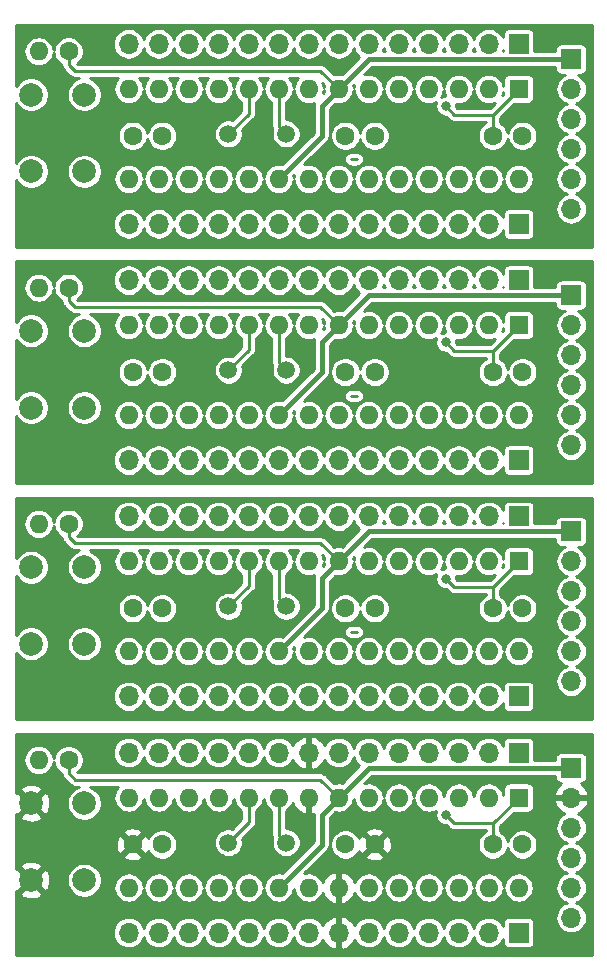
<source format=gbr>
G04 #@! TF.GenerationSoftware,KiCad,Pcbnew,(5.1.2)-1*
G04 #@! TF.CreationDate,2020-10-02T01:28:06+09:00*
G04 #@! TF.ProjectId,minimal-atmega328p,6d696e69-6d61-46c2-9d61-746d65676133,rev?*
G04 #@! TF.SameCoordinates,Original*
G04 #@! TF.FileFunction,Copper,L2,Bot*
G04 #@! TF.FilePolarity,Positive*
%FSLAX46Y46*%
G04 Gerber Fmt 4.6, Leading zero omitted, Abs format (unit mm)*
G04 Created by KiCad (PCBNEW (5.1.2)-1) date 2020-10-02 01:28:06*
%MOMM*%
%LPD*%
G04 APERTURE LIST*
%ADD10R,1.700000X1.700000*%
%ADD11O,1.700000X1.700000*%
%ADD12C,2.000000*%
%ADD13C,1.600000*%
%ADD14O,1.600000X1.600000*%
%ADD15C,1.500000*%
%ADD16R,1.600000X1.600000*%
%ADD17C,0.800000*%
%ADD18C,0.250000*%
%ADD19C,0.400000*%
%ADD20C,0.254000*%
G04 APERTURE END LIST*
D10*
X119494300Y-64548900D03*
D11*
X116954300Y-64548900D03*
X114414300Y-64548900D03*
X111874300Y-64548900D03*
X109334300Y-64548900D03*
X106794300Y-64548900D03*
X104254300Y-64548900D03*
X101714300Y-64548900D03*
X99174300Y-64548900D03*
X96634300Y-64548900D03*
X94094300Y-64548900D03*
X91554300Y-64548900D03*
X89014300Y-64548900D03*
X86474300Y-64548900D03*
D12*
X82719300Y-60103900D03*
X78219300Y-60103900D03*
X82719300Y-53603900D03*
X78219300Y-53603900D03*
D13*
X81394300Y-49943900D03*
D14*
X78854300Y-49943900D03*
D13*
X107314300Y-57088900D03*
X104814300Y-57088900D03*
X89314300Y-57088900D03*
X86814300Y-57088900D03*
X117314300Y-57088900D03*
X119814300Y-57088900D03*
D10*
X123939300Y-50578900D03*
D11*
X123939300Y-53118900D03*
X123939300Y-55658900D03*
X123939300Y-58198900D03*
X123939300Y-60738900D03*
X123939300Y-63278900D03*
D15*
X99809300Y-56928900D03*
X94929300Y-56928900D03*
D10*
X119494300Y-49308900D03*
D11*
X116954300Y-49308900D03*
X114414300Y-49308900D03*
X111874300Y-49308900D03*
X109334300Y-49308900D03*
X106794300Y-49308900D03*
X104254300Y-49308900D03*
X101714300Y-49308900D03*
X99174300Y-49308900D03*
X96634300Y-49308900D03*
X94094300Y-49308900D03*
X91554300Y-49308900D03*
X89014300Y-49308900D03*
X86474300Y-49308900D03*
D16*
X119494300Y-53118900D03*
D14*
X86474300Y-60738900D03*
X116954300Y-53118900D03*
X89014300Y-60738900D03*
X114414300Y-53118900D03*
X91554300Y-60738900D03*
X111874300Y-53118900D03*
X94094300Y-60738900D03*
X109334300Y-53118900D03*
X96634300Y-60738900D03*
X106794300Y-53118900D03*
X99174300Y-60738900D03*
X104254300Y-53118900D03*
X101714300Y-60738900D03*
X101714300Y-53118900D03*
X104254300Y-60738900D03*
X99174300Y-53118900D03*
X106794300Y-60738900D03*
X96634300Y-53118900D03*
X109334300Y-60738900D03*
X94094300Y-53118900D03*
X111874300Y-60738900D03*
X91554300Y-53118900D03*
X114414300Y-60738900D03*
X89014300Y-53118900D03*
X116954300Y-60738900D03*
X86474300Y-53118900D03*
X119494300Y-60738900D03*
D10*
X119494300Y-84548900D03*
D11*
X116954300Y-84548900D03*
X114414300Y-84548900D03*
X111874300Y-84548900D03*
X109334300Y-84548900D03*
X106794300Y-84548900D03*
X104254300Y-84548900D03*
X101714300Y-84548900D03*
X99174300Y-84548900D03*
X96634300Y-84548900D03*
X94094300Y-84548900D03*
X91554300Y-84548900D03*
X89014300Y-84548900D03*
X86474300Y-84548900D03*
D12*
X82719300Y-80103900D03*
X78219300Y-80103900D03*
X82719300Y-73603900D03*
X78219300Y-73603900D03*
D13*
X81394300Y-69943900D03*
D14*
X78854300Y-69943900D03*
D13*
X107314300Y-77088900D03*
X104814300Y-77088900D03*
X89314300Y-77088900D03*
X86814300Y-77088900D03*
X117314300Y-77088900D03*
X119814300Y-77088900D03*
D10*
X123939300Y-70578900D03*
D11*
X123939300Y-73118900D03*
X123939300Y-75658900D03*
X123939300Y-78198900D03*
X123939300Y-80738900D03*
X123939300Y-83278900D03*
D15*
X99809300Y-76928900D03*
X94929300Y-76928900D03*
D10*
X119494300Y-69308900D03*
D11*
X116954300Y-69308900D03*
X114414300Y-69308900D03*
X111874300Y-69308900D03*
X109334300Y-69308900D03*
X106794300Y-69308900D03*
X104254300Y-69308900D03*
X101714300Y-69308900D03*
X99174300Y-69308900D03*
X96634300Y-69308900D03*
X94094300Y-69308900D03*
X91554300Y-69308900D03*
X89014300Y-69308900D03*
X86474300Y-69308900D03*
D16*
X119494300Y-73118900D03*
D14*
X86474300Y-80738900D03*
X116954300Y-73118900D03*
X89014300Y-80738900D03*
X114414300Y-73118900D03*
X91554300Y-80738900D03*
X111874300Y-73118900D03*
X94094300Y-80738900D03*
X109334300Y-73118900D03*
X96634300Y-80738900D03*
X106794300Y-73118900D03*
X99174300Y-80738900D03*
X104254300Y-73118900D03*
X101714300Y-80738900D03*
X101714300Y-73118900D03*
X104254300Y-80738900D03*
X99174300Y-73118900D03*
X106794300Y-80738900D03*
X96634300Y-73118900D03*
X109334300Y-80738900D03*
X94094300Y-73118900D03*
X111874300Y-80738900D03*
X91554300Y-73118900D03*
X114414300Y-80738900D03*
X89014300Y-73118900D03*
X116954300Y-80738900D03*
X86474300Y-73118900D03*
X119494300Y-80738900D03*
D10*
X119494300Y-104548900D03*
D11*
X116954300Y-104548900D03*
X114414300Y-104548900D03*
X111874300Y-104548900D03*
X109334300Y-104548900D03*
X106794300Y-104548900D03*
X104254300Y-104548900D03*
X101714300Y-104548900D03*
X99174300Y-104548900D03*
X96634300Y-104548900D03*
X94094300Y-104548900D03*
X91554300Y-104548900D03*
X89014300Y-104548900D03*
X86474300Y-104548900D03*
D12*
X82719300Y-100103900D03*
X78219300Y-100103900D03*
X82719300Y-93603900D03*
X78219300Y-93603900D03*
D13*
X81394300Y-89943900D03*
D14*
X78854300Y-89943900D03*
D13*
X107314300Y-97088900D03*
X104814300Y-97088900D03*
X89314300Y-97088900D03*
X86814300Y-97088900D03*
X117314300Y-97088900D03*
X119814300Y-97088900D03*
D10*
X123939300Y-90578900D03*
D11*
X123939300Y-93118900D03*
X123939300Y-95658900D03*
X123939300Y-98198900D03*
X123939300Y-100738900D03*
X123939300Y-103278900D03*
D15*
X99809300Y-96928900D03*
X94929300Y-96928900D03*
D10*
X119494300Y-89308900D03*
D11*
X116954300Y-89308900D03*
X114414300Y-89308900D03*
X111874300Y-89308900D03*
X109334300Y-89308900D03*
X106794300Y-89308900D03*
X104254300Y-89308900D03*
X101714300Y-89308900D03*
X99174300Y-89308900D03*
X96634300Y-89308900D03*
X94094300Y-89308900D03*
X91554300Y-89308900D03*
X89014300Y-89308900D03*
X86474300Y-89308900D03*
D16*
X119494300Y-93118900D03*
D14*
X86474300Y-100738900D03*
X116954300Y-93118900D03*
X89014300Y-100738900D03*
X114414300Y-93118900D03*
X91554300Y-100738900D03*
X111874300Y-93118900D03*
X94094300Y-100738900D03*
X109334300Y-93118900D03*
X96634300Y-100738900D03*
X106794300Y-93118900D03*
X99174300Y-100738900D03*
X104254300Y-93118900D03*
X101714300Y-100738900D03*
X101714300Y-93118900D03*
X104254300Y-100738900D03*
X99174300Y-93118900D03*
X106794300Y-100738900D03*
X96634300Y-93118900D03*
X109334300Y-100738900D03*
X94094300Y-93118900D03*
X111874300Y-100738900D03*
X91554300Y-93118900D03*
X114414300Y-100738900D03*
X89014300Y-93118900D03*
X116954300Y-100738900D03*
X86474300Y-93118900D03*
X119494300Y-100738900D03*
D15*
X94929300Y-116928900D03*
X99809300Y-116928900D03*
D14*
X119494300Y-120738900D03*
X86474300Y-113118900D03*
X116954300Y-120738900D03*
X89014300Y-113118900D03*
X114414300Y-120738900D03*
X91554300Y-113118900D03*
X111874300Y-120738900D03*
X94094300Y-113118900D03*
X109334300Y-120738900D03*
X96634300Y-113118900D03*
X106794300Y-120738900D03*
X99174300Y-113118900D03*
X104254300Y-120738900D03*
X101714300Y-113118900D03*
X101714300Y-120738900D03*
X104254300Y-113118900D03*
X99174300Y-120738900D03*
X106794300Y-113118900D03*
X96634300Y-120738900D03*
X109334300Y-113118900D03*
X94094300Y-120738900D03*
X111874300Y-113118900D03*
X91554300Y-120738900D03*
X114414300Y-113118900D03*
X89014300Y-120738900D03*
X116954300Y-113118900D03*
X86474300Y-120738900D03*
D16*
X119494300Y-113118900D03*
D12*
X78219300Y-113603900D03*
X82719300Y-113603900D03*
X78219300Y-120103900D03*
X82719300Y-120103900D03*
D14*
X78854300Y-109943900D03*
D13*
X81394300Y-109943900D03*
D11*
X86474300Y-124548900D03*
X89014300Y-124548900D03*
X91554300Y-124548900D03*
X94094300Y-124548900D03*
X96634300Y-124548900D03*
X99174300Y-124548900D03*
X101714300Y-124548900D03*
X104254300Y-124548900D03*
X106794300Y-124548900D03*
X109334300Y-124548900D03*
X111874300Y-124548900D03*
X114414300Y-124548900D03*
X116954300Y-124548900D03*
D10*
X119494300Y-124548900D03*
D11*
X123939300Y-123278900D03*
X123939300Y-120738900D03*
X123939300Y-118198900D03*
X123939300Y-115658900D03*
X123939300Y-113118900D03*
D10*
X123939300Y-110578900D03*
D11*
X86474300Y-109308900D03*
X89014300Y-109308900D03*
X91554300Y-109308900D03*
X94094300Y-109308900D03*
X96634300Y-109308900D03*
X99174300Y-109308900D03*
X101714300Y-109308900D03*
X104254300Y-109308900D03*
X106794300Y-109308900D03*
X109334300Y-109308900D03*
X111874300Y-109308900D03*
X114414300Y-109308900D03*
X116954300Y-109308900D03*
D10*
X119494300Y-109308900D03*
D13*
X119814300Y-117088900D03*
X117314300Y-117088900D03*
X86814300Y-117088900D03*
X89314300Y-117088900D03*
X104814300Y-117088900D03*
X107314300Y-117088900D03*
D17*
X113314300Y-94588900D03*
X113314300Y-74588900D03*
X113314300Y-54588900D03*
X113314300Y-114588900D03*
D18*
X99174300Y-93118900D02*
X99174300Y-96293900D01*
X99174300Y-96293900D02*
X99809300Y-96928900D01*
X105314300Y-99088900D02*
X105814300Y-99088900D01*
X96634300Y-93118900D02*
X96634300Y-95223900D01*
X96634300Y-95223900D02*
X94929300Y-96928900D01*
X114024300Y-95298900D02*
X113314300Y-94588900D01*
X117314300Y-95298900D02*
X114024300Y-95298900D01*
X117314300Y-97088900D02*
X117314300Y-95298900D01*
X117314300Y-95298900D02*
X119494300Y-93118900D01*
D19*
X99174300Y-100738900D02*
X102814300Y-97098900D01*
D18*
X81394300Y-91075270D02*
X81907930Y-91588900D01*
X81394300Y-89943900D02*
X81394300Y-91075270D01*
X81907930Y-91588900D02*
X102724300Y-91588900D01*
D19*
X123939300Y-90578900D02*
X106794300Y-90578900D01*
D18*
X102724300Y-91588900D02*
X104254300Y-93118900D01*
D19*
X106794300Y-90578900D02*
X104254300Y-93118900D01*
X102814300Y-94558900D02*
X104254300Y-93118900D01*
X102814300Y-97098900D02*
X102814300Y-94558900D01*
D18*
X99174300Y-73118900D02*
X99174300Y-76293900D01*
X99174300Y-76293900D02*
X99809300Y-76928900D01*
X105314300Y-79088900D02*
X105814300Y-79088900D01*
X96634300Y-73118900D02*
X96634300Y-75223900D01*
X96634300Y-75223900D02*
X94929300Y-76928900D01*
X114024300Y-75298900D02*
X113314300Y-74588900D01*
X117314300Y-75298900D02*
X114024300Y-75298900D01*
X117314300Y-77088900D02*
X117314300Y-75298900D01*
X117314300Y-75298900D02*
X119494300Y-73118900D01*
D19*
X99174300Y-80738900D02*
X102814300Y-77098900D01*
D18*
X81394300Y-71075270D02*
X81907930Y-71588900D01*
X81394300Y-69943900D02*
X81394300Y-71075270D01*
X81907930Y-71588900D02*
X102724300Y-71588900D01*
D19*
X123939300Y-70578900D02*
X106794300Y-70578900D01*
D18*
X102724300Y-71588900D02*
X104254300Y-73118900D01*
D19*
X106794300Y-70578900D02*
X104254300Y-73118900D01*
X102814300Y-74558900D02*
X104254300Y-73118900D01*
X102814300Y-77098900D02*
X102814300Y-74558900D01*
D18*
X99174300Y-53118900D02*
X99174300Y-56293900D01*
X99174300Y-56293900D02*
X99809300Y-56928900D01*
X105314300Y-59088900D02*
X105814300Y-59088900D01*
X96634300Y-53118900D02*
X96634300Y-55223900D01*
X96634300Y-55223900D02*
X94929300Y-56928900D01*
X114024300Y-55298900D02*
X113314300Y-54588900D01*
X117314300Y-55298900D02*
X114024300Y-55298900D01*
X117314300Y-57088900D02*
X117314300Y-55298900D01*
X117314300Y-55298900D02*
X119494300Y-53118900D01*
D19*
X99174300Y-60738900D02*
X102814300Y-57098900D01*
D18*
X81394300Y-51075270D02*
X81907930Y-51588900D01*
X81394300Y-49943900D02*
X81394300Y-51075270D01*
X81907930Y-51588900D02*
X102724300Y-51588900D01*
D19*
X123939300Y-50578900D02*
X106794300Y-50578900D01*
D18*
X102724300Y-51588900D02*
X104254300Y-53118900D01*
D19*
X106794300Y-50578900D02*
X104254300Y-53118900D01*
X102814300Y-54558900D02*
X104254300Y-53118900D01*
X102814300Y-57098900D02*
X102814300Y-54558900D01*
D18*
X99174300Y-116293900D02*
X99809300Y-116928900D01*
X99174300Y-113118900D02*
X99174300Y-116293900D01*
X105314300Y-119088900D02*
X105814300Y-119088900D01*
X96634300Y-115223900D02*
X94929300Y-116928900D01*
X96634300Y-113118900D02*
X96634300Y-115223900D01*
X117314300Y-115298900D02*
X119494300Y-113118900D01*
X117314300Y-117088900D02*
X117314300Y-115298900D01*
X117314300Y-115298900D02*
X114024300Y-115298900D01*
X114024300Y-115298900D02*
X113314300Y-114588900D01*
D19*
X106794300Y-110578900D02*
X104254300Y-113118900D01*
X123939300Y-110578900D02*
X106794300Y-110578900D01*
X99174300Y-120738900D02*
X102814300Y-117098900D01*
X102814300Y-114558900D02*
X104254300Y-113118900D01*
X102814300Y-117098900D02*
X102814300Y-114558900D01*
D18*
X81394300Y-111075270D02*
X81907930Y-111588900D01*
X81394300Y-109943900D02*
X81394300Y-111075270D01*
X102724300Y-111588900D02*
X104254300Y-113118900D01*
X81907930Y-111588900D02*
X102724300Y-111588900D01*
D20*
G36*
X125687300Y-126461900D02*
G01*
X76941300Y-126461900D01*
X76941300Y-124548900D01*
X85140880Y-124548900D01*
X85166501Y-124809037D01*
X85242381Y-125059178D01*
X85365602Y-125289708D01*
X85531430Y-125491770D01*
X85733492Y-125657598D01*
X85964022Y-125780819D01*
X86214163Y-125856699D01*
X86409116Y-125875900D01*
X86539484Y-125875900D01*
X86734437Y-125856699D01*
X86984578Y-125780819D01*
X87215108Y-125657598D01*
X87417170Y-125491770D01*
X87582998Y-125289708D01*
X87706219Y-125059178D01*
X87744300Y-124933643D01*
X87782381Y-125059178D01*
X87905602Y-125289708D01*
X88071430Y-125491770D01*
X88273492Y-125657598D01*
X88504022Y-125780819D01*
X88754163Y-125856699D01*
X88949116Y-125875900D01*
X89079484Y-125875900D01*
X89274437Y-125856699D01*
X89524578Y-125780819D01*
X89755108Y-125657598D01*
X89957170Y-125491770D01*
X90122998Y-125289708D01*
X90246219Y-125059178D01*
X90284300Y-124933643D01*
X90322381Y-125059178D01*
X90445602Y-125289708D01*
X90611430Y-125491770D01*
X90813492Y-125657598D01*
X91044022Y-125780819D01*
X91294163Y-125856699D01*
X91489116Y-125875900D01*
X91619484Y-125875900D01*
X91814437Y-125856699D01*
X92064578Y-125780819D01*
X92295108Y-125657598D01*
X92497170Y-125491770D01*
X92662998Y-125289708D01*
X92786219Y-125059178D01*
X92824300Y-124933643D01*
X92862381Y-125059178D01*
X92985602Y-125289708D01*
X93151430Y-125491770D01*
X93353492Y-125657598D01*
X93584022Y-125780819D01*
X93834163Y-125856699D01*
X94029116Y-125875900D01*
X94159484Y-125875900D01*
X94354437Y-125856699D01*
X94604578Y-125780819D01*
X94835108Y-125657598D01*
X95037170Y-125491770D01*
X95202998Y-125289708D01*
X95326219Y-125059178D01*
X95364300Y-124933643D01*
X95402381Y-125059178D01*
X95525602Y-125289708D01*
X95691430Y-125491770D01*
X95893492Y-125657598D01*
X96124022Y-125780819D01*
X96374163Y-125856699D01*
X96569116Y-125875900D01*
X96699484Y-125875900D01*
X96894437Y-125856699D01*
X97144578Y-125780819D01*
X97375108Y-125657598D01*
X97577170Y-125491770D01*
X97742998Y-125289708D01*
X97866219Y-125059178D01*
X97904300Y-124933643D01*
X97942381Y-125059178D01*
X98065602Y-125289708D01*
X98231430Y-125491770D01*
X98433492Y-125657598D01*
X98664022Y-125780819D01*
X98914163Y-125856699D01*
X99109116Y-125875900D01*
X99239484Y-125875900D01*
X99434437Y-125856699D01*
X99684578Y-125780819D01*
X99915108Y-125657598D01*
X100117170Y-125491770D01*
X100282998Y-125289708D01*
X100406219Y-125059178D01*
X100444300Y-124933643D01*
X100482381Y-125059178D01*
X100605602Y-125289708D01*
X100771430Y-125491770D01*
X100973492Y-125657598D01*
X101204022Y-125780819D01*
X101454163Y-125856699D01*
X101649116Y-125875900D01*
X101779484Y-125875900D01*
X101974437Y-125856699D01*
X102224578Y-125780819D01*
X102455108Y-125657598D01*
X102657170Y-125491770D01*
X102822998Y-125289708D01*
X102898740Y-125148005D01*
X102910143Y-125180152D01*
X103059122Y-125430255D01*
X103254031Y-125646488D01*
X103487380Y-125820541D01*
X103750201Y-125945725D01*
X103897410Y-125990376D01*
X104127300Y-125869055D01*
X104127300Y-124675900D01*
X104107300Y-124675900D01*
X104107300Y-124421900D01*
X104127300Y-124421900D01*
X104127300Y-123228745D01*
X104381300Y-123228745D01*
X104381300Y-124421900D01*
X104401300Y-124421900D01*
X104401300Y-124675900D01*
X104381300Y-124675900D01*
X104381300Y-125869055D01*
X104611190Y-125990376D01*
X104758399Y-125945725D01*
X105021220Y-125820541D01*
X105254569Y-125646488D01*
X105449478Y-125430255D01*
X105598457Y-125180152D01*
X105609860Y-125148005D01*
X105685602Y-125289708D01*
X105851430Y-125491770D01*
X106053492Y-125657598D01*
X106284022Y-125780819D01*
X106534163Y-125856699D01*
X106729116Y-125875900D01*
X106859484Y-125875900D01*
X107054437Y-125856699D01*
X107304578Y-125780819D01*
X107535108Y-125657598D01*
X107737170Y-125491770D01*
X107902998Y-125289708D01*
X108026219Y-125059178D01*
X108064300Y-124933643D01*
X108102381Y-125059178D01*
X108225602Y-125289708D01*
X108391430Y-125491770D01*
X108593492Y-125657598D01*
X108824022Y-125780819D01*
X109074163Y-125856699D01*
X109269116Y-125875900D01*
X109399484Y-125875900D01*
X109594437Y-125856699D01*
X109844578Y-125780819D01*
X110075108Y-125657598D01*
X110277170Y-125491770D01*
X110442998Y-125289708D01*
X110566219Y-125059178D01*
X110604300Y-124933643D01*
X110642381Y-125059178D01*
X110765602Y-125289708D01*
X110931430Y-125491770D01*
X111133492Y-125657598D01*
X111364022Y-125780819D01*
X111614163Y-125856699D01*
X111809116Y-125875900D01*
X111939484Y-125875900D01*
X112134437Y-125856699D01*
X112384578Y-125780819D01*
X112615108Y-125657598D01*
X112817170Y-125491770D01*
X112982998Y-125289708D01*
X113106219Y-125059178D01*
X113144300Y-124933643D01*
X113182381Y-125059178D01*
X113305602Y-125289708D01*
X113471430Y-125491770D01*
X113673492Y-125657598D01*
X113904022Y-125780819D01*
X114154163Y-125856699D01*
X114349116Y-125875900D01*
X114479484Y-125875900D01*
X114674437Y-125856699D01*
X114924578Y-125780819D01*
X115155108Y-125657598D01*
X115357170Y-125491770D01*
X115522998Y-125289708D01*
X115646219Y-125059178D01*
X115684300Y-124933643D01*
X115722381Y-125059178D01*
X115845602Y-125289708D01*
X116011430Y-125491770D01*
X116213492Y-125657598D01*
X116444022Y-125780819D01*
X116694163Y-125856699D01*
X116889116Y-125875900D01*
X117019484Y-125875900D01*
X117214437Y-125856699D01*
X117464578Y-125780819D01*
X117695108Y-125657598D01*
X117897170Y-125491770D01*
X118062998Y-125289708D01*
X118164993Y-125098889D01*
X118164993Y-125398900D01*
X118174203Y-125492408D01*
X118201478Y-125582323D01*
X118245771Y-125665189D01*
X118305379Y-125737821D01*
X118378011Y-125797429D01*
X118460877Y-125841722D01*
X118550792Y-125868997D01*
X118644300Y-125878207D01*
X120344300Y-125878207D01*
X120437808Y-125868997D01*
X120527723Y-125841722D01*
X120610589Y-125797429D01*
X120683221Y-125737821D01*
X120742829Y-125665189D01*
X120787122Y-125582323D01*
X120814397Y-125492408D01*
X120823607Y-125398900D01*
X120823607Y-123698900D01*
X120814397Y-123605392D01*
X120787122Y-123515477D01*
X120742829Y-123432611D01*
X120683221Y-123359979D01*
X120610589Y-123300371D01*
X120527723Y-123256078D01*
X120437808Y-123228803D01*
X120344300Y-123219593D01*
X118644300Y-123219593D01*
X118550792Y-123228803D01*
X118460877Y-123256078D01*
X118378011Y-123300371D01*
X118305379Y-123359979D01*
X118245771Y-123432611D01*
X118201478Y-123515477D01*
X118174203Y-123605392D01*
X118164993Y-123698900D01*
X118164993Y-123998911D01*
X118062998Y-123808092D01*
X117897170Y-123606030D01*
X117695108Y-123440202D01*
X117464578Y-123316981D01*
X117214437Y-123241101D01*
X117019484Y-123221900D01*
X116889116Y-123221900D01*
X116694163Y-123241101D01*
X116444022Y-123316981D01*
X116213492Y-123440202D01*
X116011430Y-123606030D01*
X115845602Y-123808092D01*
X115722381Y-124038622D01*
X115684300Y-124164157D01*
X115646219Y-124038622D01*
X115522998Y-123808092D01*
X115357170Y-123606030D01*
X115155108Y-123440202D01*
X114924578Y-123316981D01*
X114674437Y-123241101D01*
X114479484Y-123221900D01*
X114349116Y-123221900D01*
X114154163Y-123241101D01*
X113904022Y-123316981D01*
X113673492Y-123440202D01*
X113471430Y-123606030D01*
X113305602Y-123808092D01*
X113182381Y-124038622D01*
X113144300Y-124164157D01*
X113106219Y-124038622D01*
X112982998Y-123808092D01*
X112817170Y-123606030D01*
X112615108Y-123440202D01*
X112384578Y-123316981D01*
X112134437Y-123241101D01*
X111939484Y-123221900D01*
X111809116Y-123221900D01*
X111614163Y-123241101D01*
X111364022Y-123316981D01*
X111133492Y-123440202D01*
X110931430Y-123606030D01*
X110765602Y-123808092D01*
X110642381Y-124038622D01*
X110604300Y-124164157D01*
X110566219Y-124038622D01*
X110442998Y-123808092D01*
X110277170Y-123606030D01*
X110075108Y-123440202D01*
X109844578Y-123316981D01*
X109594437Y-123241101D01*
X109399484Y-123221900D01*
X109269116Y-123221900D01*
X109074163Y-123241101D01*
X108824022Y-123316981D01*
X108593492Y-123440202D01*
X108391430Y-123606030D01*
X108225602Y-123808092D01*
X108102381Y-124038622D01*
X108064300Y-124164157D01*
X108026219Y-124038622D01*
X107902998Y-123808092D01*
X107737170Y-123606030D01*
X107535108Y-123440202D01*
X107304578Y-123316981D01*
X107054437Y-123241101D01*
X106859484Y-123221900D01*
X106729116Y-123221900D01*
X106534163Y-123241101D01*
X106284022Y-123316981D01*
X106053492Y-123440202D01*
X105851430Y-123606030D01*
X105685602Y-123808092D01*
X105609860Y-123949795D01*
X105598457Y-123917648D01*
X105449478Y-123667545D01*
X105254569Y-123451312D01*
X105021220Y-123277259D01*
X104758399Y-123152075D01*
X104611190Y-123107424D01*
X104381300Y-123228745D01*
X104127300Y-123228745D01*
X103897410Y-123107424D01*
X103750201Y-123152075D01*
X103487380Y-123277259D01*
X103254031Y-123451312D01*
X103059122Y-123667545D01*
X102910143Y-123917648D01*
X102898740Y-123949795D01*
X102822998Y-123808092D01*
X102657170Y-123606030D01*
X102455108Y-123440202D01*
X102224578Y-123316981D01*
X101974437Y-123241101D01*
X101779484Y-123221900D01*
X101649116Y-123221900D01*
X101454163Y-123241101D01*
X101204022Y-123316981D01*
X100973492Y-123440202D01*
X100771430Y-123606030D01*
X100605602Y-123808092D01*
X100482381Y-124038622D01*
X100444300Y-124164157D01*
X100406219Y-124038622D01*
X100282998Y-123808092D01*
X100117170Y-123606030D01*
X99915108Y-123440202D01*
X99684578Y-123316981D01*
X99434437Y-123241101D01*
X99239484Y-123221900D01*
X99109116Y-123221900D01*
X98914163Y-123241101D01*
X98664022Y-123316981D01*
X98433492Y-123440202D01*
X98231430Y-123606030D01*
X98065602Y-123808092D01*
X97942381Y-124038622D01*
X97904300Y-124164157D01*
X97866219Y-124038622D01*
X97742998Y-123808092D01*
X97577170Y-123606030D01*
X97375108Y-123440202D01*
X97144578Y-123316981D01*
X96894437Y-123241101D01*
X96699484Y-123221900D01*
X96569116Y-123221900D01*
X96374163Y-123241101D01*
X96124022Y-123316981D01*
X95893492Y-123440202D01*
X95691430Y-123606030D01*
X95525602Y-123808092D01*
X95402381Y-124038622D01*
X95364300Y-124164157D01*
X95326219Y-124038622D01*
X95202998Y-123808092D01*
X95037170Y-123606030D01*
X94835108Y-123440202D01*
X94604578Y-123316981D01*
X94354437Y-123241101D01*
X94159484Y-123221900D01*
X94029116Y-123221900D01*
X93834163Y-123241101D01*
X93584022Y-123316981D01*
X93353492Y-123440202D01*
X93151430Y-123606030D01*
X92985602Y-123808092D01*
X92862381Y-124038622D01*
X92824300Y-124164157D01*
X92786219Y-124038622D01*
X92662998Y-123808092D01*
X92497170Y-123606030D01*
X92295108Y-123440202D01*
X92064578Y-123316981D01*
X91814437Y-123241101D01*
X91619484Y-123221900D01*
X91489116Y-123221900D01*
X91294163Y-123241101D01*
X91044022Y-123316981D01*
X90813492Y-123440202D01*
X90611430Y-123606030D01*
X90445602Y-123808092D01*
X90322381Y-124038622D01*
X90284300Y-124164157D01*
X90246219Y-124038622D01*
X90122998Y-123808092D01*
X89957170Y-123606030D01*
X89755108Y-123440202D01*
X89524578Y-123316981D01*
X89274437Y-123241101D01*
X89079484Y-123221900D01*
X88949116Y-123221900D01*
X88754163Y-123241101D01*
X88504022Y-123316981D01*
X88273492Y-123440202D01*
X88071430Y-123606030D01*
X87905602Y-123808092D01*
X87782381Y-124038622D01*
X87744300Y-124164157D01*
X87706219Y-124038622D01*
X87582998Y-123808092D01*
X87417170Y-123606030D01*
X87215108Y-123440202D01*
X86984578Y-123316981D01*
X86734437Y-123241101D01*
X86539484Y-123221900D01*
X86409116Y-123221900D01*
X86214163Y-123241101D01*
X85964022Y-123316981D01*
X85733492Y-123440202D01*
X85531430Y-123606030D01*
X85365602Y-123808092D01*
X85242381Y-124038622D01*
X85166501Y-124288763D01*
X85140880Y-124548900D01*
X76941300Y-124548900D01*
X76941300Y-121239313D01*
X77263492Y-121239313D01*
X77359256Y-121503714D01*
X77648871Y-121644604D01*
X77960408Y-121726284D01*
X78281895Y-121745618D01*
X78600975Y-121701861D01*
X78905388Y-121596695D01*
X79079344Y-121503714D01*
X79175108Y-121239313D01*
X78219300Y-120283505D01*
X77263492Y-121239313D01*
X76941300Y-121239313D01*
X76941300Y-121008064D01*
X77083887Y-121059708D01*
X78039695Y-120103900D01*
X78398905Y-120103900D01*
X79354713Y-121059708D01*
X79619114Y-120963944D01*
X79760004Y-120674329D01*
X79841684Y-120362792D01*
X79861018Y-120041305D01*
X79849653Y-119958428D01*
X81242300Y-119958428D01*
X81242300Y-120249372D01*
X81299060Y-120534725D01*
X81410399Y-120803522D01*
X81572039Y-121045433D01*
X81777767Y-121251161D01*
X82019678Y-121412801D01*
X82288475Y-121524140D01*
X82573828Y-121580900D01*
X82864772Y-121580900D01*
X83150125Y-121524140D01*
X83418922Y-121412801D01*
X83660833Y-121251161D01*
X83866561Y-121045433D01*
X84028201Y-120803522D01*
X84139540Y-120534725D01*
X84196300Y-120249372D01*
X84196300Y-119958428D01*
X84139540Y-119673075D01*
X84028201Y-119404278D01*
X83866561Y-119162367D01*
X83660833Y-118956639D01*
X83418922Y-118794999D01*
X83150125Y-118683660D01*
X82864772Y-118626900D01*
X82573828Y-118626900D01*
X82288475Y-118683660D01*
X82019678Y-118794999D01*
X81777767Y-118956639D01*
X81572039Y-119162367D01*
X81410399Y-119404278D01*
X81299060Y-119673075D01*
X81242300Y-119958428D01*
X79849653Y-119958428D01*
X79817261Y-119722225D01*
X79712095Y-119417812D01*
X79619114Y-119243856D01*
X79354713Y-119148092D01*
X78398905Y-120103900D01*
X78039695Y-120103900D01*
X77083887Y-119148092D01*
X76941300Y-119199736D01*
X76941300Y-118968487D01*
X77263492Y-118968487D01*
X78219300Y-119924295D01*
X79175108Y-118968487D01*
X79079344Y-118704086D01*
X78789729Y-118563196D01*
X78478192Y-118481516D01*
X78156705Y-118462182D01*
X77837625Y-118505939D01*
X77533212Y-118611105D01*
X77359256Y-118704086D01*
X77263492Y-118968487D01*
X76941300Y-118968487D01*
X76941300Y-118081602D01*
X86001203Y-118081602D01*
X86072786Y-118325571D01*
X86328296Y-118446471D01*
X86602484Y-118515200D01*
X86884812Y-118529117D01*
X87164430Y-118487687D01*
X87430592Y-118392503D01*
X87555814Y-118325571D01*
X87627397Y-118081602D01*
X86814300Y-117268505D01*
X86001203Y-118081602D01*
X76941300Y-118081602D01*
X76941300Y-117159412D01*
X85374083Y-117159412D01*
X85415513Y-117439030D01*
X85510697Y-117705192D01*
X85577629Y-117830414D01*
X85821598Y-117901997D01*
X86634695Y-117088900D01*
X86993905Y-117088900D01*
X87807002Y-117901997D01*
X88050971Y-117830414D01*
X88151355Y-117618264D01*
X88182637Y-117693786D01*
X88322389Y-117902940D01*
X88500260Y-118080811D01*
X88709414Y-118220563D01*
X88941813Y-118316826D01*
X89188526Y-118365900D01*
X89440074Y-118365900D01*
X89686787Y-118316826D01*
X89919186Y-118220563D01*
X90128340Y-118080811D01*
X90306211Y-117902940D01*
X90445963Y-117693786D01*
X90542226Y-117461387D01*
X90591300Y-117214674D01*
X90591300Y-116963126D01*
X90542226Y-116716413D01*
X90445963Y-116484014D01*
X90306211Y-116274860D01*
X90128340Y-116096989D01*
X89919186Y-115957237D01*
X89686787Y-115860974D01*
X89440074Y-115811900D01*
X89188526Y-115811900D01*
X88941813Y-115860974D01*
X88709414Y-115957237D01*
X88500260Y-116096989D01*
X88322389Y-116274860D01*
X88182637Y-116484014D01*
X88150086Y-116562600D01*
X88117903Y-116472608D01*
X88050971Y-116347386D01*
X87807002Y-116275803D01*
X86993905Y-117088900D01*
X86634695Y-117088900D01*
X85821598Y-116275803D01*
X85577629Y-116347386D01*
X85456729Y-116602896D01*
X85388000Y-116877084D01*
X85374083Y-117159412D01*
X76941300Y-117159412D01*
X76941300Y-116096198D01*
X86001203Y-116096198D01*
X86814300Y-116909295D01*
X87627397Y-116096198D01*
X87555814Y-115852229D01*
X87300304Y-115731329D01*
X87026116Y-115662600D01*
X86743788Y-115648683D01*
X86464170Y-115690113D01*
X86198008Y-115785297D01*
X86072786Y-115852229D01*
X86001203Y-116096198D01*
X76941300Y-116096198D01*
X76941300Y-114739313D01*
X77263492Y-114739313D01*
X77359256Y-115003714D01*
X77648871Y-115144604D01*
X77960408Y-115226284D01*
X78281895Y-115245618D01*
X78600975Y-115201861D01*
X78905388Y-115096695D01*
X79079344Y-115003714D01*
X79175108Y-114739313D01*
X78219300Y-113783505D01*
X77263492Y-114739313D01*
X76941300Y-114739313D01*
X76941300Y-114508064D01*
X77083887Y-114559708D01*
X78039695Y-113603900D01*
X78398905Y-113603900D01*
X79354713Y-114559708D01*
X79619114Y-114463944D01*
X79760004Y-114174329D01*
X79841684Y-113862792D01*
X79861018Y-113541305D01*
X79817261Y-113222225D01*
X79712095Y-112917812D01*
X79619114Y-112743856D01*
X79354713Y-112648092D01*
X78398905Y-113603900D01*
X78039695Y-113603900D01*
X77083887Y-112648092D01*
X76941300Y-112699736D01*
X76941300Y-112468487D01*
X77263492Y-112468487D01*
X78219300Y-113424295D01*
X79175108Y-112468487D01*
X79079344Y-112204086D01*
X78789729Y-112063196D01*
X78478192Y-111981516D01*
X78156705Y-111962182D01*
X77837625Y-112005939D01*
X77533212Y-112111105D01*
X77359256Y-112204086D01*
X77263492Y-112468487D01*
X76941300Y-112468487D01*
X76941300Y-109943900D01*
X77571122Y-109943900D01*
X77595778Y-110194236D01*
X77668798Y-110434951D01*
X77787376Y-110656796D01*
X77946956Y-110851244D01*
X78141404Y-111010824D01*
X78363249Y-111129402D01*
X78603964Y-111202422D01*
X78791574Y-111220900D01*
X78917026Y-111220900D01*
X79104636Y-111202422D01*
X79345351Y-111129402D01*
X79567196Y-111010824D01*
X79761644Y-110851244D01*
X79921224Y-110656796D01*
X80039802Y-110434951D01*
X80112822Y-110194236D01*
X80122510Y-110095868D01*
X80166374Y-110316387D01*
X80262637Y-110548786D01*
X80402389Y-110757940D01*
X80580260Y-110935811D01*
X80789414Y-111075563D01*
X80789418Y-111075565D01*
X80801012Y-111193282D01*
X80835434Y-111306759D01*
X80891335Y-111411341D01*
X80940204Y-111470887D01*
X80966564Y-111503007D01*
X80989529Y-111521854D01*
X81461345Y-111993671D01*
X81480193Y-112016637D01*
X81503158Y-112035484D01*
X81571858Y-112091866D01*
X81676440Y-112147766D01*
X81789917Y-112182189D01*
X81801112Y-112183291D01*
X81878364Y-112190900D01*
X81878371Y-112190900D01*
X81907930Y-112193811D01*
X81937489Y-112190900D01*
X82270996Y-112190900D01*
X82019678Y-112294999D01*
X81777767Y-112456639D01*
X81572039Y-112662367D01*
X81410399Y-112904278D01*
X81299060Y-113173075D01*
X81242300Y-113458428D01*
X81242300Y-113749372D01*
X81299060Y-114034725D01*
X81410399Y-114303522D01*
X81572039Y-114545433D01*
X81777767Y-114751161D01*
X82019678Y-114912801D01*
X82288475Y-115024140D01*
X82573828Y-115080900D01*
X82864772Y-115080900D01*
X83150125Y-115024140D01*
X83418922Y-114912801D01*
X83660833Y-114751161D01*
X83866561Y-114545433D01*
X84028201Y-114303522D01*
X84139540Y-114034725D01*
X84196300Y-113749372D01*
X84196300Y-113458428D01*
X84139540Y-113173075D01*
X84028201Y-112904278D01*
X83866561Y-112662367D01*
X83660833Y-112456639D01*
X83418922Y-112294999D01*
X83167604Y-112190900D01*
X85592125Y-112190900D01*
X85566956Y-112211556D01*
X85407376Y-112406004D01*
X85288798Y-112627849D01*
X85215778Y-112868564D01*
X85191122Y-113118900D01*
X85215778Y-113369236D01*
X85288798Y-113609951D01*
X85407376Y-113831796D01*
X85566956Y-114026244D01*
X85761404Y-114185824D01*
X85983249Y-114304402D01*
X86223964Y-114377422D01*
X86411574Y-114395900D01*
X86537026Y-114395900D01*
X86724636Y-114377422D01*
X86965351Y-114304402D01*
X87187196Y-114185824D01*
X87381644Y-114026244D01*
X87541224Y-113831796D01*
X87659802Y-113609951D01*
X87732822Y-113369236D01*
X87744300Y-113252698D01*
X87755778Y-113369236D01*
X87828798Y-113609951D01*
X87947376Y-113831796D01*
X88106956Y-114026244D01*
X88301404Y-114185824D01*
X88523249Y-114304402D01*
X88763964Y-114377422D01*
X88951574Y-114395900D01*
X89077026Y-114395900D01*
X89264636Y-114377422D01*
X89505351Y-114304402D01*
X89727196Y-114185824D01*
X89921644Y-114026244D01*
X90081224Y-113831796D01*
X90199802Y-113609951D01*
X90272822Y-113369236D01*
X90284300Y-113252698D01*
X90295778Y-113369236D01*
X90368798Y-113609951D01*
X90487376Y-113831796D01*
X90646956Y-114026244D01*
X90841404Y-114185824D01*
X91063249Y-114304402D01*
X91303964Y-114377422D01*
X91491574Y-114395900D01*
X91617026Y-114395900D01*
X91804636Y-114377422D01*
X92045351Y-114304402D01*
X92267196Y-114185824D01*
X92461644Y-114026244D01*
X92621224Y-113831796D01*
X92739802Y-113609951D01*
X92812822Y-113369236D01*
X92824300Y-113252698D01*
X92835778Y-113369236D01*
X92908798Y-113609951D01*
X93027376Y-113831796D01*
X93186956Y-114026244D01*
X93381404Y-114185824D01*
X93603249Y-114304402D01*
X93843964Y-114377422D01*
X94031574Y-114395900D01*
X94157026Y-114395900D01*
X94344636Y-114377422D01*
X94585351Y-114304402D01*
X94807196Y-114185824D01*
X95001644Y-114026244D01*
X95161224Y-113831796D01*
X95279802Y-113609951D01*
X95352822Y-113369236D01*
X95364300Y-113252698D01*
X95375778Y-113369236D01*
X95448798Y-113609951D01*
X95567376Y-113831796D01*
X95726956Y-114026244D01*
X95921404Y-114185824D01*
X96032301Y-114245099D01*
X96032301Y-114974542D01*
X95262671Y-115744173D01*
X95050149Y-115701900D01*
X94808451Y-115701900D01*
X94571397Y-115749053D01*
X94348098Y-115841547D01*
X94147133Y-115975827D01*
X93976227Y-116146733D01*
X93841947Y-116347698D01*
X93749453Y-116570997D01*
X93702300Y-116808051D01*
X93702300Y-117049749D01*
X93749453Y-117286803D01*
X93841947Y-117510102D01*
X93976227Y-117711067D01*
X94147133Y-117881973D01*
X94348098Y-118016253D01*
X94571397Y-118108747D01*
X94808451Y-118155900D01*
X95050149Y-118155900D01*
X95287203Y-118108747D01*
X95510502Y-118016253D01*
X95711467Y-117881973D01*
X95882373Y-117711067D01*
X96016653Y-117510102D01*
X96109147Y-117286803D01*
X96156300Y-117049749D01*
X96156300Y-116808051D01*
X96114027Y-116595529D01*
X97039077Y-115670480D01*
X97062037Y-115651637D01*
X97080880Y-115628677D01*
X97080884Y-115628673D01*
X97137265Y-115559972D01*
X97153077Y-115530390D01*
X97193166Y-115455390D01*
X97227589Y-115341912D01*
X97236300Y-115253466D01*
X97236300Y-115253457D01*
X97239211Y-115223901D01*
X97236300Y-115194344D01*
X97236300Y-114245099D01*
X97347196Y-114185824D01*
X97541644Y-114026244D01*
X97701224Y-113831796D01*
X97819802Y-113609951D01*
X97892822Y-113369236D01*
X97904300Y-113252698D01*
X97915778Y-113369236D01*
X97988798Y-113609951D01*
X98107376Y-113831796D01*
X98266956Y-114026244D01*
X98461404Y-114185824D01*
X98572300Y-114245099D01*
X98572301Y-116264334D01*
X98569389Y-116293900D01*
X98581012Y-116411912D01*
X98615434Y-116525389D01*
X98633976Y-116560078D01*
X98629453Y-116570997D01*
X98582300Y-116808051D01*
X98582300Y-117049749D01*
X98629453Y-117286803D01*
X98721947Y-117510102D01*
X98856227Y-117711067D01*
X99027133Y-117881973D01*
X99228098Y-118016253D01*
X99451397Y-118108747D01*
X99688451Y-118155900D01*
X99930149Y-118155900D01*
X100167203Y-118108747D01*
X100390502Y-118016253D01*
X100591467Y-117881973D01*
X100762373Y-117711067D01*
X100896653Y-117510102D01*
X100989147Y-117286803D01*
X101036300Y-117049749D01*
X101036300Y-116808051D01*
X100989147Y-116570997D01*
X100896653Y-116347698D01*
X100762373Y-116146733D01*
X100591467Y-115975827D01*
X100390502Y-115841547D01*
X100167203Y-115749053D01*
X99930149Y-115701900D01*
X99776300Y-115701900D01*
X99776300Y-114245099D01*
X99887196Y-114185824D01*
X100081644Y-114026244D01*
X100241224Y-113831796D01*
X100359802Y-113609951D01*
X100365967Y-113589628D01*
X100417230Y-113732781D01*
X100561915Y-113974031D01*
X100750886Y-114182419D01*
X100976880Y-114349937D01*
X101231213Y-114470146D01*
X101365261Y-114510804D01*
X101587300Y-114388815D01*
X101587300Y-113245900D01*
X101567300Y-113245900D01*
X101567300Y-112991900D01*
X101587300Y-112991900D01*
X101587300Y-112971900D01*
X101841300Y-112971900D01*
X101841300Y-112991900D01*
X101861300Y-112991900D01*
X101861300Y-113245900D01*
X101841300Y-113245900D01*
X101841300Y-114388815D01*
X102063339Y-114510804D01*
X102141085Y-114487223D01*
X102134026Y-114558900D01*
X102137301Y-114592154D01*
X102137300Y-116818478D01*
X99463585Y-119492193D01*
X99424636Y-119480378D01*
X99237026Y-119461900D01*
X99111574Y-119461900D01*
X98923964Y-119480378D01*
X98683249Y-119553398D01*
X98461404Y-119671976D01*
X98266956Y-119831556D01*
X98107376Y-120026004D01*
X97988798Y-120247849D01*
X97915778Y-120488564D01*
X97904300Y-120605102D01*
X97892822Y-120488564D01*
X97819802Y-120247849D01*
X97701224Y-120026004D01*
X97541644Y-119831556D01*
X97347196Y-119671976D01*
X97125351Y-119553398D01*
X96884636Y-119480378D01*
X96697026Y-119461900D01*
X96571574Y-119461900D01*
X96383964Y-119480378D01*
X96143249Y-119553398D01*
X95921404Y-119671976D01*
X95726956Y-119831556D01*
X95567376Y-120026004D01*
X95448798Y-120247849D01*
X95375778Y-120488564D01*
X95364300Y-120605102D01*
X95352822Y-120488564D01*
X95279802Y-120247849D01*
X95161224Y-120026004D01*
X95001644Y-119831556D01*
X94807196Y-119671976D01*
X94585351Y-119553398D01*
X94344636Y-119480378D01*
X94157026Y-119461900D01*
X94031574Y-119461900D01*
X93843964Y-119480378D01*
X93603249Y-119553398D01*
X93381404Y-119671976D01*
X93186956Y-119831556D01*
X93027376Y-120026004D01*
X92908798Y-120247849D01*
X92835778Y-120488564D01*
X92824300Y-120605102D01*
X92812822Y-120488564D01*
X92739802Y-120247849D01*
X92621224Y-120026004D01*
X92461644Y-119831556D01*
X92267196Y-119671976D01*
X92045351Y-119553398D01*
X91804636Y-119480378D01*
X91617026Y-119461900D01*
X91491574Y-119461900D01*
X91303964Y-119480378D01*
X91063249Y-119553398D01*
X90841404Y-119671976D01*
X90646956Y-119831556D01*
X90487376Y-120026004D01*
X90368798Y-120247849D01*
X90295778Y-120488564D01*
X90284300Y-120605102D01*
X90272822Y-120488564D01*
X90199802Y-120247849D01*
X90081224Y-120026004D01*
X89921644Y-119831556D01*
X89727196Y-119671976D01*
X89505351Y-119553398D01*
X89264636Y-119480378D01*
X89077026Y-119461900D01*
X88951574Y-119461900D01*
X88763964Y-119480378D01*
X88523249Y-119553398D01*
X88301404Y-119671976D01*
X88106956Y-119831556D01*
X87947376Y-120026004D01*
X87828798Y-120247849D01*
X87755778Y-120488564D01*
X87744300Y-120605102D01*
X87732822Y-120488564D01*
X87659802Y-120247849D01*
X87541224Y-120026004D01*
X87381644Y-119831556D01*
X87187196Y-119671976D01*
X86965351Y-119553398D01*
X86724636Y-119480378D01*
X86537026Y-119461900D01*
X86411574Y-119461900D01*
X86223964Y-119480378D01*
X85983249Y-119553398D01*
X85761404Y-119671976D01*
X85566956Y-119831556D01*
X85407376Y-120026004D01*
X85288798Y-120247849D01*
X85215778Y-120488564D01*
X85191122Y-120738900D01*
X85215778Y-120989236D01*
X85288798Y-121229951D01*
X85407376Y-121451796D01*
X85566956Y-121646244D01*
X85761404Y-121805824D01*
X85983249Y-121924402D01*
X86223964Y-121997422D01*
X86411574Y-122015900D01*
X86537026Y-122015900D01*
X86724636Y-121997422D01*
X86965351Y-121924402D01*
X87187196Y-121805824D01*
X87381644Y-121646244D01*
X87541224Y-121451796D01*
X87659802Y-121229951D01*
X87732822Y-120989236D01*
X87744300Y-120872698D01*
X87755778Y-120989236D01*
X87828798Y-121229951D01*
X87947376Y-121451796D01*
X88106956Y-121646244D01*
X88301404Y-121805824D01*
X88523249Y-121924402D01*
X88763964Y-121997422D01*
X88951574Y-122015900D01*
X89077026Y-122015900D01*
X89264636Y-121997422D01*
X89505351Y-121924402D01*
X89727196Y-121805824D01*
X89921644Y-121646244D01*
X90081224Y-121451796D01*
X90199802Y-121229951D01*
X90272822Y-120989236D01*
X90284300Y-120872698D01*
X90295778Y-120989236D01*
X90368798Y-121229951D01*
X90487376Y-121451796D01*
X90646956Y-121646244D01*
X90841404Y-121805824D01*
X91063249Y-121924402D01*
X91303964Y-121997422D01*
X91491574Y-122015900D01*
X91617026Y-122015900D01*
X91804636Y-121997422D01*
X92045351Y-121924402D01*
X92267196Y-121805824D01*
X92461644Y-121646244D01*
X92621224Y-121451796D01*
X92739802Y-121229951D01*
X92812822Y-120989236D01*
X92824300Y-120872698D01*
X92835778Y-120989236D01*
X92908798Y-121229951D01*
X93027376Y-121451796D01*
X93186956Y-121646244D01*
X93381404Y-121805824D01*
X93603249Y-121924402D01*
X93843964Y-121997422D01*
X94031574Y-122015900D01*
X94157026Y-122015900D01*
X94344636Y-121997422D01*
X94585351Y-121924402D01*
X94807196Y-121805824D01*
X95001644Y-121646244D01*
X95161224Y-121451796D01*
X95279802Y-121229951D01*
X95352822Y-120989236D01*
X95364300Y-120872698D01*
X95375778Y-120989236D01*
X95448798Y-121229951D01*
X95567376Y-121451796D01*
X95726956Y-121646244D01*
X95921404Y-121805824D01*
X96143249Y-121924402D01*
X96383964Y-121997422D01*
X96571574Y-122015900D01*
X96697026Y-122015900D01*
X96884636Y-121997422D01*
X97125351Y-121924402D01*
X97347196Y-121805824D01*
X97541644Y-121646244D01*
X97701224Y-121451796D01*
X97819802Y-121229951D01*
X97892822Y-120989236D01*
X97904300Y-120872698D01*
X97915778Y-120989236D01*
X97988798Y-121229951D01*
X98107376Y-121451796D01*
X98266956Y-121646244D01*
X98461404Y-121805824D01*
X98683249Y-121924402D01*
X98923964Y-121997422D01*
X99111574Y-122015900D01*
X99237026Y-122015900D01*
X99424636Y-121997422D01*
X99665351Y-121924402D01*
X99887196Y-121805824D01*
X100081644Y-121646244D01*
X100241224Y-121451796D01*
X100359802Y-121229951D01*
X100432822Y-120989236D01*
X100444300Y-120872698D01*
X100455778Y-120989236D01*
X100528798Y-121229951D01*
X100647376Y-121451796D01*
X100806956Y-121646244D01*
X101001404Y-121805824D01*
X101223249Y-121924402D01*
X101463964Y-121997422D01*
X101651574Y-122015900D01*
X101777026Y-122015900D01*
X101964636Y-121997422D01*
X102205351Y-121924402D01*
X102427196Y-121805824D01*
X102621644Y-121646244D01*
X102781224Y-121451796D01*
X102899802Y-121229951D01*
X102905967Y-121209628D01*
X102957230Y-121352781D01*
X103101915Y-121594031D01*
X103290886Y-121802419D01*
X103516880Y-121969937D01*
X103771213Y-122090146D01*
X103905261Y-122130804D01*
X104127300Y-122008815D01*
X104127300Y-120865900D01*
X104107300Y-120865900D01*
X104107300Y-120611900D01*
X104127300Y-120611900D01*
X104127300Y-119468985D01*
X104381300Y-119468985D01*
X104381300Y-120611900D01*
X104401300Y-120611900D01*
X104401300Y-120865900D01*
X104381300Y-120865900D01*
X104381300Y-122008815D01*
X104603339Y-122130804D01*
X104737387Y-122090146D01*
X104991720Y-121969937D01*
X105217714Y-121802419D01*
X105406685Y-121594031D01*
X105551370Y-121352781D01*
X105602633Y-121209628D01*
X105608798Y-121229951D01*
X105727376Y-121451796D01*
X105886956Y-121646244D01*
X106081404Y-121805824D01*
X106303249Y-121924402D01*
X106543964Y-121997422D01*
X106731574Y-122015900D01*
X106857026Y-122015900D01*
X107044636Y-121997422D01*
X107285351Y-121924402D01*
X107507196Y-121805824D01*
X107701644Y-121646244D01*
X107861224Y-121451796D01*
X107979802Y-121229951D01*
X108052822Y-120989236D01*
X108064300Y-120872698D01*
X108075778Y-120989236D01*
X108148798Y-121229951D01*
X108267376Y-121451796D01*
X108426956Y-121646244D01*
X108621404Y-121805824D01*
X108843249Y-121924402D01*
X109083964Y-121997422D01*
X109271574Y-122015900D01*
X109397026Y-122015900D01*
X109584636Y-121997422D01*
X109825351Y-121924402D01*
X110047196Y-121805824D01*
X110241644Y-121646244D01*
X110401224Y-121451796D01*
X110519802Y-121229951D01*
X110592822Y-120989236D01*
X110604300Y-120872698D01*
X110615778Y-120989236D01*
X110688798Y-121229951D01*
X110807376Y-121451796D01*
X110966956Y-121646244D01*
X111161404Y-121805824D01*
X111383249Y-121924402D01*
X111623964Y-121997422D01*
X111811574Y-122015900D01*
X111937026Y-122015900D01*
X112124636Y-121997422D01*
X112365351Y-121924402D01*
X112587196Y-121805824D01*
X112781644Y-121646244D01*
X112941224Y-121451796D01*
X113059802Y-121229951D01*
X113132822Y-120989236D01*
X113144300Y-120872698D01*
X113155778Y-120989236D01*
X113228798Y-121229951D01*
X113347376Y-121451796D01*
X113506956Y-121646244D01*
X113701404Y-121805824D01*
X113923249Y-121924402D01*
X114163964Y-121997422D01*
X114351574Y-122015900D01*
X114477026Y-122015900D01*
X114664636Y-121997422D01*
X114905351Y-121924402D01*
X115127196Y-121805824D01*
X115321644Y-121646244D01*
X115481224Y-121451796D01*
X115599802Y-121229951D01*
X115672822Y-120989236D01*
X115684300Y-120872698D01*
X115695778Y-120989236D01*
X115768798Y-121229951D01*
X115887376Y-121451796D01*
X116046956Y-121646244D01*
X116241404Y-121805824D01*
X116463249Y-121924402D01*
X116703964Y-121997422D01*
X116891574Y-122015900D01*
X117017026Y-122015900D01*
X117204636Y-121997422D01*
X117445351Y-121924402D01*
X117667196Y-121805824D01*
X117861644Y-121646244D01*
X118021224Y-121451796D01*
X118139802Y-121229951D01*
X118212822Y-120989236D01*
X118224300Y-120872698D01*
X118235778Y-120989236D01*
X118308798Y-121229951D01*
X118427376Y-121451796D01*
X118586956Y-121646244D01*
X118781404Y-121805824D01*
X119003249Y-121924402D01*
X119243964Y-121997422D01*
X119431574Y-122015900D01*
X119557026Y-122015900D01*
X119744636Y-121997422D01*
X119985351Y-121924402D01*
X120207196Y-121805824D01*
X120401644Y-121646244D01*
X120561224Y-121451796D01*
X120679802Y-121229951D01*
X120752822Y-120989236D01*
X120777478Y-120738900D01*
X120752822Y-120488564D01*
X120679802Y-120247849D01*
X120561224Y-120026004D01*
X120401644Y-119831556D01*
X120207196Y-119671976D01*
X119985351Y-119553398D01*
X119744636Y-119480378D01*
X119557026Y-119461900D01*
X119431574Y-119461900D01*
X119243964Y-119480378D01*
X119003249Y-119553398D01*
X118781404Y-119671976D01*
X118586956Y-119831556D01*
X118427376Y-120026004D01*
X118308798Y-120247849D01*
X118235778Y-120488564D01*
X118224300Y-120605102D01*
X118212822Y-120488564D01*
X118139802Y-120247849D01*
X118021224Y-120026004D01*
X117861644Y-119831556D01*
X117667196Y-119671976D01*
X117445351Y-119553398D01*
X117204636Y-119480378D01*
X117017026Y-119461900D01*
X116891574Y-119461900D01*
X116703964Y-119480378D01*
X116463249Y-119553398D01*
X116241404Y-119671976D01*
X116046956Y-119831556D01*
X115887376Y-120026004D01*
X115768798Y-120247849D01*
X115695778Y-120488564D01*
X115684300Y-120605102D01*
X115672822Y-120488564D01*
X115599802Y-120247849D01*
X115481224Y-120026004D01*
X115321644Y-119831556D01*
X115127196Y-119671976D01*
X114905351Y-119553398D01*
X114664636Y-119480378D01*
X114477026Y-119461900D01*
X114351574Y-119461900D01*
X114163964Y-119480378D01*
X113923249Y-119553398D01*
X113701404Y-119671976D01*
X113506956Y-119831556D01*
X113347376Y-120026004D01*
X113228798Y-120247849D01*
X113155778Y-120488564D01*
X113144300Y-120605102D01*
X113132822Y-120488564D01*
X113059802Y-120247849D01*
X112941224Y-120026004D01*
X112781644Y-119831556D01*
X112587196Y-119671976D01*
X112365351Y-119553398D01*
X112124636Y-119480378D01*
X111937026Y-119461900D01*
X111811574Y-119461900D01*
X111623964Y-119480378D01*
X111383249Y-119553398D01*
X111161404Y-119671976D01*
X110966956Y-119831556D01*
X110807376Y-120026004D01*
X110688798Y-120247849D01*
X110615778Y-120488564D01*
X110604300Y-120605102D01*
X110592822Y-120488564D01*
X110519802Y-120247849D01*
X110401224Y-120026004D01*
X110241644Y-119831556D01*
X110047196Y-119671976D01*
X109825351Y-119553398D01*
X109584636Y-119480378D01*
X109397026Y-119461900D01*
X109271574Y-119461900D01*
X109083964Y-119480378D01*
X108843249Y-119553398D01*
X108621404Y-119671976D01*
X108426956Y-119831556D01*
X108267376Y-120026004D01*
X108148798Y-120247849D01*
X108075778Y-120488564D01*
X108064300Y-120605102D01*
X108052822Y-120488564D01*
X107979802Y-120247849D01*
X107861224Y-120026004D01*
X107701644Y-119831556D01*
X107507196Y-119671976D01*
X107285351Y-119553398D01*
X107044636Y-119480378D01*
X106857026Y-119461900D01*
X106731574Y-119461900D01*
X106543964Y-119480378D01*
X106303249Y-119553398D01*
X106081404Y-119671976D01*
X105886956Y-119831556D01*
X105727376Y-120026004D01*
X105608798Y-120247849D01*
X105602633Y-120268172D01*
X105551370Y-120125019D01*
X105406685Y-119883769D01*
X105217714Y-119675381D01*
X104991720Y-119507863D01*
X104737387Y-119387654D01*
X104603339Y-119346996D01*
X104381300Y-119468985D01*
X104127300Y-119468985D01*
X103905261Y-119346996D01*
X103771213Y-119387654D01*
X103516880Y-119507863D01*
X103290886Y-119675381D01*
X103101915Y-119883769D01*
X102957230Y-120125019D01*
X102905967Y-120268172D01*
X102899802Y-120247849D01*
X102781224Y-120026004D01*
X102621644Y-119831556D01*
X102427196Y-119671976D01*
X102205351Y-119553398D01*
X101964636Y-119480378D01*
X101777026Y-119461900D01*
X101651574Y-119461900D01*
X101463964Y-119480378D01*
X101358144Y-119512478D01*
X103269500Y-117601122D01*
X103295326Y-117579927D01*
X103379928Y-117476841D01*
X103442792Y-117359230D01*
X103481504Y-117231615D01*
X103491300Y-117132152D01*
X103491300Y-117132143D01*
X103494574Y-117098901D01*
X103491300Y-117065659D01*
X103491300Y-116963126D01*
X103537300Y-116963126D01*
X103537300Y-117214674D01*
X103586374Y-117461387D01*
X103682637Y-117693786D01*
X103822389Y-117902940D01*
X104000260Y-118080811D01*
X104209414Y-118220563D01*
X104441813Y-118316826D01*
X104688526Y-118365900D01*
X104940074Y-118365900D01*
X105186787Y-118316826D01*
X105419186Y-118220563D01*
X105627156Y-118081602D01*
X106501203Y-118081602D01*
X106572786Y-118325571D01*
X106828296Y-118446471D01*
X107102484Y-118515200D01*
X107384812Y-118529117D01*
X107664430Y-118487687D01*
X107930592Y-118392503D01*
X108055814Y-118325571D01*
X108127397Y-118081602D01*
X107314300Y-117268505D01*
X106501203Y-118081602D01*
X105627156Y-118081602D01*
X105628340Y-118080811D01*
X105806211Y-117902940D01*
X105945963Y-117693786D01*
X105978514Y-117615200D01*
X106010697Y-117705192D01*
X106077629Y-117830414D01*
X106321598Y-117901997D01*
X107134695Y-117088900D01*
X107493905Y-117088900D01*
X108307002Y-117901997D01*
X108550971Y-117830414D01*
X108671871Y-117574904D01*
X108740600Y-117300716D01*
X108754517Y-117018388D01*
X108713087Y-116738770D01*
X108617903Y-116472608D01*
X108550971Y-116347386D01*
X108307002Y-116275803D01*
X107493905Y-117088900D01*
X107134695Y-117088900D01*
X106321598Y-116275803D01*
X106077629Y-116347386D01*
X105977245Y-116559536D01*
X105945963Y-116484014D01*
X105806211Y-116274860D01*
X105628340Y-116096989D01*
X105627157Y-116096198D01*
X106501203Y-116096198D01*
X107314300Y-116909295D01*
X108127397Y-116096198D01*
X108055814Y-115852229D01*
X107800304Y-115731329D01*
X107526116Y-115662600D01*
X107243788Y-115648683D01*
X106964170Y-115690113D01*
X106698008Y-115785297D01*
X106572786Y-115852229D01*
X106501203Y-116096198D01*
X105627157Y-116096198D01*
X105419186Y-115957237D01*
X105186787Y-115860974D01*
X104940074Y-115811900D01*
X104688526Y-115811900D01*
X104441813Y-115860974D01*
X104209414Y-115957237D01*
X104000260Y-116096989D01*
X103822389Y-116274860D01*
X103682637Y-116484014D01*
X103586374Y-116716413D01*
X103537300Y-116963126D01*
X103491300Y-116963126D01*
X103491300Y-114839322D01*
X103965015Y-114365607D01*
X104003964Y-114377422D01*
X104191574Y-114395900D01*
X104317026Y-114395900D01*
X104504636Y-114377422D01*
X104745351Y-114304402D01*
X104967196Y-114185824D01*
X105161644Y-114026244D01*
X105321224Y-113831796D01*
X105439802Y-113609951D01*
X105512822Y-113369236D01*
X105524300Y-113252698D01*
X105535778Y-113369236D01*
X105608798Y-113609951D01*
X105727376Y-113831796D01*
X105886956Y-114026244D01*
X106081404Y-114185824D01*
X106303249Y-114304402D01*
X106543964Y-114377422D01*
X106731574Y-114395900D01*
X106857026Y-114395900D01*
X107044636Y-114377422D01*
X107285351Y-114304402D01*
X107507196Y-114185824D01*
X107701644Y-114026244D01*
X107861224Y-113831796D01*
X107979802Y-113609951D01*
X108052822Y-113369236D01*
X108064300Y-113252698D01*
X108075778Y-113369236D01*
X108148798Y-113609951D01*
X108267376Y-113831796D01*
X108426956Y-114026244D01*
X108621404Y-114185824D01*
X108843249Y-114304402D01*
X109083964Y-114377422D01*
X109271574Y-114395900D01*
X109397026Y-114395900D01*
X109584636Y-114377422D01*
X109825351Y-114304402D01*
X110047196Y-114185824D01*
X110241644Y-114026244D01*
X110401224Y-113831796D01*
X110519802Y-113609951D01*
X110592822Y-113369236D01*
X110604300Y-113252698D01*
X110615778Y-113369236D01*
X110688798Y-113609951D01*
X110807376Y-113831796D01*
X110966956Y-114026244D01*
X111161404Y-114185824D01*
X111383249Y-114304402D01*
X111623964Y-114377422D01*
X111811574Y-114395900D01*
X111937026Y-114395900D01*
X112124636Y-114377422D01*
X112365351Y-114304402D01*
X112516307Y-114223715D01*
X112471003Y-114333089D01*
X112437300Y-114502523D01*
X112437300Y-114675277D01*
X112471003Y-114844711D01*
X112537113Y-115004315D01*
X112633090Y-115147955D01*
X112755245Y-115270110D01*
X112898885Y-115366087D01*
X113058489Y-115432197D01*
X113227923Y-115465900D01*
X113339944Y-115465900D01*
X113577715Y-115703671D01*
X113596563Y-115726637D01*
X113619528Y-115745484D01*
X113688228Y-115801866D01*
X113792810Y-115857766D01*
X113906287Y-115892189D01*
X113917482Y-115893291D01*
X113994734Y-115900900D01*
X113994741Y-115900900D01*
X114024300Y-115903811D01*
X114053859Y-115900900D01*
X116712301Y-115900900D01*
X116712301Y-115956041D01*
X116709414Y-115957237D01*
X116500260Y-116096989D01*
X116322389Y-116274860D01*
X116182637Y-116484014D01*
X116086374Y-116716413D01*
X116037300Y-116963126D01*
X116037300Y-117214674D01*
X116086374Y-117461387D01*
X116182637Y-117693786D01*
X116322389Y-117902940D01*
X116500260Y-118080811D01*
X116709414Y-118220563D01*
X116941813Y-118316826D01*
X117188526Y-118365900D01*
X117440074Y-118365900D01*
X117686787Y-118316826D01*
X117919186Y-118220563D01*
X118128340Y-118080811D01*
X118306211Y-117902940D01*
X118445963Y-117693786D01*
X118542226Y-117461387D01*
X118564300Y-117350413D01*
X118586374Y-117461387D01*
X118682637Y-117693786D01*
X118822389Y-117902940D01*
X119000260Y-118080811D01*
X119209414Y-118220563D01*
X119441813Y-118316826D01*
X119688526Y-118365900D01*
X119940074Y-118365900D01*
X120186787Y-118316826D01*
X120419186Y-118220563D01*
X120628340Y-118080811D01*
X120806211Y-117902940D01*
X120945963Y-117693786D01*
X121042226Y-117461387D01*
X121091300Y-117214674D01*
X121091300Y-116963126D01*
X121042226Y-116716413D01*
X120945963Y-116484014D01*
X120806211Y-116274860D01*
X120628340Y-116096989D01*
X120419186Y-115957237D01*
X120186787Y-115860974D01*
X119940074Y-115811900D01*
X119688526Y-115811900D01*
X119441813Y-115860974D01*
X119209414Y-115957237D01*
X119000260Y-116096989D01*
X118822389Y-116274860D01*
X118682637Y-116484014D01*
X118586374Y-116716413D01*
X118564300Y-116827387D01*
X118542226Y-116716413D01*
X118445963Y-116484014D01*
X118306211Y-116274860D01*
X118128340Y-116096989D01*
X117919186Y-115957237D01*
X117916300Y-115956042D01*
X117916300Y-115548255D01*
X119066349Y-114398207D01*
X120294300Y-114398207D01*
X120387808Y-114388997D01*
X120477723Y-114361722D01*
X120560589Y-114317429D01*
X120633221Y-114257821D01*
X120692829Y-114185189D01*
X120737122Y-114102323D01*
X120764397Y-114012408D01*
X120773607Y-113918900D01*
X120773607Y-113475790D01*
X122497824Y-113475790D01*
X122542475Y-113622999D01*
X122667659Y-113885820D01*
X122841712Y-114119169D01*
X123057945Y-114314078D01*
X123308048Y-114463057D01*
X123340195Y-114474460D01*
X123198492Y-114550202D01*
X122996430Y-114716030D01*
X122830602Y-114918092D01*
X122707381Y-115148622D01*
X122631501Y-115398763D01*
X122605880Y-115658900D01*
X122631501Y-115919037D01*
X122707381Y-116169178D01*
X122830602Y-116399708D01*
X122996430Y-116601770D01*
X123198492Y-116767598D01*
X123429022Y-116890819D01*
X123554557Y-116928900D01*
X123429022Y-116966981D01*
X123198492Y-117090202D01*
X122996430Y-117256030D01*
X122830602Y-117458092D01*
X122707381Y-117688622D01*
X122631501Y-117938763D01*
X122605880Y-118198900D01*
X122631501Y-118459037D01*
X122707381Y-118709178D01*
X122830602Y-118939708D01*
X122996430Y-119141770D01*
X123198492Y-119307598D01*
X123429022Y-119430819D01*
X123554557Y-119468900D01*
X123429022Y-119506981D01*
X123198492Y-119630202D01*
X122996430Y-119796030D01*
X122830602Y-119998092D01*
X122707381Y-120228622D01*
X122631501Y-120478763D01*
X122605880Y-120738900D01*
X122631501Y-120999037D01*
X122707381Y-121249178D01*
X122830602Y-121479708D01*
X122996430Y-121681770D01*
X123198492Y-121847598D01*
X123429022Y-121970819D01*
X123554557Y-122008900D01*
X123429022Y-122046981D01*
X123198492Y-122170202D01*
X122996430Y-122336030D01*
X122830602Y-122538092D01*
X122707381Y-122768622D01*
X122631501Y-123018763D01*
X122605880Y-123278900D01*
X122631501Y-123539037D01*
X122707381Y-123789178D01*
X122830602Y-124019708D01*
X122996430Y-124221770D01*
X123198492Y-124387598D01*
X123429022Y-124510819D01*
X123679163Y-124586699D01*
X123874116Y-124605900D01*
X124004484Y-124605900D01*
X124199437Y-124586699D01*
X124449578Y-124510819D01*
X124680108Y-124387598D01*
X124882170Y-124221770D01*
X125047998Y-124019708D01*
X125171219Y-123789178D01*
X125247099Y-123539037D01*
X125272720Y-123278900D01*
X125247099Y-123018763D01*
X125171219Y-122768622D01*
X125047998Y-122538092D01*
X124882170Y-122336030D01*
X124680108Y-122170202D01*
X124449578Y-122046981D01*
X124324043Y-122008900D01*
X124449578Y-121970819D01*
X124680108Y-121847598D01*
X124882170Y-121681770D01*
X125047998Y-121479708D01*
X125171219Y-121249178D01*
X125247099Y-120999037D01*
X125272720Y-120738900D01*
X125247099Y-120478763D01*
X125171219Y-120228622D01*
X125047998Y-119998092D01*
X124882170Y-119796030D01*
X124680108Y-119630202D01*
X124449578Y-119506981D01*
X124324043Y-119468900D01*
X124449578Y-119430819D01*
X124680108Y-119307598D01*
X124882170Y-119141770D01*
X125047998Y-118939708D01*
X125171219Y-118709178D01*
X125247099Y-118459037D01*
X125272720Y-118198900D01*
X125247099Y-117938763D01*
X125171219Y-117688622D01*
X125047998Y-117458092D01*
X124882170Y-117256030D01*
X124680108Y-117090202D01*
X124449578Y-116966981D01*
X124324043Y-116928900D01*
X124449578Y-116890819D01*
X124680108Y-116767598D01*
X124882170Y-116601770D01*
X125047998Y-116399708D01*
X125171219Y-116169178D01*
X125247099Y-115919037D01*
X125272720Y-115658900D01*
X125247099Y-115398763D01*
X125171219Y-115148622D01*
X125047998Y-114918092D01*
X124882170Y-114716030D01*
X124680108Y-114550202D01*
X124538405Y-114474460D01*
X124570552Y-114463057D01*
X124820655Y-114314078D01*
X125036888Y-114119169D01*
X125210941Y-113885820D01*
X125336125Y-113622999D01*
X125380776Y-113475790D01*
X125259455Y-113245900D01*
X124066300Y-113245900D01*
X124066300Y-113265900D01*
X123812300Y-113265900D01*
X123812300Y-113245900D01*
X122619145Y-113245900D01*
X122497824Y-113475790D01*
X120773607Y-113475790D01*
X120773607Y-112318900D01*
X120764397Y-112225392D01*
X120737122Y-112135477D01*
X120692829Y-112052611D01*
X120633221Y-111979979D01*
X120560589Y-111920371D01*
X120477723Y-111876078D01*
X120387808Y-111848803D01*
X120294300Y-111839593D01*
X118694300Y-111839593D01*
X118600792Y-111848803D01*
X118510877Y-111876078D01*
X118428011Y-111920371D01*
X118355379Y-111979979D01*
X118295771Y-112052611D01*
X118251478Y-112135477D01*
X118224203Y-112225392D01*
X118214993Y-112318900D01*
X118214993Y-112890606D01*
X118212822Y-112868564D01*
X118139802Y-112627849D01*
X118021224Y-112406004D01*
X117861644Y-112211556D01*
X117667196Y-112051976D01*
X117445351Y-111933398D01*
X117204636Y-111860378D01*
X117017026Y-111841900D01*
X116891574Y-111841900D01*
X116703964Y-111860378D01*
X116463249Y-111933398D01*
X116241404Y-112051976D01*
X116046956Y-112211556D01*
X115887376Y-112406004D01*
X115768798Y-112627849D01*
X115695778Y-112868564D01*
X115684300Y-112985102D01*
X115672822Y-112868564D01*
X115599802Y-112627849D01*
X115481224Y-112406004D01*
X115321644Y-112211556D01*
X115127196Y-112051976D01*
X114905351Y-111933398D01*
X114664636Y-111860378D01*
X114477026Y-111841900D01*
X114351574Y-111841900D01*
X114163964Y-111860378D01*
X113923249Y-111933398D01*
X113701404Y-112051976D01*
X113506956Y-112211556D01*
X113347376Y-112406004D01*
X113228798Y-112627849D01*
X113155778Y-112868564D01*
X113144300Y-112985102D01*
X113132822Y-112868564D01*
X113059802Y-112627849D01*
X112941224Y-112406004D01*
X112781644Y-112211556D01*
X112587196Y-112051976D01*
X112365351Y-111933398D01*
X112124636Y-111860378D01*
X111937026Y-111841900D01*
X111811574Y-111841900D01*
X111623964Y-111860378D01*
X111383249Y-111933398D01*
X111161404Y-112051976D01*
X110966956Y-112211556D01*
X110807376Y-112406004D01*
X110688798Y-112627849D01*
X110615778Y-112868564D01*
X110604300Y-112985102D01*
X110592822Y-112868564D01*
X110519802Y-112627849D01*
X110401224Y-112406004D01*
X110241644Y-112211556D01*
X110047196Y-112051976D01*
X109825351Y-111933398D01*
X109584636Y-111860378D01*
X109397026Y-111841900D01*
X109271574Y-111841900D01*
X109083964Y-111860378D01*
X108843249Y-111933398D01*
X108621404Y-112051976D01*
X108426956Y-112211556D01*
X108267376Y-112406004D01*
X108148798Y-112627849D01*
X108075778Y-112868564D01*
X108064300Y-112985102D01*
X108052822Y-112868564D01*
X107979802Y-112627849D01*
X107861224Y-112406004D01*
X107701644Y-112211556D01*
X107507196Y-112051976D01*
X107285351Y-111933398D01*
X107044636Y-111860378D01*
X106857026Y-111841900D01*
X106731574Y-111841900D01*
X106543964Y-111860378D01*
X106438144Y-111892478D01*
X107074722Y-111255900D01*
X122609993Y-111255900D01*
X122609993Y-111428900D01*
X122619203Y-111522408D01*
X122646478Y-111612323D01*
X122690771Y-111695189D01*
X122750379Y-111767821D01*
X122823011Y-111827429D01*
X122905877Y-111871722D01*
X122995792Y-111898997D01*
X123084745Y-111907758D01*
X123057945Y-111923722D01*
X122841712Y-112118631D01*
X122667659Y-112351980D01*
X122542475Y-112614801D01*
X122497824Y-112762010D01*
X122619145Y-112991900D01*
X123812300Y-112991900D01*
X123812300Y-112971900D01*
X124066300Y-112971900D01*
X124066300Y-112991900D01*
X125259455Y-112991900D01*
X125380776Y-112762010D01*
X125336125Y-112614801D01*
X125210941Y-112351980D01*
X125036888Y-112118631D01*
X124820655Y-111923722D01*
X124793855Y-111907758D01*
X124882808Y-111898997D01*
X124972723Y-111871722D01*
X125055589Y-111827429D01*
X125128221Y-111767821D01*
X125187829Y-111695189D01*
X125232122Y-111612323D01*
X125259397Y-111522408D01*
X125268607Y-111428900D01*
X125268607Y-109728900D01*
X125259397Y-109635392D01*
X125232122Y-109545477D01*
X125187829Y-109462611D01*
X125128221Y-109389979D01*
X125055589Y-109330371D01*
X124972723Y-109286078D01*
X124882808Y-109258803D01*
X124789300Y-109249593D01*
X123089300Y-109249593D01*
X122995792Y-109258803D01*
X122905877Y-109286078D01*
X122823011Y-109330371D01*
X122750379Y-109389979D01*
X122690771Y-109462611D01*
X122646478Y-109545477D01*
X122619203Y-109635392D01*
X122609993Y-109728900D01*
X122609993Y-109901900D01*
X120823607Y-109901900D01*
X120823607Y-108458900D01*
X120814397Y-108365392D01*
X120787122Y-108275477D01*
X120742829Y-108192611D01*
X120683221Y-108119979D01*
X120610589Y-108060371D01*
X120527723Y-108016078D01*
X120437808Y-107988803D01*
X120344300Y-107979593D01*
X118644300Y-107979593D01*
X118550792Y-107988803D01*
X118460877Y-108016078D01*
X118378011Y-108060371D01*
X118305379Y-108119979D01*
X118245771Y-108192611D01*
X118201478Y-108275477D01*
X118174203Y-108365392D01*
X118164993Y-108458900D01*
X118164993Y-108758911D01*
X118062998Y-108568092D01*
X117897170Y-108366030D01*
X117695108Y-108200202D01*
X117464578Y-108076981D01*
X117214437Y-108001101D01*
X117019484Y-107981900D01*
X116889116Y-107981900D01*
X116694163Y-108001101D01*
X116444022Y-108076981D01*
X116213492Y-108200202D01*
X116011430Y-108366030D01*
X115845602Y-108568092D01*
X115722381Y-108798622D01*
X115684300Y-108924157D01*
X115646219Y-108798622D01*
X115522998Y-108568092D01*
X115357170Y-108366030D01*
X115155108Y-108200202D01*
X114924578Y-108076981D01*
X114674437Y-108001101D01*
X114479484Y-107981900D01*
X114349116Y-107981900D01*
X114154163Y-108001101D01*
X113904022Y-108076981D01*
X113673492Y-108200202D01*
X113471430Y-108366030D01*
X113305602Y-108568092D01*
X113182381Y-108798622D01*
X113144300Y-108924157D01*
X113106219Y-108798622D01*
X112982998Y-108568092D01*
X112817170Y-108366030D01*
X112615108Y-108200202D01*
X112384578Y-108076981D01*
X112134437Y-108001101D01*
X111939484Y-107981900D01*
X111809116Y-107981900D01*
X111614163Y-108001101D01*
X111364022Y-108076981D01*
X111133492Y-108200202D01*
X110931430Y-108366030D01*
X110765602Y-108568092D01*
X110642381Y-108798622D01*
X110604300Y-108924157D01*
X110566219Y-108798622D01*
X110442998Y-108568092D01*
X110277170Y-108366030D01*
X110075108Y-108200202D01*
X109844578Y-108076981D01*
X109594437Y-108001101D01*
X109399484Y-107981900D01*
X109269116Y-107981900D01*
X109074163Y-108001101D01*
X108824022Y-108076981D01*
X108593492Y-108200202D01*
X108391430Y-108366030D01*
X108225602Y-108568092D01*
X108102381Y-108798622D01*
X108064300Y-108924157D01*
X108026219Y-108798622D01*
X107902998Y-108568092D01*
X107737170Y-108366030D01*
X107535108Y-108200202D01*
X107304578Y-108076981D01*
X107054437Y-108001101D01*
X106859484Y-107981900D01*
X106729116Y-107981900D01*
X106534163Y-108001101D01*
X106284022Y-108076981D01*
X106053492Y-108200202D01*
X105851430Y-108366030D01*
X105685602Y-108568092D01*
X105562381Y-108798622D01*
X105524300Y-108924157D01*
X105486219Y-108798622D01*
X105362998Y-108568092D01*
X105197170Y-108366030D01*
X104995108Y-108200202D01*
X104764578Y-108076981D01*
X104514437Y-108001101D01*
X104319484Y-107981900D01*
X104189116Y-107981900D01*
X103994163Y-108001101D01*
X103744022Y-108076981D01*
X103513492Y-108200202D01*
X103311430Y-108366030D01*
X103145602Y-108568092D01*
X103069860Y-108709795D01*
X103058457Y-108677648D01*
X102909478Y-108427545D01*
X102714569Y-108211312D01*
X102481220Y-108037259D01*
X102218399Y-107912075D01*
X102071190Y-107867424D01*
X101841300Y-107988745D01*
X101841300Y-109181900D01*
X101861300Y-109181900D01*
X101861300Y-109435900D01*
X101841300Y-109435900D01*
X101841300Y-110629055D01*
X102071190Y-110750376D01*
X102218399Y-110705725D01*
X102481220Y-110580541D01*
X102714569Y-110406488D01*
X102909478Y-110190255D01*
X103058457Y-109940152D01*
X103069860Y-109908005D01*
X103145602Y-110049708D01*
X103311430Y-110251770D01*
X103513492Y-110417598D01*
X103744022Y-110540819D01*
X103994163Y-110616699D01*
X104189116Y-110635900D01*
X104319484Y-110635900D01*
X104514437Y-110616699D01*
X104764578Y-110540819D01*
X104995108Y-110417598D01*
X105197170Y-110251770D01*
X105362998Y-110049708D01*
X105486219Y-109819178D01*
X105524300Y-109693643D01*
X105562381Y-109819178D01*
X105685602Y-110049708D01*
X105851430Y-110251770D01*
X106023112Y-110392666D01*
X104543585Y-111872193D01*
X104504636Y-111860378D01*
X104317026Y-111841900D01*
X104191574Y-111841900D01*
X104003964Y-111860378D01*
X103883635Y-111896879D01*
X103170889Y-111184134D01*
X103152037Y-111161163D01*
X103060371Y-111085934D01*
X102955790Y-111030034D01*
X102842312Y-110995611D01*
X102753866Y-110986900D01*
X102753856Y-110986900D01*
X102724300Y-110983989D01*
X102694744Y-110986900D01*
X82157286Y-110986900D01*
X82147109Y-110976724D01*
X82208340Y-110935811D01*
X82386211Y-110757940D01*
X82525963Y-110548786D01*
X82622226Y-110316387D01*
X82671300Y-110069674D01*
X82671300Y-109818126D01*
X82622226Y-109571413D01*
X82525963Y-109339014D01*
X82505842Y-109308900D01*
X85140880Y-109308900D01*
X85166501Y-109569037D01*
X85242381Y-109819178D01*
X85365602Y-110049708D01*
X85531430Y-110251770D01*
X85733492Y-110417598D01*
X85964022Y-110540819D01*
X86214163Y-110616699D01*
X86409116Y-110635900D01*
X86539484Y-110635900D01*
X86734437Y-110616699D01*
X86984578Y-110540819D01*
X87215108Y-110417598D01*
X87417170Y-110251770D01*
X87582998Y-110049708D01*
X87706219Y-109819178D01*
X87744300Y-109693643D01*
X87782381Y-109819178D01*
X87905602Y-110049708D01*
X88071430Y-110251770D01*
X88273492Y-110417598D01*
X88504022Y-110540819D01*
X88754163Y-110616699D01*
X88949116Y-110635900D01*
X89079484Y-110635900D01*
X89274437Y-110616699D01*
X89524578Y-110540819D01*
X89755108Y-110417598D01*
X89957170Y-110251770D01*
X90122998Y-110049708D01*
X90246219Y-109819178D01*
X90284300Y-109693643D01*
X90322381Y-109819178D01*
X90445602Y-110049708D01*
X90611430Y-110251770D01*
X90813492Y-110417598D01*
X91044022Y-110540819D01*
X91294163Y-110616699D01*
X91489116Y-110635900D01*
X91619484Y-110635900D01*
X91814437Y-110616699D01*
X92064578Y-110540819D01*
X92295108Y-110417598D01*
X92497170Y-110251770D01*
X92662998Y-110049708D01*
X92786219Y-109819178D01*
X92824300Y-109693643D01*
X92862381Y-109819178D01*
X92985602Y-110049708D01*
X93151430Y-110251770D01*
X93353492Y-110417598D01*
X93584022Y-110540819D01*
X93834163Y-110616699D01*
X94029116Y-110635900D01*
X94159484Y-110635900D01*
X94354437Y-110616699D01*
X94604578Y-110540819D01*
X94835108Y-110417598D01*
X95037170Y-110251770D01*
X95202998Y-110049708D01*
X95326219Y-109819178D01*
X95364300Y-109693643D01*
X95402381Y-109819178D01*
X95525602Y-110049708D01*
X95691430Y-110251770D01*
X95893492Y-110417598D01*
X96124022Y-110540819D01*
X96374163Y-110616699D01*
X96569116Y-110635900D01*
X96699484Y-110635900D01*
X96894437Y-110616699D01*
X97144578Y-110540819D01*
X97375108Y-110417598D01*
X97577170Y-110251770D01*
X97742998Y-110049708D01*
X97866219Y-109819178D01*
X97904300Y-109693643D01*
X97942381Y-109819178D01*
X98065602Y-110049708D01*
X98231430Y-110251770D01*
X98433492Y-110417598D01*
X98664022Y-110540819D01*
X98914163Y-110616699D01*
X99109116Y-110635900D01*
X99239484Y-110635900D01*
X99434437Y-110616699D01*
X99684578Y-110540819D01*
X99915108Y-110417598D01*
X100117170Y-110251770D01*
X100282998Y-110049708D01*
X100358740Y-109908005D01*
X100370143Y-109940152D01*
X100519122Y-110190255D01*
X100714031Y-110406488D01*
X100947380Y-110580541D01*
X101210201Y-110705725D01*
X101357410Y-110750376D01*
X101587300Y-110629055D01*
X101587300Y-109435900D01*
X101567300Y-109435900D01*
X101567300Y-109181900D01*
X101587300Y-109181900D01*
X101587300Y-107988745D01*
X101357410Y-107867424D01*
X101210201Y-107912075D01*
X100947380Y-108037259D01*
X100714031Y-108211312D01*
X100519122Y-108427545D01*
X100370143Y-108677648D01*
X100358740Y-108709795D01*
X100282998Y-108568092D01*
X100117170Y-108366030D01*
X99915108Y-108200202D01*
X99684578Y-108076981D01*
X99434437Y-108001101D01*
X99239484Y-107981900D01*
X99109116Y-107981900D01*
X98914163Y-108001101D01*
X98664022Y-108076981D01*
X98433492Y-108200202D01*
X98231430Y-108366030D01*
X98065602Y-108568092D01*
X97942381Y-108798622D01*
X97904300Y-108924157D01*
X97866219Y-108798622D01*
X97742998Y-108568092D01*
X97577170Y-108366030D01*
X97375108Y-108200202D01*
X97144578Y-108076981D01*
X96894437Y-108001101D01*
X96699484Y-107981900D01*
X96569116Y-107981900D01*
X96374163Y-108001101D01*
X96124022Y-108076981D01*
X95893492Y-108200202D01*
X95691430Y-108366030D01*
X95525602Y-108568092D01*
X95402381Y-108798622D01*
X95364300Y-108924157D01*
X95326219Y-108798622D01*
X95202998Y-108568092D01*
X95037170Y-108366030D01*
X94835108Y-108200202D01*
X94604578Y-108076981D01*
X94354437Y-108001101D01*
X94159484Y-107981900D01*
X94029116Y-107981900D01*
X93834163Y-108001101D01*
X93584022Y-108076981D01*
X93353492Y-108200202D01*
X93151430Y-108366030D01*
X92985602Y-108568092D01*
X92862381Y-108798622D01*
X92824300Y-108924157D01*
X92786219Y-108798622D01*
X92662998Y-108568092D01*
X92497170Y-108366030D01*
X92295108Y-108200202D01*
X92064578Y-108076981D01*
X91814437Y-108001101D01*
X91619484Y-107981900D01*
X91489116Y-107981900D01*
X91294163Y-108001101D01*
X91044022Y-108076981D01*
X90813492Y-108200202D01*
X90611430Y-108366030D01*
X90445602Y-108568092D01*
X90322381Y-108798622D01*
X90284300Y-108924157D01*
X90246219Y-108798622D01*
X90122998Y-108568092D01*
X89957170Y-108366030D01*
X89755108Y-108200202D01*
X89524578Y-108076981D01*
X89274437Y-108001101D01*
X89079484Y-107981900D01*
X88949116Y-107981900D01*
X88754163Y-108001101D01*
X88504022Y-108076981D01*
X88273492Y-108200202D01*
X88071430Y-108366030D01*
X87905602Y-108568092D01*
X87782381Y-108798622D01*
X87744300Y-108924157D01*
X87706219Y-108798622D01*
X87582998Y-108568092D01*
X87417170Y-108366030D01*
X87215108Y-108200202D01*
X86984578Y-108076981D01*
X86734437Y-108001101D01*
X86539484Y-107981900D01*
X86409116Y-107981900D01*
X86214163Y-108001101D01*
X85964022Y-108076981D01*
X85733492Y-108200202D01*
X85531430Y-108366030D01*
X85365602Y-108568092D01*
X85242381Y-108798622D01*
X85166501Y-109048763D01*
X85140880Y-109308900D01*
X82505842Y-109308900D01*
X82386211Y-109129860D01*
X82208340Y-108951989D01*
X81999186Y-108812237D01*
X81766787Y-108715974D01*
X81520074Y-108666900D01*
X81268526Y-108666900D01*
X81021813Y-108715974D01*
X80789414Y-108812237D01*
X80580260Y-108951989D01*
X80402389Y-109129860D01*
X80262637Y-109339014D01*
X80166374Y-109571413D01*
X80122510Y-109791932D01*
X80112822Y-109693564D01*
X80039802Y-109452849D01*
X79921224Y-109231004D01*
X79761644Y-109036556D01*
X79567196Y-108876976D01*
X79345351Y-108758398D01*
X79104636Y-108685378D01*
X78917026Y-108666900D01*
X78791574Y-108666900D01*
X78603964Y-108685378D01*
X78363249Y-108758398D01*
X78141404Y-108876976D01*
X77946956Y-109036556D01*
X77787376Y-109231004D01*
X77668798Y-109452849D01*
X77595778Y-109693564D01*
X77571122Y-109943900D01*
X76941300Y-109943900D01*
X76941300Y-107715900D01*
X125687300Y-107715900D01*
X125687300Y-126461900D01*
X125687300Y-126461900D01*
G37*
X125687300Y-126461900D02*
X76941300Y-126461900D01*
X76941300Y-124548900D01*
X85140880Y-124548900D01*
X85166501Y-124809037D01*
X85242381Y-125059178D01*
X85365602Y-125289708D01*
X85531430Y-125491770D01*
X85733492Y-125657598D01*
X85964022Y-125780819D01*
X86214163Y-125856699D01*
X86409116Y-125875900D01*
X86539484Y-125875900D01*
X86734437Y-125856699D01*
X86984578Y-125780819D01*
X87215108Y-125657598D01*
X87417170Y-125491770D01*
X87582998Y-125289708D01*
X87706219Y-125059178D01*
X87744300Y-124933643D01*
X87782381Y-125059178D01*
X87905602Y-125289708D01*
X88071430Y-125491770D01*
X88273492Y-125657598D01*
X88504022Y-125780819D01*
X88754163Y-125856699D01*
X88949116Y-125875900D01*
X89079484Y-125875900D01*
X89274437Y-125856699D01*
X89524578Y-125780819D01*
X89755108Y-125657598D01*
X89957170Y-125491770D01*
X90122998Y-125289708D01*
X90246219Y-125059178D01*
X90284300Y-124933643D01*
X90322381Y-125059178D01*
X90445602Y-125289708D01*
X90611430Y-125491770D01*
X90813492Y-125657598D01*
X91044022Y-125780819D01*
X91294163Y-125856699D01*
X91489116Y-125875900D01*
X91619484Y-125875900D01*
X91814437Y-125856699D01*
X92064578Y-125780819D01*
X92295108Y-125657598D01*
X92497170Y-125491770D01*
X92662998Y-125289708D01*
X92786219Y-125059178D01*
X92824300Y-124933643D01*
X92862381Y-125059178D01*
X92985602Y-125289708D01*
X93151430Y-125491770D01*
X93353492Y-125657598D01*
X93584022Y-125780819D01*
X93834163Y-125856699D01*
X94029116Y-125875900D01*
X94159484Y-125875900D01*
X94354437Y-125856699D01*
X94604578Y-125780819D01*
X94835108Y-125657598D01*
X95037170Y-125491770D01*
X95202998Y-125289708D01*
X95326219Y-125059178D01*
X95364300Y-124933643D01*
X95402381Y-125059178D01*
X95525602Y-125289708D01*
X95691430Y-125491770D01*
X95893492Y-125657598D01*
X96124022Y-125780819D01*
X96374163Y-125856699D01*
X96569116Y-125875900D01*
X96699484Y-125875900D01*
X96894437Y-125856699D01*
X97144578Y-125780819D01*
X97375108Y-125657598D01*
X97577170Y-125491770D01*
X97742998Y-125289708D01*
X97866219Y-125059178D01*
X97904300Y-124933643D01*
X97942381Y-125059178D01*
X98065602Y-125289708D01*
X98231430Y-125491770D01*
X98433492Y-125657598D01*
X98664022Y-125780819D01*
X98914163Y-125856699D01*
X99109116Y-125875900D01*
X99239484Y-125875900D01*
X99434437Y-125856699D01*
X99684578Y-125780819D01*
X99915108Y-125657598D01*
X100117170Y-125491770D01*
X100282998Y-125289708D01*
X100406219Y-125059178D01*
X100444300Y-124933643D01*
X100482381Y-125059178D01*
X100605602Y-125289708D01*
X100771430Y-125491770D01*
X100973492Y-125657598D01*
X101204022Y-125780819D01*
X101454163Y-125856699D01*
X101649116Y-125875900D01*
X101779484Y-125875900D01*
X101974437Y-125856699D01*
X102224578Y-125780819D01*
X102455108Y-125657598D01*
X102657170Y-125491770D01*
X102822998Y-125289708D01*
X102898740Y-125148005D01*
X102910143Y-125180152D01*
X103059122Y-125430255D01*
X103254031Y-125646488D01*
X103487380Y-125820541D01*
X103750201Y-125945725D01*
X103897410Y-125990376D01*
X104127300Y-125869055D01*
X104127300Y-124675900D01*
X104107300Y-124675900D01*
X104107300Y-124421900D01*
X104127300Y-124421900D01*
X104127300Y-123228745D01*
X104381300Y-123228745D01*
X104381300Y-124421900D01*
X104401300Y-124421900D01*
X104401300Y-124675900D01*
X104381300Y-124675900D01*
X104381300Y-125869055D01*
X104611190Y-125990376D01*
X104758399Y-125945725D01*
X105021220Y-125820541D01*
X105254569Y-125646488D01*
X105449478Y-125430255D01*
X105598457Y-125180152D01*
X105609860Y-125148005D01*
X105685602Y-125289708D01*
X105851430Y-125491770D01*
X106053492Y-125657598D01*
X106284022Y-125780819D01*
X106534163Y-125856699D01*
X106729116Y-125875900D01*
X106859484Y-125875900D01*
X107054437Y-125856699D01*
X107304578Y-125780819D01*
X107535108Y-125657598D01*
X107737170Y-125491770D01*
X107902998Y-125289708D01*
X108026219Y-125059178D01*
X108064300Y-124933643D01*
X108102381Y-125059178D01*
X108225602Y-125289708D01*
X108391430Y-125491770D01*
X108593492Y-125657598D01*
X108824022Y-125780819D01*
X109074163Y-125856699D01*
X109269116Y-125875900D01*
X109399484Y-125875900D01*
X109594437Y-125856699D01*
X109844578Y-125780819D01*
X110075108Y-125657598D01*
X110277170Y-125491770D01*
X110442998Y-125289708D01*
X110566219Y-125059178D01*
X110604300Y-124933643D01*
X110642381Y-125059178D01*
X110765602Y-125289708D01*
X110931430Y-125491770D01*
X111133492Y-125657598D01*
X111364022Y-125780819D01*
X111614163Y-125856699D01*
X111809116Y-125875900D01*
X111939484Y-125875900D01*
X112134437Y-125856699D01*
X112384578Y-125780819D01*
X112615108Y-125657598D01*
X112817170Y-125491770D01*
X112982998Y-125289708D01*
X113106219Y-125059178D01*
X113144300Y-124933643D01*
X113182381Y-125059178D01*
X113305602Y-125289708D01*
X113471430Y-125491770D01*
X113673492Y-125657598D01*
X113904022Y-125780819D01*
X114154163Y-125856699D01*
X114349116Y-125875900D01*
X114479484Y-125875900D01*
X114674437Y-125856699D01*
X114924578Y-125780819D01*
X115155108Y-125657598D01*
X115357170Y-125491770D01*
X115522998Y-125289708D01*
X115646219Y-125059178D01*
X115684300Y-124933643D01*
X115722381Y-125059178D01*
X115845602Y-125289708D01*
X116011430Y-125491770D01*
X116213492Y-125657598D01*
X116444022Y-125780819D01*
X116694163Y-125856699D01*
X116889116Y-125875900D01*
X117019484Y-125875900D01*
X117214437Y-125856699D01*
X117464578Y-125780819D01*
X117695108Y-125657598D01*
X117897170Y-125491770D01*
X118062998Y-125289708D01*
X118164993Y-125098889D01*
X118164993Y-125398900D01*
X118174203Y-125492408D01*
X118201478Y-125582323D01*
X118245771Y-125665189D01*
X118305379Y-125737821D01*
X118378011Y-125797429D01*
X118460877Y-125841722D01*
X118550792Y-125868997D01*
X118644300Y-125878207D01*
X120344300Y-125878207D01*
X120437808Y-125868997D01*
X120527723Y-125841722D01*
X120610589Y-125797429D01*
X120683221Y-125737821D01*
X120742829Y-125665189D01*
X120787122Y-125582323D01*
X120814397Y-125492408D01*
X120823607Y-125398900D01*
X120823607Y-123698900D01*
X120814397Y-123605392D01*
X120787122Y-123515477D01*
X120742829Y-123432611D01*
X120683221Y-123359979D01*
X120610589Y-123300371D01*
X120527723Y-123256078D01*
X120437808Y-123228803D01*
X120344300Y-123219593D01*
X118644300Y-123219593D01*
X118550792Y-123228803D01*
X118460877Y-123256078D01*
X118378011Y-123300371D01*
X118305379Y-123359979D01*
X118245771Y-123432611D01*
X118201478Y-123515477D01*
X118174203Y-123605392D01*
X118164993Y-123698900D01*
X118164993Y-123998911D01*
X118062998Y-123808092D01*
X117897170Y-123606030D01*
X117695108Y-123440202D01*
X117464578Y-123316981D01*
X117214437Y-123241101D01*
X117019484Y-123221900D01*
X116889116Y-123221900D01*
X116694163Y-123241101D01*
X116444022Y-123316981D01*
X116213492Y-123440202D01*
X116011430Y-123606030D01*
X115845602Y-123808092D01*
X115722381Y-124038622D01*
X115684300Y-124164157D01*
X115646219Y-124038622D01*
X115522998Y-123808092D01*
X115357170Y-123606030D01*
X115155108Y-123440202D01*
X114924578Y-123316981D01*
X114674437Y-123241101D01*
X114479484Y-123221900D01*
X114349116Y-123221900D01*
X114154163Y-123241101D01*
X113904022Y-123316981D01*
X113673492Y-123440202D01*
X113471430Y-123606030D01*
X113305602Y-123808092D01*
X113182381Y-124038622D01*
X113144300Y-124164157D01*
X113106219Y-124038622D01*
X112982998Y-123808092D01*
X112817170Y-123606030D01*
X112615108Y-123440202D01*
X112384578Y-123316981D01*
X112134437Y-123241101D01*
X111939484Y-123221900D01*
X111809116Y-123221900D01*
X111614163Y-123241101D01*
X111364022Y-123316981D01*
X111133492Y-123440202D01*
X110931430Y-123606030D01*
X110765602Y-123808092D01*
X110642381Y-124038622D01*
X110604300Y-124164157D01*
X110566219Y-124038622D01*
X110442998Y-123808092D01*
X110277170Y-123606030D01*
X110075108Y-123440202D01*
X109844578Y-123316981D01*
X109594437Y-123241101D01*
X109399484Y-123221900D01*
X109269116Y-123221900D01*
X109074163Y-123241101D01*
X108824022Y-123316981D01*
X108593492Y-123440202D01*
X108391430Y-123606030D01*
X108225602Y-123808092D01*
X108102381Y-124038622D01*
X108064300Y-124164157D01*
X108026219Y-124038622D01*
X107902998Y-123808092D01*
X107737170Y-123606030D01*
X107535108Y-123440202D01*
X107304578Y-123316981D01*
X107054437Y-123241101D01*
X106859484Y-123221900D01*
X106729116Y-123221900D01*
X106534163Y-123241101D01*
X106284022Y-123316981D01*
X106053492Y-123440202D01*
X105851430Y-123606030D01*
X105685602Y-123808092D01*
X105609860Y-123949795D01*
X105598457Y-123917648D01*
X105449478Y-123667545D01*
X105254569Y-123451312D01*
X105021220Y-123277259D01*
X104758399Y-123152075D01*
X104611190Y-123107424D01*
X104381300Y-123228745D01*
X104127300Y-123228745D01*
X103897410Y-123107424D01*
X103750201Y-123152075D01*
X103487380Y-123277259D01*
X103254031Y-123451312D01*
X103059122Y-123667545D01*
X102910143Y-123917648D01*
X102898740Y-123949795D01*
X102822998Y-123808092D01*
X102657170Y-123606030D01*
X102455108Y-123440202D01*
X102224578Y-123316981D01*
X101974437Y-123241101D01*
X101779484Y-123221900D01*
X101649116Y-123221900D01*
X101454163Y-123241101D01*
X101204022Y-123316981D01*
X100973492Y-123440202D01*
X100771430Y-123606030D01*
X100605602Y-123808092D01*
X100482381Y-124038622D01*
X100444300Y-124164157D01*
X100406219Y-124038622D01*
X100282998Y-123808092D01*
X100117170Y-123606030D01*
X99915108Y-123440202D01*
X99684578Y-123316981D01*
X99434437Y-123241101D01*
X99239484Y-123221900D01*
X99109116Y-123221900D01*
X98914163Y-123241101D01*
X98664022Y-123316981D01*
X98433492Y-123440202D01*
X98231430Y-123606030D01*
X98065602Y-123808092D01*
X97942381Y-124038622D01*
X97904300Y-124164157D01*
X97866219Y-124038622D01*
X97742998Y-123808092D01*
X97577170Y-123606030D01*
X97375108Y-123440202D01*
X97144578Y-123316981D01*
X96894437Y-123241101D01*
X96699484Y-123221900D01*
X96569116Y-123221900D01*
X96374163Y-123241101D01*
X96124022Y-123316981D01*
X95893492Y-123440202D01*
X95691430Y-123606030D01*
X95525602Y-123808092D01*
X95402381Y-124038622D01*
X95364300Y-124164157D01*
X95326219Y-124038622D01*
X95202998Y-123808092D01*
X95037170Y-123606030D01*
X94835108Y-123440202D01*
X94604578Y-123316981D01*
X94354437Y-123241101D01*
X94159484Y-123221900D01*
X94029116Y-123221900D01*
X93834163Y-123241101D01*
X93584022Y-123316981D01*
X93353492Y-123440202D01*
X93151430Y-123606030D01*
X92985602Y-123808092D01*
X92862381Y-124038622D01*
X92824300Y-124164157D01*
X92786219Y-124038622D01*
X92662998Y-123808092D01*
X92497170Y-123606030D01*
X92295108Y-123440202D01*
X92064578Y-123316981D01*
X91814437Y-123241101D01*
X91619484Y-123221900D01*
X91489116Y-123221900D01*
X91294163Y-123241101D01*
X91044022Y-123316981D01*
X90813492Y-123440202D01*
X90611430Y-123606030D01*
X90445602Y-123808092D01*
X90322381Y-124038622D01*
X90284300Y-124164157D01*
X90246219Y-124038622D01*
X90122998Y-123808092D01*
X89957170Y-123606030D01*
X89755108Y-123440202D01*
X89524578Y-123316981D01*
X89274437Y-123241101D01*
X89079484Y-123221900D01*
X88949116Y-123221900D01*
X88754163Y-123241101D01*
X88504022Y-123316981D01*
X88273492Y-123440202D01*
X88071430Y-123606030D01*
X87905602Y-123808092D01*
X87782381Y-124038622D01*
X87744300Y-124164157D01*
X87706219Y-124038622D01*
X87582998Y-123808092D01*
X87417170Y-123606030D01*
X87215108Y-123440202D01*
X86984578Y-123316981D01*
X86734437Y-123241101D01*
X86539484Y-123221900D01*
X86409116Y-123221900D01*
X86214163Y-123241101D01*
X85964022Y-123316981D01*
X85733492Y-123440202D01*
X85531430Y-123606030D01*
X85365602Y-123808092D01*
X85242381Y-124038622D01*
X85166501Y-124288763D01*
X85140880Y-124548900D01*
X76941300Y-124548900D01*
X76941300Y-121239313D01*
X77263492Y-121239313D01*
X77359256Y-121503714D01*
X77648871Y-121644604D01*
X77960408Y-121726284D01*
X78281895Y-121745618D01*
X78600975Y-121701861D01*
X78905388Y-121596695D01*
X79079344Y-121503714D01*
X79175108Y-121239313D01*
X78219300Y-120283505D01*
X77263492Y-121239313D01*
X76941300Y-121239313D01*
X76941300Y-121008064D01*
X77083887Y-121059708D01*
X78039695Y-120103900D01*
X78398905Y-120103900D01*
X79354713Y-121059708D01*
X79619114Y-120963944D01*
X79760004Y-120674329D01*
X79841684Y-120362792D01*
X79861018Y-120041305D01*
X79849653Y-119958428D01*
X81242300Y-119958428D01*
X81242300Y-120249372D01*
X81299060Y-120534725D01*
X81410399Y-120803522D01*
X81572039Y-121045433D01*
X81777767Y-121251161D01*
X82019678Y-121412801D01*
X82288475Y-121524140D01*
X82573828Y-121580900D01*
X82864772Y-121580900D01*
X83150125Y-121524140D01*
X83418922Y-121412801D01*
X83660833Y-121251161D01*
X83866561Y-121045433D01*
X84028201Y-120803522D01*
X84139540Y-120534725D01*
X84196300Y-120249372D01*
X84196300Y-119958428D01*
X84139540Y-119673075D01*
X84028201Y-119404278D01*
X83866561Y-119162367D01*
X83660833Y-118956639D01*
X83418922Y-118794999D01*
X83150125Y-118683660D01*
X82864772Y-118626900D01*
X82573828Y-118626900D01*
X82288475Y-118683660D01*
X82019678Y-118794999D01*
X81777767Y-118956639D01*
X81572039Y-119162367D01*
X81410399Y-119404278D01*
X81299060Y-119673075D01*
X81242300Y-119958428D01*
X79849653Y-119958428D01*
X79817261Y-119722225D01*
X79712095Y-119417812D01*
X79619114Y-119243856D01*
X79354713Y-119148092D01*
X78398905Y-120103900D01*
X78039695Y-120103900D01*
X77083887Y-119148092D01*
X76941300Y-119199736D01*
X76941300Y-118968487D01*
X77263492Y-118968487D01*
X78219300Y-119924295D01*
X79175108Y-118968487D01*
X79079344Y-118704086D01*
X78789729Y-118563196D01*
X78478192Y-118481516D01*
X78156705Y-118462182D01*
X77837625Y-118505939D01*
X77533212Y-118611105D01*
X77359256Y-118704086D01*
X77263492Y-118968487D01*
X76941300Y-118968487D01*
X76941300Y-118081602D01*
X86001203Y-118081602D01*
X86072786Y-118325571D01*
X86328296Y-118446471D01*
X86602484Y-118515200D01*
X86884812Y-118529117D01*
X87164430Y-118487687D01*
X87430592Y-118392503D01*
X87555814Y-118325571D01*
X87627397Y-118081602D01*
X86814300Y-117268505D01*
X86001203Y-118081602D01*
X76941300Y-118081602D01*
X76941300Y-117159412D01*
X85374083Y-117159412D01*
X85415513Y-117439030D01*
X85510697Y-117705192D01*
X85577629Y-117830414D01*
X85821598Y-117901997D01*
X86634695Y-117088900D01*
X86993905Y-117088900D01*
X87807002Y-117901997D01*
X88050971Y-117830414D01*
X88151355Y-117618264D01*
X88182637Y-117693786D01*
X88322389Y-117902940D01*
X88500260Y-118080811D01*
X88709414Y-118220563D01*
X88941813Y-118316826D01*
X89188526Y-118365900D01*
X89440074Y-118365900D01*
X89686787Y-118316826D01*
X89919186Y-118220563D01*
X90128340Y-118080811D01*
X90306211Y-117902940D01*
X90445963Y-117693786D01*
X90542226Y-117461387D01*
X90591300Y-117214674D01*
X90591300Y-116963126D01*
X90542226Y-116716413D01*
X90445963Y-116484014D01*
X90306211Y-116274860D01*
X90128340Y-116096989D01*
X89919186Y-115957237D01*
X89686787Y-115860974D01*
X89440074Y-115811900D01*
X89188526Y-115811900D01*
X88941813Y-115860974D01*
X88709414Y-115957237D01*
X88500260Y-116096989D01*
X88322389Y-116274860D01*
X88182637Y-116484014D01*
X88150086Y-116562600D01*
X88117903Y-116472608D01*
X88050971Y-116347386D01*
X87807002Y-116275803D01*
X86993905Y-117088900D01*
X86634695Y-117088900D01*
X85821598Y-116275803D01*
X85577629Y-116347386D01*
X85456729Y-116602896D01*
X85388000Y-116877084D01*
X85374083Y-117159412D01*
X76941300Y-117159412D01*
X76941300Y-116096198D01*
X86001203Y-116096198D01*
X86814300Y-116909295D01*
X87627397Y-116096198D01*
X87555814Y-115852229D01*
X87300304Y-115731329D01*
X87026116Y-115662600D01*
X86743788Y-115648683D01*
X86464170Y-115690113D01*
X86198008Y-115785297D01*
X86072786Y-115852229D01*
X86001203Y-116096198D01*
X76941300Y-116096198D01*
X76941300Y-114739313D01*
X77263492Y-114739313D01*
X77359256Y-115003714D01*
X77648871Y-115144604D01*
X77960408Y-115226284D01*
X78281895Y-115245618D01*
X78600975Y-115201861D01*
X78905388Y-115096695D01*
X79079344Y-115003714D01*
X79175108Y-114739313D01*
X78219300Y-113783505D01*
X77263492Y-114739313D01*
X76941300Y-114739313D01*
X76941300Y-114508064D01*
X77083887Y-114559708D01*
X78039695Y-113603900D01*
X78398905Y-113603900D01*
X79354713Y-114559708D01*
X79619114Y-114463944D01*
X79760004Y-114174329D01*
X79841684Y-113862792D01*
X79861018Y-113541305D01*
X79817261Y-113222225D01*
X79712095Y-112917812D01*
X79619114Y-112743856D01*
X79354713Y-112648092D01*
X78398905Y-113603900D01*
X78039695Y-113603900D01*
X77083887Y-112648092D01*
X76941300Y-112699736D01*
X76941300Y-112468487D01*
X77263492Y-112468487D01*
X78219300Y-113424295D01*
X79175108Y-112468487D01*
X79079344Y-112204086D01*
X78789729Y-112063196D01*
X78478192Y-111981516D01*
X78156705Y-111962182D01*
X77837625Y-112005939D01*
X77533212Y-112111105D01*
X77359256Y-112204086D01*
X77263492Y-112468487D01*
X76941300Y-112468487D01*
X76941300Y-109943900D01*
X77571122Y-109943900D01*
X77595778Y-110194236D01*
X77668798Y-110434951D01*
X77787376Y-110656796D01*
X77946956Y-110851244D01*
X78141404Y-111010824D01*
X78363249Y-111129402D01*
X78603964Y-111202422D01*
X78791574Y-111220900D01*
X78917026Y-111220900D01*
X79104636Y-111202422D01*
X79345351Y-111129402D01*
X79567196Y-111010824D01*
X79761644Y-110851244D01*
X79921224Y-110656796D01*
X80039802Y-110434951D01*
X80112822Y-110194236D01*
X80122510Y-110095868D01*
X80166374Y-110316387D01*
X80262637Y-110548786D01*
X80402389Y-110757940D01*
X80580260Y-110935811D01*
X80789414Y-111075563D01*
X80789418Y-111075565D01*
X80801012Y-111193282D01*
X80835434Y-111306759D01*
X80891335Y-111411341D01*
X80940204Y-111470887D01*
X80966564Y-111503007D01*
X80989529Y-111521854D01*
X81461345Y-111993671D01*
X81480193Y-112016637D01*
X81503158Y-112035484D01*
X81571858Y-112091866D01*
X81676440Y-112147766D01*
X81789917Y-112182189D01*
X81801112Y-112183291D01*
X81878364Y-112190900D01*
X81878371Y-112190900D01*
X81907930Y-112193811D01*
X81937489Y-112190900D01*
X82270996Y-112190900D01*
X82019678Y-112294999D01*
X81777767Y-112456639D01*
X81572039Y-112662367D01*
X81410399Y-112904278D01*
X81299060Y-113173075D01*
X81242300Y-113458428D01*
X81242300Y-113749372D01*
X81299060Y-114034725D01*
X81410399Y-114303522D01*
X81572039Y-114545433D01*
X81777767Y-114751161D01*
X82019678Y-114912801D01*
X82288475Y-115024140D01*
X82573828Y-115080900D01*
X82864772Y-115080900D01*
X83150125Y-115024140D01*
X83418922Y-114912801D01*
X83660833Y-114751161D01*
X83866561Y-114545433D01*
X84028201Y-114303522D01*
X84139540Y-114034725D01*
X84196300Y-113749372D01*
X84196300Y-113458428D01*
X84139540Y-113173075D01*
X84028201Y-112904278D01*
X83866561Y-112662367D01*
X83660833Y-112456639D01*
X83418922Y-112294999D01*
X83167604Y-112190900D01*
X85592125Y-112190900D01*
X85566956Y-112211556D01*
X85407376Y-112406004D01*
X85288798Y-112627849D01*
X85215778Y-112868564D01*
X85191122Y-113118900D01*
X85215778Y-113369236D01*
X85288798Y-113609951D01*
X85407376Y-113831796D01*
X85566956Y-114026244D01*
X85761404Y-114185824D01*
X85983249Y-114304402D01*
X86223964Y-114377422D01*
X86411574Y-114395900D01*
X86537026Y-114395900D01*
X86724636Y-114377422D01*
X86965351Y-114304402D01*
X87187196Y-114185824D01*
X87381644Y-114026244D01*
X87541224Y-113831796D01*
X87659802Y-113609951D01*
X87732822Y-113369236D01*
X87744300Y-113252698D01*
X87755778Y-113369236D01*
X87828798Y-113609951D01*
X87947376Y-113831796D01*
X88106956Y-114026244D01*
X88301404Y-114185824D01*
X88523249Y-114304402D01*
X88763964Y-114377422D01*
X88951574Y-114395900D01*
X89077026Y-114395900D01*
X89264636Y-114377422D01*
X89505351Y-114304402D01*
X89727196Y-114185824D01*
X89921644Y-114026244D01*
X90081224Y-113831796D01*
X90199802Y-113609951D01*
X90272822Y-113369236D01*
X90284300Y-113252698D01*
X90295778Y-113369236D01*
X90368798Y-113609951D01*
X90487376Y-113831796D01*
X90646956Y-114026244D01*
X90841404Y-114185824D01*
X91063249Y-114304402D01*
X91303964Y-114377422D01*
X91491574Y-114395900D01*
X91617026Y-114395900D01*
X91804636Y-114377422D01*
X92045351Y-114304402D01*
X92267196Y-114185824D01*
X92461644Y-114026244D01*
X92621224Y-113831796D01*
X92739802Y-113609951D01*
X92812822Y-113369236D01*
X92824300Y-113252698D01*
X92835778Y-113369236D01*
X92908798Y-113609951D01*
X93027376Y-113831796D01*
X93186956Y-114026244D01*
X93381404Y-114185824D01*
X93603249Y-114304402D01*
X93843964Y-114377422D01*
X94031574Y-114395900D01*
X94157026Y-114395900D01*
X94344636Y-114377422D01*
X94585351Y-114304402D01*
X94807196Y-114185824D01*
X95001644Y-114026244D01*
X95161224Y-113831796D01*
X95279802Y-113609951D01*
X95352822Y-113369236D01*
X95364300Y-113252698D01*
X95375778Y-113369236D01*
X95448798Y-113609951D01*
X95567376Y-113831796D01*
X95726956Y-114026244D01*
X95921404Y-114185824D01*
X96032301Y-114245099D01*
X96032301Y-114974542D01*
X95262671Y-115744173D01*
X95050149Y-115701900D01*
X94808451Y-115701900D01*
X94571397Y-115749053D01*
X94348098Y-115841547D01*
X94147133Y-115975827D01*
X93976227Y-116146733D01*
X93841947Y-116347698D01*
X93749453Y-116570997D01*
X93702300Y-116808051D01*
X93702300Y-117049749D01*
X93749453Y-117286803D01*
X93841947Y-117510102D01*
X93976227Y-117711067D01*
X94147133Y-117881973D01*
X94348098Y-118016253D01*
X94571397Y-118108747D01*
X94808451Y-118155900D01*
X95050149Y-118155900D01*
X95287203Y-118108747D01*
X95510502Y-118016253D01*
X95711467Y-117881973D01*
X95882373Y-117711067D01*
X96016653Y-117510102D01*
X96109147Y-117286803D01*
X96156300Y-117049749D01*
X96156300Y-116808051D01*
X96114027Y-116595529D01*
X97039077Y-115670480D01*
X97062037Y-115651637D01*
X97080880Y-115628677D01*
X97080884Y-115628673D01*
X97137265Y-115559972D01*
X97153077Y-115530390D01*
X97193166Y-115455390D01*
X97227589Y-115341912D01*
X97236300Y-115253466D01*
X97236300Y-115253457D01*
X97239211Y-115223901D01*
X97236300Y-115194344D01*
X97236300Y-114245099D01*
X97347196Y-114185824D01*
X97541644Y-114026244D01*
X97701224Y-113831796D01*
X97819802Y-113609951D01*
X97892822Y-113369236D01*
X97904300Y-113252698D01*
X97915778Y-113369236D01*
X97988798Y-113609951D01*
X98107376Y-113831796D01*
X98266956Y-114026244D01*
X98461404Y-114185824D01*
X98572300Y-114245099D01*
X98572301Y-116264334D01*
X98569389Y-116293900D01*
X98581012Y-116411912D01*
X98615434Y-116525389D01*
X98633976Y-116560078D01*
X98629453Y-116570997D01*
X98582300Y-116808051D01*
X98582300Y-117049749D01*
X98629453Y-117286803D01*
X98721947Y-117510102D01*
X98856227Y-117711067D01*
X99027133Y-117881973D01*
X99228098Y-118016253D01*
X99451397Y-118108747D01*
X99688451Y-118155900D01*
X99930149Y-118155900D01*
X100167203Y-118108747D01*
X100390502Y-118016253D01*
X100591467Y-117881973D01*
X100762373Y-117711067D01*
X100896653Y-117510102D01*
X100989147Y-117286803D01*
X101036300Y-117049749D01*
X101036300Y-116808051D01*
X100989147Y-116570997D01*
X100896653Y-116347698D01*
X100762373Y-116146733D01*
X100591467Y-115975827D01*
X100390502Y-115841547D01*
X100167203Y-115749053D01*
X99930149Y-115701900D01*
X99776300Y-115701900D01*
X99776300Y-114245099D01*
X99887196Y-114185824D01*
X100081644Y-114026244D01*
X100241224Y-113831796D01*
X100359802Y-113609951D01*
X100365967Y-113589628D01*
X100417230Y-113732781D01*
X100561915Y-113974031D01*
X100750886Y-114182419D01*
X100976880Y-114349937D01*
X101231213Y-114470146D01*
X101365261Y-114510804D01*
X101587300Y-114388815D01*
X101587300Y-113245900D01*
X101567300Y-113245900D01*
X101567300Y-112991900D01*
X101587300Y-112991900D01*
X101587300Y-112971900D01*
X101841300Y-112971900D01*
X101841300Y-112991900D01*
X101861300Y-112991900D01*
X101861300Y-113245900D01*
X101841300Y-113245900D01*
X101841300Y-114388815D01*
X102063339Y-114510804D01*
X102141085Y-114487223D01*
X102134026Y-114558900D01*
X102137301Y-114592154D01*
X102137300Y-116818478D01*
X99463585Y-119492193D01*
X99424636Y-119480378D01*
X99237026Y-119461900D01*
X99111574Y-119461900D01*
X98923964Y-119480378D01*
X98683249Y-119553398D01*
X98461404Y-119671976D01*
X98266956Y-119831556D01*
X98107376Y-120026004D01*
X97988798Y-120247849D01*
X97915778Y-120488564D01*
X97904300Y-120605102D01*
X97892822Y-120488564D01*
X97819802Y-120247849D01*
X97701224Y-120026004D01*
X97541644Y-119831556D01*
X97347196Y-119671976D01*
X97125351Y-119553398D01*
X96884636Y-119480378D01*
X96697026Y-119461900D01*
X96571574Y-119461900D01*
X96383964Y-119480378D01*
X96143249Y-119553398D01*
X95921404Y-119671976D01*
X95726956Y-119831556D01*
X95567376Y-120026004D01*
X95448798Y-120247849D01*
X95375778Y-120488564D01*
X95364300Y-120605102D01*
X95352822Y-120488564D01*
X95279802Y-120247849D01*
X95161224Y-120026004D01*
X95001644Y-119831556D01*
X94807196Y-119671976D01*
X94585351Y-119553398D01*
X94344636Y-119480378D01*
X94157026Y-119461900D01*
X94031574Y-119461900D01*
X93843964Y-119480378D01*
X93603249Y-119553398D01*
X93381404Y-119671976D01*
X93186956Y-119831556D01*
X93027376Y-120026004D01*
X92908798Y-120247849D01*
X92835778Y-120488564D01*
X92824300Y-120605102D01*
X92812822Y-120488564D01*
X92739802Y-120247849D01*
X92621224Y-120026004D01*
X92461644Y-119831556D01*
X92267196Y-119671976D01*
X92045351Y-119553398D01*
X91804636Y-119480378D01*
X91617026Y-119461900D01*
X91491574Y-119461900D01*
X91303964Y-119480378D01*
X91063249Y-119553398D01*
X90841404Y-119671976D01*
X90646956Y-119831556D01*
X90487376Y-120026004D01*
X90368798Y-120247849D01*
X90295778Y-120488564D01*
X90284300Y-120605102D01*
X90272822Y-120488564D01*
X90199802Y-120247849D01*
X90081224Y-120026004D01*
X89921644Y-119831556D01*
X89727196Y-119671976D01*
X89505351Y-119553398D01*
X89264636Y-119480378D01*
X89077026Y-119461900D01*
X88951574Y-119461900D01*
X88763964Y-119480378D01*
X88523249Y-119553398D01*
X88301404Y-119671976D01*
X88106956Y-119831556D01*
X87947376Y-120026004D01*
X87828798Y-120247849D01*
X87755778Y-120488564D01*
X87744300Y-120605102D01*
X87732822Y-120488564D01*
X87659802Y-120247849D01*
X87541224Y-120026004D01*
X87381644Y-119831556D01*
X87187196Y-119671976D01*
X86965351Y-119553398D01*
X86724636Y-119480378D01*
X86537026Y-119461900D01*
X86411574Y-119461900D01*
X86223964Y-119480378D01*
X85983249Y-119553398D01*
X85761404Y-119671976D01*
X85566956Y-119831556D01*
X85407376Y-120026004D01*
X85288798Y-120247849D01*
X85215778Y-120488564D01*
X85191122Y-120738900D01*
X85215778Y-120989236D01*
X85288798Y-121229951D01*
X85407376Y-121451796D01*
X85566956Y-121646244D01*
X85761404Y-121805824D01*
X85983249Y-121924402D01*
X86223964Y-121997422D01*
X86411574Y-122015900D01*
X86537026Y-122015900D01*
X86724636Y-121997422D01*
X86965351Y-121924402D01*
X87187196Y-121805824D01*
X87381644Y-121646244D01*
X87541224Y-121451796D01*
X87659802Y-121229951D01*
X87732822Y-120989236D01*
X87744300Y-120872698D01*
X87755778Y-120989236D01*
X87828798Y-121229951D01*
X87947376Y-121451796D01*
X88106956Y-121646244D01*
X88301404Y-121805824D01*
X88523249Y-121924402D01*
X88763964Y-121997422D01*
X88951574Y-122015900D01*
X89077026Y-122015900D01*
X89264636Y-121997422D01*
X89505351Y-121924402D01*
X89727196Y-121805824D01*
X89921644Y-121646244D01*
X90081224Y-121451796D01*
X90199802Y-121229951D01*
X90272822Y-120989236D01*
X90284300Y-120872698D01*
X90295778Y-120989236D01*
X90368798Y-121229951D01*
X90487376Y-121451796D01*
X90646956Y-121646244D01*
X90841404Y-121805824D01*
X91063249Y-121924402D01*
X91303964Y-121997422D01*
X91491574Y-122015900D01*
X91617026Y-122015900D01*
X91804636Y-121997422D01*
X92045351Y-121924402D01*
X92267196Y-121805824D01*
X92461644Y-121646244D01*
X92621224Y-121451796D01*
X92739802Y-121229951D01*
X92812822Y-120989236D01*
X92824300Y-120872698D01*
X92835778Y-120989236D01*
X92908798Y-121229951D01*
X93027376Y-121451796D01*
X93186956Y-121646244D01*
X93381404Y-121805824D01*
X93603249Y-121924402D01*
X93843964Y-121997422D01*
X94031574Y-122015900D01*
X94157026Y-122015900D01*
X94344636Y-121997422D01*
X94585351Y-121924402D01*
X94807196Y-121805824D01*
X95001644Y-121646244D01*
X95161224Y-121451796D01*
X95279802Y-121229951D01*
X95352822Y-120989236D01*
X95364300Y-120872698D01*
X95375778Y-120989236D01*
X95448798Y-121229951D01*
X95567376Y-121451796D01*
X95726956Y-121646244D01*
X95921404Y-121805824D01*
X96143249Y-121924402D01*
X96383964Y-121997422D01*
X96571574Y-122015900D01*
X96697026Y-122015900D01*
X96884636Y-121997422D01*
X97125351Y-121924402D01*
X97347196Y-121805824D01*
X97541644Y-121646244D01*
X97701224Y-121451796D01*
X97819802Y-121229951D01*
X97892822Y-120989236D01*
X97904300Y-120872698D01*
X97915778Y-120989236D01*
X97988798Y-121229951D01*
X98107376Y-121451796D01*
X98266956Y-121646244D01*
X98461404Y-121805824D01*
X98683249Y-121924402D01*
X98923964Y-121997422D01*
X99111574Y-122015900D01*
X99237026Y-122015900D01*
X99424636Y-121997422D01*
X99665351Y-121924402D01*
X99887196Y-121805824D01*
X100081644Y-121646244D01*
X100241224Y-121451796D01*
X100359802Y-121229951D01*
X100432822Y-120989236D01*
X100444300Y-120872698D01*
X100455778Y-120989236D01*
X100528798Y-121229951D01*
X100647376Y-121451796D01*
X100806956Y-121646244D01*
X101001404Y-121805824D01*
X101223249Y-121924402D01*
X101463964Y-121997422D01*
X101651574Y-122015900D01*
X101777026Y-122015900D01*
X101964636Y-121997422D01*
X102205351Y-121924402D01*
X102427196Y-121805824D01*
X102621644Y-121646244D01*
X102781224Y-121451796D01*
X102899802Y-121229951D01*
X102905967Y-121209628D01*
X102957230Y-121352781D01*
X103101915Y-121594031D01*
X103290886Y-121802419D01*
X103516880Y-121969937D01*
X103771213Y-122090146D01*
X103905261Y-122130804D01*
X104127300Y-122008815D01*
X104127300Y-120865900D01*
X104107300Y-120865900D01*
X104107300Y-120611900D01*
X104127300Y-120611900D01*
X104127300Y-119468985D01*
X104381300Y-119468985D01*
X104381300Y-120611900D01*
X104401300Y-120611900D01*
X104401300Y-120865900D01*
X104381300Y-120865900D01*
X104381300Y-122008815D01*
X104603339Y-122130804D01*
X104737387Y-122090146D01*
X104991720Y-121969937D01*
X105217714Y-121802419D01*
X105406685Y-121594031D01*
X105551370Y-121352781D01*
X105602633Y-121209628D01*
X105608798Y-121229951D01*
X105727376Y-121451796D01*
X105886956Y-121646244D01*
X106081404Y-121805824D01*
X106303249Y-121924402D01*
X106543964Y-121997422D01*
X106731574Y-122015900D01*
X106857026Y-122015900D01*
X107044636Y-121997422D01*
X107285351Y-121924402D01*
X107507196Y-121805824D01*
X107701644Y-121646244D01*
X107861224Y-121451796D01*
X107979802Y-121229951D01*
X108052822Y-120989236D01*
X108064300Y-120872698D01*
X108075778Y-120989236D01*
X108148798Y-121229951D01*
X108267376Y-121451796D01*
X108426956Y-121646244D01*
X108621404Y-121805824D01*
X108843249Y-121924402D01*
X109083964Y-121997422D01*
X109271574Y-122015900D01*
X109397026Y-122015900D01*
X109584636Y-121997422D01*
X109825351Y-121924402D01*
X110047196Y-121805824D01*
X110241644Y-121646244D01*
X110401224Y-121451796D01*
X110519802Y-121229951D01*
X110592822Y-120989236D01*
X110604300Y-120872698D01*
X110615778Y-120989236D01*
X110688798Y-121229951D01*
X110807376Y-121451796D01*
X110966956Y-121646244D01*
X111161404Y-121805824D01*
X111383249Y-121924402D01*
X111623964Y-121997422D01*
X111811574Y-122015900D01*
X111937026Y-122015900D01*
X112124636Y-121997422D01*
X112365351Y-121924402D01*
X112587196Y-121805824D01*
X112781644Y-121646244D01*
X112941224Y-121451796D01*
X113059802Y-121229951D01*
X113132822Y-120989236D01*
X113144300Y-120872698D01*
X113155778Y-120989236D01*
X113228798Y-121229951D01*
X113347376Y-121451796D01*
X113506956Y-121646244D01*
X113701404Y-121805824D01*
X113923249Y-121924402D01*
X114163964Y-121997422D01*
X114351574Y-122015900D01*
X114477026Y-122015900D01*
X114664636Y-121997422D01*
X114905351Y-121924402D01*
X115127196Y-121805824D01*
X115321644Y-121646244D01*
X115481224Y-121451796D01*
X115599802Y-121229951D01*
X115672822Y-120989236D01*
X115684300Y-120872698D01*
X115695778Y-120989236D01*
X115768798Y-121229951D01*
X115887376Y-121451796D01*
X116046956Y-121646244D01*
X116241404Y-121805824D01*
X116463249Y-121924402D01*
X116703964Y-121997422D01*
X116891574Y-122015900D01*
X117017026Y-122015900D01*
X117204636Y-121997422D01*
X117445351Y-121924402D01*
X117667196Y-121805824D01*
X117861644Y-121646244D01*
X118021224Y-121451796D01*
X118139802Y-121229951D01*
X118212822Y-120989236D01*
X118224300Y-120872698D01*
X118235778Y-120989236D01*
X118308798Y-121229951D01*
X118427376Y-121451796D01*
X118586956Y-121646244D01*
X118781404Y-121805824D01*
X119003249Y-121924402D01*
X119243964Y-121997422D01*
X119431574Y-122015900D01*
X119557026Y-122015900D01*
X119744636Y-121997422D01*
X119985351Y-121924402D01*
X120207196Y-121805824D01*
X120401644Y-121646244D01*
X120561224Y-121451796D01*
X120679802Y-121229951D01*
X120752822Y-120989236D01*
X120777478Y-120738900D01*
X120752822Y-120488564D01*
X120679802Y-120247849D01*
X120561224Y-120026004D01*
X120401644Y-119831556D01*
X120207196Y-119671976D01*
X119985351Y-119553398D01*
X119744636Y-119480378D01*
X119557026Y-119461900D01*
X119431574Y-119461900D01*
X119243964Y-119480378D01*
X119003249Y-119553398D01*
X118781404Y-119671976D01*
X118586956Y-119831556D01*
X118427376Y-120026004D01*
X118308798Y-120247849D01*
X118235778Y-120488564D01*
X118224300Y-120605102D01*
X118212822Y-120488564D01*
X118139802Y-120247849D01*
X118021224Y-120026004D01*
X117861644Y-119831556D01*
X117667196Y-119671976D01*
X117445351Y-119553398D01*
X117204636Y-119480378D01*
X117017026Y-119461900D01*
X116891574Y-119461900D01*
X116703964Y-119480378D01*
X116463249Y-119553398D01*
X116241404Y-119671976D01*
X116046956Y-119831556D01*
X115887376Y-120026004D01*
X115768798Y-120247849D01*
X115695778Y-120488564D01*
X115684300Y-120605102D01*
X115672822Y-120488564D01*
X115599802Y-120247849D01*
X115481224Y-120026004D01*
X115321644Y-119831556D01*
X115127196Y-119671976D01*
X114905351Y-119553398D01*
X114664636Y-119480378D01*
X114477026Y-119461900D01*
X114351574Y-119461900D01*
X114163964Y-119480378D01*
X113923249Y-119553398D01*
X113701404Y-119671976D01*
X113506956Y-119831556D01*
X113347376Y-120026004D01*
X113228798Y-120247849D01*
X113155778Y-120488564D01*
X113144300Y-120605102D01*
X113132822Y-120488564D01*
X113059802Y-120247849D01*
X112941224Y-120026004D01*
X112781644Y-119831556D01*
X112587196Y-119671976D01*
X112365351Y-119553398D01*
X112124636Y-119480378D01*
X111937026Y-119461900D01*
X111811574Y-119461900D01*
X111623964Y-119480378D01*
X111383249Y-119553398D01*
X111161404Y-119671976D01*
X110966956Y-119831556D01*
X110807376Y-120026004D01*
X110688798Y-120247849D01*
X110615778Y-120488564D01*
X110604300Y-120605102D01*
X110592822Y-120488564D01*
X110519802Y-120247849D01*
X110401224Y-120026004D01*
X110241644Y-119831556D01*
X110047196Y-119671976D01*
X109825351Y-119553398D01*
X109584636Y-119480378D01*
X109397026Y-119461900D01*
X109271574Y-119461900D01*
X109083964Y-119480378D01*
X108843249Y-119553398D01*
X108621404Y-119671976D01*
X108426956Y-119831556D01*
X108267376Y-120026004D01*
X108148798Y-120247849D01*
X108075778Y-120488564D01*
X108064300Y-120605102D01*
X108052822Y-120488564D01*
X107979802Y-120247849D01*
X107861224Y-120026004D01*
X107701644Y-119831556D01*
X107507196Y-119671976D01*
X107285351Y-119553398D01*
X107044636Y-119480378D01*
X106857026Y-119461900D01*
X106731574Y-119461900D01*
X106543964Y-119480378D01*
X106303249Y-119553398D01*
X106081404Y-119671976D01*
X105886956Y-119831556D01*
X105727376Y-120026004D01*
X105608798Y-120247849D01*
X105602633Y-120268172D01*
X105551370Y-120125019D01*
X105406685Y-119883769D01*
X105217714Y-119675381D01*
X104991720Y-119507863D01*
X104737387Y-119387654D01*
X104603339Y-119346996D01*
X104381300Y-119468985D01*
X104127300Y-119468985D01*
X103905261Y-119346996D01*
X103771213Y-119387654D01*
X103516880Y-119507863D01*
X103290886Y-119675381D01*
X103101915Y-119883769D01*
X102957230Y-120125019D01*
X102905967Y-120268172D01*
X102899802Y-120247849D01*
X102781224Y-120026004D01*
X102621644Y-119831556D01*
X102427196Y-119671976D01*
X102205351Y-119553398D01*
X101964636Y-119480378D01*
X101777026Y-119461900D01*
X101651574Y-119461900D01*
X101463964Y-119480378D01*
X101358144Y-119512478D01*
X103269500Y-117601122D01*
X103295326Y-117579927D01*
X103379928Y-117476841D01*
X103442792Y-117359230D01*
X103481504Y-117231615D01*
X103491300Y-117132152D01*
X103491300Y-117132143D01*
X103494574Y-117098901D01*
X103491300Y-117065659D01*
X103491300Y-116963126D01*
X103537300Y-116963126D01*
X103537300Y-117214674D01*
X103586374Y-117461387D01*
X103682637Y-117693786D01*
X103822389Y-117902940D01*
X104000260Y-118080811D01*
X104209414Y-118220563D01*
X104441813Y-118316826D01*
X104688526Y-118365900D01*
X104940074Y-118365900D01*
X105186787Y-118316826D01*
X105419186Y-118220563D01*
X105627156Y-118081602D01*
X106501203Y-118081602D01*
X106572786Y-118325571D01*
X106828296Y-118446471D01*
X107102484Y-118515200D01*
X107384812Y-118529117D01*
X107664430Y-118487687D01*
X107930592Y-118392503D01*
X108055814Y-118325571D01*
X108127397Y-118081602D01*
X107314300Y-117268505D01*
X106501203Y-118081602D01*
X105627156Y-118081602D01*
X105628340Y-118080811D01*
X105806211Y-117902940D01*
X105945963Y-117693786D01*
X105978514Y-117615200D01*
X106010697Y-117705192D01*
X106077629Y-117830414D01*
X106321598Y-117901997D01*
X107134695Y-117088900D01*
X107493905Y-117088900D01*
X108307002Y-117901997D01*
X108550971Y-117830414D01*
X108671871Y-117574904D01*
X108740600Y-117300716D01*
X108754517Y-117018388D01*
X108713087Y-116738770D01*
X108617903Y-116472608D01*
X108550971Y-116347386D01*
X108307002Y-116275803D01*
X107493905Y-117088900D01*
X107134695Y-117088900D01*
X106321598Y-116275803D01*
X106077629Y-116347386D01*
X105977245Y-116559536D01*
X105945963Y-116484014D01*
X105806211Y-116274860D01*
X105628340Y-116096989D01*
X105627157Y-116096198D01*
X106501203Y-116096198D01*
X107314300Y-116909295D01*
X108127397Y-116096198D01*
X108055814Y-115852229D01*
X107800304Y-115731329D01*
X107526116Y-115662600D01*
X107243788Y-115648683D01*
X106964170Y-115690113D01*
X106698008Y-115785297D01*
X106572786Y-115852229D01*
X106501203Y-116096198D01*
X105627157Y-116096198D01*
X105419186Y-115957237D01*
X105186787Y-115860974D01*
X104940074Y-115811900D01*
X104688526Y-115811900D01*
X104441813Y-115860974D01*
X104209414Y-115957237D01*
X104000260Y-116096989D01*
X103822389Y-116274860D01*
X103682637Y-116484014D01*
X103586374Y-116716413D01*
X103537300Y-116963126D01*
X103491300Y-116963126D01*
X103491300Y-114839322D01*
X103965015Y-114365607D01*
X104003964Y-114377422D01*
X104191574Y-114395900D01*
X104317026Y-114395900D01*
X104504636Y-114377422D01*
X104745351Y-114304402D01*
X104967196Y-114185824D01*
X105161644Y-114026244D01*
X105321224Y-113831796D01*
X105439802Y-113609951D01*
X105512822Y-113369236D01*
X105524300Y-113252698D01*
X105535778Y-113369236D01*
X105608798Y-113609951D01*
X105727376Y-113831796D01*
X105886956Y-114026244D01*
X106081404Y-114185824D01*
X106303249Y-114304402D01*
X106543964Y-114377422D01*
X106731574Y-114395900D01*
X106857026Y-114395900D01*
X107044636Y-114377422D01*
X107285351Y-114304402D01*
X107507196Y-114185824D01*
X107701644Y-114026244D01*
X107861224Y-113831796D01*
X107979802Y-113609951D01*
X108052822Y-113369236D01*
X108064300Y-113252698D01*
X108075778Y-113369236D01*
X108148798Y-113609951D01*
X108267376Y-113831796D01*
X108426956Y-114026244D01*
X108621404Y-114185824D01*
X108843249Y-114304402D01*
X109083964Y-114377422D01*
X109271574Y-114395900D01*
X109397026Y-114395900D01*
X109584636Y-114377422D01*
X109825351Y-114304402D01*
X110047196Y-114185824D01*
X110241644Y-114026244D01*
X110401224Y-113831796D01*
X110519802Y-113609951D01*
X110592822Y-113369236D01*
X110604300Y-113252698D01*
X110615778Y-113369236D01*
X110688798Y-113609951D01*
X110807376Y-113831796D01*
X110966956Y-114026244D01*
X111161404Y-114185824D01*
X111383249Y-114304402D01*
X111623964Y-114377422D01*
X111811574Y-114395900D01*
X111937026Y-114395900D01*
X112124636Y-114377422D01*
X112365351Y-114304402D01*
X112516307Y-114223715D01*
X112471003Y-114333089D01*
X112437300Y-114502523D01*
X112437300Y-114675277D01*
X112471003Y-114844711D01*
X112537113Y-115004315D01*
X112633090Y-115147955D01*
X112755245Y-115270110D01*
X112898885Y-115366087D01*
X113058489Y-115432197D01*
X113227923Y-115465900D01*
X113339944Y-115465900D01*
X113577715Y-115703671D01*
X113596563Y-115726637D01*
X113619528Y-115745484D01*
X113688228Y-115801866D01*
X113792810Y-115857766D01*
X113906287Y-115892189D01*
X113917482Y-115893291D01*
X113994734Y-115900900D01*
X113994741Y-115900900D01*
X114024300Y-115903811D01*
X114053859Y-115900900D01*
X116712301Y-115900900D01*
X116712301Y-115956041D01*
X116709414Y-115957237D01*
X116500260Y-116096989D01*
X116322389Y-116274860D01*
X116182637Y-116484014D01*
X116086374Y-116716413D01*
X116037300Y-116963126D01*
X116037300Y-117214674D01*
X116086374Y-117461387D01*
X116182637Y-117693786D01*
X116322389Y-117902940D01*
X116500260Y-118080811D01*
X116709414Y-118220563D01*
X116941813Y-118316826D01*
X117188526Y-118365900D01*
X117440074Y-118365900D01*
X117686787Y-118316826D01*
X117919186Y-118220563D01*
X118128340Y-118080811D01*
X118306211Y-117902940D01*
X118445963Y-117693786D01*
X118542226Y-117461387D01*
X118564300Y-117350413D01*
X118586374Y-117461387D01*
X118682637Y-117693786D01*
X118822389Y-117902940D01*
X119000260Y-118080811D01*
X119209414Y-118220563D01*
X119441813Y-118316826D01*
X119688526Y-118365900D01*
X119940074Y-118365900D01*
X120186787Y-118316826D01*
X120419186Y-118220563D01*
X120628340Y-118080811D01*
X120806211Y-117902940D01*
X120945963Y-117693786D01*
X121042226Y-117461387D01*
X121091300Y-117214674D01*
X121091300Y-116963126D01*
X121042226Y-116716413D01*
X120945963Y-116484014D01*
X120806211Y-116274860D01*
X120628340Y-116096989D01*
X120419186Y-115957237D01*
X120186787Y-115860974D01*
X119940074Y-115811900D01*
X119688526Y-115811900D01*
X119441813Y-115860974D01*
X119209414Y-115957237D01*
X119000260Y-116096989D01*
X118822389Y-116274860D01*
X118682637Y-116484014D01*
X118586374Y-116716413D01*
X118564300Y-116827387D01*
X118542226Y-116716413D01*
X118445963Y-116484014D01*
X118306211Y-116274860D01*
X118128340Y-116096989D01*
X117919186Y-115957237D01*
X117916300Y-115956042D01*
X117916300Y-115548255D01*
X119066349Y-114398207D01*
X120294300Y-114398207D01*
X120387808Y-114388997D01*
X120477723Y-114361722D01*
X120560589Y-114317429D01*
X120633221Y-114257821D01*
X120692829Y-114185189D01*
X120737122Y-114102323D01*
X120764397Y-114012408D01*
X120773607Y-113918900D01*
X120773607Y-113475790D01*
X122497824Y-113475790D01*
X122542475Y-113622999D01*
X122667659Y-113885820D01*
X122841712Y-114119169D01*
X123057945Y-114314078D01*
X123308048Y-114463057D01*
X123340195Y-114474460D01*
X123198492Y-114550202D01*
X122996430Y-114716030D01*
X122830602Y-114918092D01*
X122707381Y-115148622D01*
X122631501Y-115398763D01*
X122605880Y-115658900D01*
X122631501Y-115919037D01*
X122707381Y-116169178D01*
X122830602Y-116399708D01*
X122996430Y-116601770D01*
X123198492Y-116767598D01*
X123429022Y-116890819D01*
X123554557Y-116928900D01*
X123429022Y-116966981D01*
X123198492Y-117090202D01*
X122996430Y-117256030D01*
X122830602Y-117458092D01*
X122707381Y-117688622D01*
X122631501Y-117938763D01*
X122605880Y-118198900D01*
X122631501Y-118459037D01*
X122707381Y-118709178D01*
X122830602Y-118939708D01*
X122996430Y-119141770D01*
X123198492Y-119307598D01*
X123429022Y-119430819D01*
X123554557Y-119468900D01*
X123429022Y-119506981D01*
X123198492Y-119630202D01*
X122996430Y-119796030D01*
X122830602Y-119998092D01*
X122707381Y-120228622D01*
X122631501Y-120478763D01*
X122605880Y-120738900D01*
X122631501Y-120999037D01*
X122707381Y-121249178D01*
X122830602Y-121479708D01*
X122996430Y-121681770D01*
X123198492Y-121847598D01*
X123429022Y-121970819D01*
X123554557Y-122008900D01*
X123429022Y-122046981D01*
X123198492Y-122170202D01*
X122996430Y-122336030D01*
X122830602Y-122538092D01*
X122707381Y-122768622D01*
X122631501Y-123018763D01*
X122605880Y-123278900D01*
X122631501Y-123539037D01*
X122707381Y-123789178D01*
X122830602Y-124019708D01*
X122996430Y-124221770D01*
X123198492Y-124387598D01*
X123429022Y-124510819D01*
X123679163Y-124586699D01*
X123874116Y-124605900D01*
X124004484Y-124605900D01*
X124199437Y-124586699D01*
X124449578Y-124510819D01*
X124680108Y-124387598D01*
X124882170Y-124221770D01*
X125047998Y-124019708D01*
X125171219Y-123789178D01*
X125247099Y-123539037D01*
X125272720Y-123278900D01*
X125247099Y-123018763D01*
X125171219Y-122768622D01*
X125047998Y-122538092D01*
X124882170Y-122336030D01*
X124680108Y-122170202D01*
X124449578Y-122046981D01*
X124324043Y-122008900D01*
X124449578Y-121970819D01*
X124680108Y-121847598D01*
X124882170Y-121681770D01*
X125047998Y-121479708D01*
X125171219Y-121249178D01*
X125247099Y-120999037D01*
X125272720Y-120738900D01*
X125247099Y-120478763D01*
X125171219Y-120228622D01*
X125047998Y-119998092D01*
X124882170Y-119796030D01*
X124680108Y-119630202D01*
X124449578Y-119506981D01*
X124324043Y-119468900D01*
X124449578Y-119430819D01*
X124680108Y-119307598D01*
X124882170Y-119141770D01*
X125047998Y-118939708D01*
X125171219Y-118709178D01*
X125247099Y-118459037D01*
X125272720Y-118198900D01*
X125247099Y-117938763D01*
X125171219Y-117688622D01*
X125047998Y-117458092D01*
X124882170Y-117256030D01*
X124680108Y-117090202D01*
X124449578Y-116966981D01*
X124324043Y-116928900D01*
X124449578Y-116890819D01*
X124680108Y-116767598D01*
X124882170Y-116601770D01*
X125047998Y-116399708D01*
X125171219Y-116169178D01*
X125247099Y-115919037D01*
X125272720Y-115658900D01*
X125247099Y-115398763D01*
X125171219Y-115148622D01*
X125047998Y-114918092D01*
X124882170Y-114716030D01*
X124680108Y-114550202D01*
X124538405Y-114474460D01*
X124570552Y-114463057D01*
X124820655Y-114314078D01*
X125036888Y-114119169D01*
X125210941Y-113885820D01*
X125336125Y-113622999D01*
X125380776Y-113475790D01*
X125259455Y-113245900D01*
X124066300Y-113245900D01*
X124066300Y-113265900D01*
X123812300Y-113265900D01*
X123812300Y-113245900D01*
X122619145Y-113245900D01*
X122497824Y-113475790D01*
X120773607Y-113475790D01*
X120773607Y-112318900D01*
X120764397Y-112225392D01*
X120737122Y-112135477D01*
X120692829Y-112052611D01*
X120633221Y-111979979D01*
X120560589Y-111920371D01*
X120477723Y-111876078D01*
X120387808Y-111848803D01*
X120294300Y-111839593D01*
X118694300Y-111839593D01*
X118600792Y-111848803D01*
X118510877Y-111876078D01*
X118428011Y-111920371D01*
X118355379Y-111979979D01*
X118295771Y-112052611D01*
X118251478Y-112135477D01*
X118224203Y-112225392D01*
X118214993Y-112318900D01*
X118214993Y-112890606D01*
X118212822Y-112868564D01*
X118139802Y-112627849D01*
X118021224Y-112406004D01*
X117861644Y-112211556D01*
X117667196Y-112051976D01*
X117445351Y-111933398D01*
X117204636Y-111860378D01*
X117017026Y-111841900D01*
X116891574Y-111841900D01*
X116703964Y-111860378D01*
X116463249Y-111933398D01*
X116241404Y-112051976D01*
X116046956Y-112211556D01*
X115887376Y-112406004D01*
X115768798Y-112627849D01*
X115695778Y-112868564D01*
X115684300Y-112985102D01*
X115672822Y-112868564D01*
X115599802Y-112627849D01*
X115481224Y-112406004D01*
X115321644Y-112211556D01*
X115127196Y-112051976D01*
X114905351Y-111933398D01*
X114664636Y-111860378D01*
X114477026Y-111841900D01*
X114351574Y-111841900D01*
X114163964Y-111860378D01*
X113923249Y-111933398D01*
X113701404Y-112051976D01*
X113506956Y-112211556D01*
X113347376Y-112406004D01*
X113228798Y-112627849D01*
X113155778Y-112868564D01*
X113144300Y-112985102D01*
X113132822Y-112868564D01*
X113059802Y-112627849D01*
X112941224Y-112406004D01*
X112781644Y-112211556D01*
X112587196Y-112051976D01*
X112365351Y-111933398D01*
X112124636Y-111860378D01*
X111937026Y-111841900D01*
X111811574Y-111841900D01*
X111623964Y-111860378D01*
X111383249Y-111933398D01*
X111161404Y-112051976D01*
X110966956Y-112211556D01*
X110807376Y-112406004D01*
X110688798Y-112627849D01*
X110615778Y-112868564D01*
X110604300Y-112985102D01*
X110592822Y-112868564D01*
X110519802Y-112627849D01*
X110401224Y-112406004D01*
X110241644Y-112211556D01*
X110047196Y-112051976D01*
X109825351Y-111933398D01*
X109584636Y-111860378D01*
X109397026Y-111841900D01*
X109271574Y-111841900D01*
X109083964Y-111860378D01*
X108843249Y-111933398D01*
X108621404Y-112051976D01*
X108426956Y-112211556D01*
X108267376Y-112406004D01*
X108148798Y-112627849D01*
X108075778Y-112868564D01*
X108064300Y-112985102D01*
X108052822Y-112868564D01*
X107979802Y-112627849D01*
X107861224Y-112406004D01*
X107701644Y-112211556D01*
X107507196Y-112051976D01*
X107285351Y-111933398D01*
X107044636Y-111860378D01*
X106857026Y-111841900D01*
X106731574Y-111841900D01*
X106543964Y-111860378D01*
X106438144Y-111892478D01*
X107074722Y-111255900D01*
X122609993Y-111255900D01*
X122609993Y-111428900D01*
X122619203Y-111522408D01*
X122646478Y-111612323D01*
X122690771Y-111695189D01*
X122750379Y-111767821D01*
X122823011Y-111827429D01*
X122905877Y-111871722D01*
X122995792Y-111898997D01*
X123084745Y-111907758D01*
X123057945Y-111923722D01*
X122841712Y-112118631D01*
X122667659Y-112351980D01*
X122542475Y-112614801D01*
X122497824Y-112762010D01*
X122619145Y-112991900D01*
X123812300Y-112991900D01*
X123812300Y-112971900D01*
X124066300Y-112971900D01*
X124066300Y-112991900D01*
X125259455Y-112991900D01*
X125380776Y-112762010D01*
X125336125Y-112614801D01*
X125210941Y-112351980D01*
X125036888Y-112118631D01*
X124820655Y-111923722D01*
X124793855Y-111907758D01*
X124882808Y-111898997D01*
X124972723Y-111871722D01*
X125055589Y-111827429D01*
X125128221Y-111767821D01*
X125187829Y-111695189D01*
X125232122Y-111612323D01*
X125259397Y-111522408D01*
X125268607Y-111428900D01*
X125268607Y-109728900D01*
X125259397Y-109635392D01*
X125232122Y-109545477D01*
X125187829Y-109462611D01*
X125128221Y-109389979D01*
X125055589Y-109330371D01*
X124972723Y-109286078D01*
X124882808Y-109258803D01*
X124789300Y-109249593D01*
X123089300Y-109249593D01*
X122995792Y-109258803D01*
X122905877Y-109286078D01*
X122823011Y-109330371D01*
X122750379Y-109389979D01*
X122690771Y-109462611D01*
X122646478Y-109545477D01*
X122619203Y-109635392D01*
X122609993Y-109728900D01*
X122609993Y-109901900D01*
X120823607Y-109901900D01*
X120823607Y-108458900D01*
X120814397Y-108365392D01*
X120787122Y-108275477D01*
X120742829Y-108192611D01*
X120683221Y-108119979D01*
X120610589Y-108060371D01*
X120527723Y-108016078D01*
X120437808Y-107988803D01*
X120344300Y-107979593D01*
X118644300Y-107979593D01*
X118550792Y-107988803D01*
X118460877Y-108016078D01*
X118378011Y-108060371D01*
X118305379Y-108119979D01*
X118245771Y-108192611D01*
X118201478Y-108275477D01*
X118174203Y-108365392D01*
X118164993Y-108458900D01*
X118164993Y-108758911D01*
X118062998Y-108568092D01*
X117897170Y-108366030D01*
X117695108Y-108200202D01*
X117464578Y-108076981D01*
X117214437Y-108001101D01*
X117019484Y-107981900D01*
X116889116Y-107981900D01*
X116694163Y-108001101D01*
X116444022Y-108076981D01*
X116213492Y-108200202D01*
X116011430Y-108366030D01*
X115845602Y-108568092D01*
X115722381Y-108798622D01*
X115684300Y-108924157D01*
X115646219Y-108798622D01*
X115522998Y-108568092D01*
X115357170Y-108366030D01*
X115155108Y-108200202D01*
X114924578Y-108076981D01*
X114674437Y-108001101D01*
X114479484Y-107981900D01*
X114349116Y-107981900D01*
X114154163Y-108001101D01*
X113904022Y-108076981D01*
X113673492Y-108200202D01*
X113471430Y-108366030D01*
X113305602Y-108568092D01*
X113182381Y-108798622D01*
X113144300Y-108924157D01*
X113106219Y-108798622D01*
X112982998Y-108568092D01*
X112817170Y-108366030D01*
X112615108Y-108200202D01*
X112384578Y-108076981D01*
X112134437Y-108001101D01*
X111939484Y-107981900D01*
X111809116Y-107981900D01*
X111614163Y-108001101D01*
X111364022Y-108076981D01*
X111133492Y-108200202D01*
X110931430Y-108366030D01*
X110765602Y-108568092D01*
X110642381Y-108798622D01*
X110604300Y-108924157D01*
X110566219Y-108798622D01*
X110442998Y-108568092D01*
X110277170Y-108366030D01*
X110075108Y-108200202D01*
X109844578Y-108076981D01*
X109594437Y-108001101D01*
X109399484Y-107981900D01*
X109269116Y-107981900D01*
X109074163Y-108001101D01*
X108824022Y-108076981D01*
X108593492Y-108200202D01*
X108391430Y-108366030D01*
X108225602Y-108568092D01*
X108102381Y-108798622D01*
X108064300Y-108924157D01*
X108026219Y-108798622D01*
X107902998Y-108568092D01*
X107737170Y-108366030D01*
X107535108Y-108200202D01*
X107304578Y-108076981D01*
X107054437Y-108001101D01*
X106859484Y-107981900D01*
X106729116Y-107981900D01*
X106534163Y-108001101D01*
X106284022Y-108076981D01*
X106053492Y-108200202D01*
X105851430Y-108366030D01*
X105685602Y-108568092D01*
X105562381Y-108798622D01*
X105524300Y-108924157D01*
X105486219Y-108798622D01*
X105362998Y-108568092D01*
X105197170Y-108366030D01*
X104995108Y-108200202D01*
X104764578Y-108076981D01*
X104514437Y-108001101D01*
X104319484Y-107981900D01*
X104189116Y-107981900D01*
X103994163Y-108001101D01*
X103744022Y-108076981D01*
X103513492Y-108200202D01*
X103311430Y-108366030D01*
X103145602Y-108568092D01*
X103069860Y-108709795D01*
X103058457Y-108677648D01*
X102909478Y-108427545D01*
X102714569Y-108211312D01*
X102481220Y-108037259D01*
X102218399Y-107912075D01*
X102071190Y-107867424D01*
X101841300Y-107988745D01*
X101841300Y-109181900D01*
X101861300Y-109181900D01*
X101861300Y-109435900D01*
X101841300Y-109435900D01*
X101841300Y-110629055D01*
X102071190Y-110750376D01*
X102218399Y-110705725D01*
X102481220Y-110580541D01*
X102714569Y-110406488D01*
X102909478Y-110190255D01*
X103058457Y-109940152D01*
X103069860Y-109908005D01*
X103145602Y-110049708D01*
X103311430Y-110251770D01*
X103513492Y-110417598D01*
X103744022Y-110540819D01*
X103994163Y-110616699D01*
X104189116Y-110635900D01*
X104319484Y-110635900D01*
X104514437Y-110616699D01*
X104764578Y-110540819D01*
X104995108Y-110417598D01*
X105197170Y-110251770D01*
X105362998Y-110049708D01*
X105486219Y-109819178D01*
X105524300Y-109693643D01*
X105562381Y-109819178D01*
X105685602Y-110049708D01*
X105851430Y-110251770D01*
X106023112Y-110392666D01*
X104543585Y-111872193D01*
X104504636Y-111860378D01*
X104317026Y-111841900D01*
X104191574Y-111841900D01*
X104003964Y-111860378D01*
X103883635Y-111896879D01*
X103170889Y-111184134D01*
X103152037Y-111161163D01*
X103060371Y-111085934D01*
X102955790Y-111030034D01*
X102842312Y-110995611D01*
X102753866Y-110986900D01*
X102753856Y-110986900D01*
X102724300Y-110983989D01*
X102694744Y-110986900D01*
X82157286Y-110986900D01*
X82147109Y-110976724D01*
X82208340Y-110935811D01*
X82386211Y-110757940D01*
X82525963Y-110548786D01*
X82622226Y-110316387D01*
X82671300Y-110069674D01*
X82671300Y-109818126D01*
X82622226Y-109571413D01*
X82525963Y-109339014D01*
X82505842Y-109308900D01*
X85140880Y-109308900D01*
X85166501Y-109569037D01*
X85242381Y-109819178D01*
X85365602Y-110049708D01*
X85531430Y-110251770D01*
X85733492Y-110417598D01*
X85964022Y-110540819D01*
X86214163Y-110616699D01*
X86409116Y-110635900D01*
X86539484Y-110635900D01*
X86734437Y-110616699D01*
X86984578Y-110540819D01*
X87215108Y-110417598D01*
X87417170Y-110251770D01*
X87582998Y-110049708D01*
X87706219Y-109819178D01*
X87744300Y-109693643D01*
X87782381Y-109819178D01*
X87905602Y-110049708D01*
X88071430Y-110251770D01*
X88273492Y-110417598D01*
X88504022Y-110540819D01*
X88754163Y-110616699D01*
X88949116Y-110635900D01*
X89079484Y-110635900D01*
X89274437Y-110616699D01*
X89524578Y-110540819D01*
X89755108Y-110417598D01*
X89957170Y-110251770D01*
X90122998Y-110049708D01*
X90246219Y-109819178D01*
X90284300Y-109693643D01*
X90322381Y-109819178D01*
X90445602Y-110049708D01*
X90611430Y-110251770D01*
X90813492Y-110417598D01*
X91044022Y-110540819D01*
X91294163Y-110616699D01*
X91489116Y-110635900D01*
X91619484Y-110635900D01*
X91814437Y-110616699D01*
X92064578Y-110540819D01*
X92295108Y-110417598D01*
X92497170Y-110251770D01*
X92662998Y-110049708D01*
X92786219Y-109819178D01*
X92824300Y-109693643D01*
X92862381Y-109819178D01*
X92985602Y-110049708D01*
X93151430Y-110251770D01*
X93353492Y-110417598D01*
X93584022Y-110540819D01*
X93834163Y-110616699D01*
X94029116Y-110635900D01*
X94159484Y-110635900D01*
X94354437Y-110616699D01*
X94604578Y-110540819D01*
X94835108Y-110417598D01*
X95037170Y-110251770D01*
X95202998Y-110049708D01*
X95326219Y-109819178D01*
X95364300Y-109693643D01*
X95402381Y-109819178D01*
X95525602Y-110049708D01*
X95691430Y-110251770D01*
X95893492Y-110417598D01*
X96124022Y-110540819D01*
X96374163Y-110616699D01*
X96569116Y-110635900D01*
X96699484Y-110635900D01*
X96894437Y-110616699D01*
X97144578Y-110540819D01*
X97375108Y-110417598D01*
X97577170Y-110251770D01*
X97742998Y-110049708D01*
X97866219Y-109819178D01*
X97904300Y-109693643D01*
X97942381Y-109819178D01*
X98065602Y-110049708D01*
X98231430Y-110251770D01*
X98433492Y-110417598D01*
X98664022Y-110540819D01*
X98914163Y-110616699D01*
X99109116Y-110635900D01*
X99239484Y-110635900D01*
X99434437Y-110616699D01*
X99684578Y-110540819D01*
X99915108Y-110417598D01*
X100117170Y-110251770D01*
X100282998Y-110049708D01*
X100358740Y-109908005D01*
X100370143Y-109940152D01*
X100519122Y-110190255D01*
X100714031Y-110406488D01*
X100947380Y-110580541D01*
X101210201Y-110705725D01*
X101357410Y-110750376D01*
X101587300Y-110629055D01*
X101587300Y-109435900D01*
X101567300Y-109435900D01*
X101567300Y-109181900D01*
X101587300Y-109181900D01*
X101587300Y-107988745D01*
X101357410Y-107867424D01*
X101210201Y-107912075D01*
X100947380Y-108037259D01*
X100714031Y-108211312D01*
X100519122Y-108427545D01*
X100370143Y-108677648D01*
X100358740Y-108709795D01*
X100282998Y-108568092D01*
X100117170Y-108366030D01*
X99915108Y-108200202D01*
X99684578Y-108076981D01*
X99434437Y-108001101D01*
X99239484Y-107981900D01*
X99109116Y-107981900D01*
X98914163Y-108001101D01*
X98664022Y-108076981D01*
X98433492Y-108200202D01*
X98231430Y-108366030D01*
X98065602Y-108568092D01*
X97942381Y-108798622D01*
X97904300Y-108924157D01*
X97866219Y-108798622D01*
X97742998Y-108568092D01*
X97577170Y-108366030D01*
X97375108Y-108200202D01*
X97144578Y-108076981D01*
X96894437Y-108001101D01*
X96699484Y-107981900D01*
X96569116Y-107981900D01*
X96374163Y-108001101D01*
X96124022Y-108076981D01*
X95893492Y-108200202D01*
X95691430Y-108366030D01*
X95525602Y-108568092D01*
X95402381Y-108798622D01*
X95364300Y-108924157D01*
X95326219Y-108798622D01*
X95202998Y-108568092D01*
X95037170Y-108366030D01*
X94835108Y-108200202D01*
X94604578Y-108076981D01*
X94354437Y-108001101D01*
X94159484Y-107981900D01*
X94029116Y-107981900D01*
X93834163Y-108001101D01*
X93584022Y-108076981D01*
X93353492Y-108200202D01*
X93151430Y-108366030D01*
X92985602Y-108568092D01*
X92862381Y-108798622D01*
X92824300Y-108924157D01*
X92786219Y-108798622D01*
X92662998Y-108568092D01*
X92497170Y-108366030D01*
X92295108Y-108200202D01*
X92064578Y-108076981D01*
X91814437Y-108001101D01*
X91619484Y-107981900D01*
X91489116Y-107981900D01*
X91294163Y-108001101D01*
X91044022Y-108076981D01*
X90813492Y-108200202D01*
X90611430Y-108366030D01*
X90445602Y-108568092D01*
X90322381Y-108798622D01*
X90284300Y-108924157D01*
X90246219Y-108798622D01*
X90122998Y-108568092D01*
X89957170Y-108366030D01*
X89755108Y-108200202D01*
X89524578Y-108076981D01*
X89274437Y-108001101D01*
X89079484Y-107981900D01*
X88949116Y-107981900D01*
X88754163Y-108001101D01*
X88504022Y-108076981D01*
X88273492Y-108200202D01*
X88071430Y-108366030D01*
X87905602Y-108568092D01*
X87782381Y-108798622D01*
X87744300Y-108924157D01*
X87706219Y-108798622D01*
X87582998Y-108568092D01*
X87417170Y-108366030D01*
X87215108Y-108200202D01*
X86984578Y-108076981D01*
X86734437Y-108001101D01*
X86539484Y-107981900D01*
X86409116Y-107981900D01*
X86214163Y-108001101D01*
X85964022Y-108076981D01*
X85733492Y-108200202D01*
X85531430Y-108366030D01*
X85365602Y-108568092D01*
X85242381Y-108798622D01*
X85166501Y-109048763D01*
X85140880Y-109308900D01*
X82505842Y-109308900D01*
X82386211Y-109129860D01*
X82208340Y-108951989D01*
X81999186Y-108812237D01*
X81766787Y-108715974D01*
X81520074Y-108666900D01*
X81268526Y-108666900D01*
X81021813Y-108715974D01*
X80789414Y-108812237D01*
X80580260Y-108951989D01*
X80402389Y-109129860D01*
X80262637Y-109339014D01*
X80166374Y-109571413D01*
X80122510Y-109791932D01*
X80112822Y-109693564D01*
X80039802Y-109452849D01*
X79921224Y-109231004D01*
X79761644Y-109036556D01*
X79567196Y-108876976D01*
X79345351Y-108758398D01*
X79104636Y-108685378D01*
X78917026Y-108666900D01*
X78791574Y-108666900D01*
X78603964Y-108685378D01*
X78363249Y-108758398D01*
X78141404Y-108876976D01*
X77946956Y-109036556D01*
X77787376Y-109231004D01*
X77668798Y-109452849D01*
X77595778Y-109693564D01*
X77571122Y-109943900D01*
X76941300Y-109943900D01*
X76941300Y-107715900D01*
X125687300Y-107715900D01*
X125687300Y-126461900D01*
G36*
X125687300Y-106461900D02*
G01*
X76941300Y-106461900D01*
X76941300Y-104548900D01*
X85140880Y-104548900D01*
X85166501Y-104809037D01*
X85242381Y-105059178D01*
X85365602Y-105289708D01*
X85531430Y-105491770D01*
X85733492Y-105657598D01*
X85964022Y-105780819D01*
X86214163Y-105856699D01*
X86409116Y-105875900D01*
X86539484Y-105875900D01*
X86734437Y-105856699D01*
X86984578Y-105780819D01*
X87215108Y-105657598D01*
X87417170Y-105491770D01*
X87582998Y-105289708D01*
X87706219Y-105059178D01*
X87744300Y-104933643D01*
X87782381Y-105059178D01*
X87905602Y-105289708D01*
X88071430Y-105491770D01*
X88273492Y-105657598D01*
X88504022Y-105780819D01*
X88754163Y-105856699D01*
X88949116Y-105875900D01*
X89079484Y-105875900D01*
X89274437Y-105856699D01*
X89524578Y-105780819D01*
X89755108Y-105657598D01*
X89957170Y-105491770D01*
X90122998Y-105289708D01*
X90246219Y-105059178D01*
X90284300Y-104933643D01*
X90322381Y-105059178D01*
X90445602Y-105289708D01*
X90611430Y-105491770D01*
X90813492Y-105657598D01*
X91044022Y-105780819D01*
X91294163Y-105856699D01*
X91489116Y-105875900D01*
X91619484Y-105875900D01*
X91814437Y-105856699D01*
X92064578Y-105780819D01*
X92295108Y-105657598D01*
X92497170Y-105491770D01*
X92662998Y-105289708D01*
X92786219Y-105059178D01*
X92824300Y-104933643D01*
X92862381Y-105059178D01*
X92985602Y-105289708D01*
X93151430Y-105491770D01*
X93353492Y-105657598D01*
X93584022Y-105780819D01*
X93834163Y-105856699D01*
X94029116Y-105875900D01*
X94159484Y-105875900D01*
X94354437Y-105856699D01*
X94604578Y-105780819D01*
X94835108Y-105657598D01*
X95037170Y-105491770D01*
X95202998Y-105289708D01*
X95326219Y-105059178D01*
X95364300Y-104933643D01*
X95402381Y-105059178D01*
X95525602Y-105289708D01*
X95691430Y-105491770D01*
X95893492Y-105657598D01*
X96124022Y-105780819D01*
X96374163Y-105856699D01*
X96569116Y-105875900D01*
X96699484Y-105875900D01*
X96894437Y-105856699D01*
X97144578Y-105780819D01*
X97375108Y-105657598D01*
X97577170Y-105491770D01*
X97742998Y-105289708D01*
X97866219Y-105059178D01*
X97904300Y-104933643D01*
X97942381Y-105059178D01*
X98065602Y-105289708D01*
X98231430Y-105491770D01*
X98433492Y-105657598D01*
X98664022Y-105780819D01*
X98914163Y-105856699D01*
X99109116Y-105875900D01*
X99239484Y-105875900D01*
X99434437Y-105856699D01*
X99684578Y-105780819D01*
X99915108Y-105657598D01*
X100117170Y-105491770D01*
X100282998Y-105289708D01*
X100406219Y-105059178D01*
X100444300Y-104933643D01*
X100482381Y-105059178D01*
X100605602Y-105289708D01*
X100771430Y-105491770D01*
X100973492Y-105657598D01*
X101204022Y-105780819D01*
X101454163Y-105856699D01*
X101649116Y-105875900D01*
X101779484Y-105875900D01*
X101974437Y-105856699D01*
X102224578Y-105780819D01*
X102455108Y-105657598D01*
X102657170Y-105491770D01*
X102822998Y-105289708D01*
X102946219Y-105059178D01*
X102984300Y-104933643D01*
X103022381Y-105059178D01*
X103145602Y-105289708D01*
X103311430Y-105491770D01*
X103513492Y-105657598D01*
X103744022Y-105780819D01*
X103994163Y-105856699D01*
X104189116Y-105875900D01*
X104319484Y-105875900D01*
X104514437Y-105856699D01*
X104764578Y-105780819D01*
X104995108Y-105657598D01*
X105197170Y-105491770D01*
X105362998Y-105289708D01*
X105486219Y-105059178D01*
X105524300Y-104933643D01*
X105562381Y-105059178D01*
X105685602Y-105289708D01*
X105851430Y-105491770D01*
X106053492Y-105657598D01*
X106284022Y-105780819D01*
X106534163Y-105856699D01*
X106729116Y-105875900D01*
X106859484Y-105875900D01*
X107054437Y-105856699D01*
X107304578Y-105780819D01*
X107535108Y-105657598D01*
X107737170Y-105491770D01*
X107902998Y-105289708D01*
X108026219Y-105059178D01*
X108064300Y-104933643D01*
X108102381Y-105059178D01*
X108225602Y-105289708D01*
X108391430Y-105491770D01*
X108593492Y-105657598D01*
X108824022Y-105780819D01*
X109074163Y-105856699D01*
X109269116Y-105875900D01*
X109399484Y-105875900D01*
X109594437Y-105856699D01*
X109844578Y-105780819D01*
X110075108Y-105657598D01*
X110277170Y-105491770D01*
X110442998Y-105289708D01*
X110566219Y-105059178D01*
X110604300Y-104933643D01*
X110642381Y-105059178D01*
X110765602Y-105289708D01*
X110931430Y-105491770D01*
X111133492Y-105657598D01*
X111364022Y-105780819D01*
X111614163Y-105856699D01*
X111809116Y-105875900D01*
X111939484Y-105875900D01*
X112134437Y-105856699D01*
X112384578Y-105780819D01*
X112615108Y-105657598D01*
X112817170Y-105491770D01*
X112982998Y-105289708D01*
X113106219Y-105059178D01*
X113144300Y-104933643D01*
X113182381Y-105059178D01*
X113305602Y-105289708D01*
X113471430Y-105491770D01*
X113673492Y-105657598D01*
X113904022Y-105780819D01*
X114154163Y-105856699D01*
X114349116Y-105875900D01*
X114479484Y-105875900D01*
X114674437Y-105856699D01*
X114924578Y-105780819D01*
X115155108Y-105657598D01*
X115357170Y-105491770D01*
X115522998Y-105289708D01*
X115646219Y-105059178D01*
X115684300Y-104933643D01*
X115722381Y-105059178D01*
X115845602Y-105289708D01*
X116011430Y-105491770D01*
X116213492Y-105657598D01*
X116444022Y-105780819D01*
X116694163Y-105856699D01*
X116889116Y-105875900D01*
X117019484Y-105875900D01*
X117214437Y-105856699D01*
X117464578Y-105780819D01*
X117695108Y-105657598D01*
X117897170Y-105491770D01*
X118062998Y-105289708D01*
X118164993Y-105098889D01*
X118164993Y-105398900D01*
X118174203Y-105492408D01*
X118201478Y-105582323D01*
X118245771Y-105665189D01*
X118305379Y-105737821D01*
X118378011Y-105797429D01*
X118460877Y-105841722D01*
X118550792Y-105868997D01*
X118644300Y-105878207D01*
X120344300Y-105878207D01*
X120437808Y-105868997D01*
X120527723Y-105841722D01*
X120610589Y-105797429D01*
X120683221Y-105737821D01*
X120742829Y-105665189D01*
X120787122Y-105582323D01*
X120814397Y-105492408D01*
X120823607Y-105398900D01*
X120823607Y-103698900D01*
X120814397Y-103605392D01*
X120787122Y-103515477D01*
X120742829Y-103432611D01*
X120683221Y-103359979D01*
X120610589Y-103300371D01*
X120527723Y-103256078D01*
X120437808Y-103228803D01*
X120344300Y-103219593D01*
X118644300Y-103219593D01*
X118550792Y-103228803D01*
X118460877Y-103256078D01*
X118378011Y-103300371D01*
X118305379Y-103359979D01*
X118245771Y-103432611D01*
X118201478Y-103515477D01*
X118174203Y-103605392D01*
X118164993Y-103698900D01*
X118164993Y-103998911D01*
X118062998Y-103808092D01*
X117897170Y-103606030D01*
X117695108Y-103440202D01*
X117464578Y-103316981D01*
X117214437Y-103241101D01*
X117019484Y-103221900D01*
X116889116Y-103221900D01*
X116694163Y-103241101D01*
X116444022Y-103316981D01*
X116213492Y-103440202D01*
X116011430Y-103606030D01*
X115845602Y-103808092D01*
X115722381Y-104038622D01*
X115684300Y-104164157D01*
X115646219Y-104038622D01*
X115522998Y-103808092D01*
X115357170Y-103606030D01*
X115155108Y-103440202D01*
X114924578Y-103316981D01*
X114674437Y-103241101D01*
X114479484Y-103221900D01*
X114349116Y-103221900D01*
X114154163Y-103241101D01*
X113904022Y-103316981D01*
X113673492Y-103440202D01*
X113471430Y-103606030D01*
X113305602Y-103808092D01*
X113182381Y-104038622D01*
X113144300Y-104164157D01*
X113106219Y-104038622D01*
X112982998Y-103808092D01*
X112817170Y-103606030D01*
X112615108Y-103440202D01*
X112384578Y-103316981D01*
X112134437Y-103241101D01*
X111939484Y-103221900D01*
X111809116Y-103221900D01*
X111614163Y-103241101D01*
X111364022Y-103316981D01*
X111133492Y-103440202D01*
X110931430Y-103606030D01*
X110765602Y-103808092D01*
X110642381Y-104038622D01*
X110604300Y-104164157D01*
X110566219Y-104038622D01*
X110442998Y-103808092D01*
X110277170Y-103606030D01*
X110075108Y-103440202D01*
X109844578Y-103316981D01*
X109594437Y-103241101D01*
X109399484Y-103221900D01*
X109269116Y-103221900D01*
X109074163Y-103241101D01*
X108824022Y-103316981D01*
X108593492Y-103440202D01*
X108391430Y-103606030D01*
X108225602Y-103808092D01*
X108102381Y-104038622D01*
X108064300Y-104164157D01*
X108026219Y-104038622D01*
X107902998Y-103808092D01*
X107737170Y-103606030D01*
X107535108Y-103440202D01*
X107304578Y-103316981D01*
X107054437Y-103241101D01*
X106859484Y-103221900D01*
X106729116Y-103221900D01*
X106534163Y-103241101D01*
X106284022Y-103316981D01*
X106053492Y-103440202D01*
X105851430Y-103606030D01*
X105685602Y-103808092D01*
X105562381Y-104038622D01*
X105524300Y-104164157D01*
X105486219Y-104038622D01*
X105362998Y-103808092D01*
X105197170Y-103606030D01*
X104995108Y-103440202D01*
X104764578Y-103316981D01*
X104514437Y-103241101D01*
X104319484Y-103221900D01*
X104189116Y-103221900D01*
X103994163Y-103241101D01*
X103744022Y-103316981D01*
X103513492Y-103440202D01*
X103311430Y-103606030D01*
X103145602Y-103808092D01*
X103022381Y-104038622D01*
X102984300Y-104164157D01*
X102946219Y-104038622D01*
X102822998Y-103808092D01*
X102657170Y-103606030D01*
X102455108Y-103440202D01*
X102224578Y-103316981D01*
X101974437Y-103241101D01*
X101779484Y-103221900D01*
X101649116Y-103221900D01*
X101454163Y-103241101D01*
X101204022Y-103316981D01*
X100973492Y-103440202D01*
X100771430Y-103606030D01*
X100605602Y-103808092D01*
X100482381Y-104038622D01*
X100444300Y-104164157D01*
X100406219Y-104038622D01*
X100282998Y-103808092D01*
X100117170Y-103606030D01*
X99915108Y-103440202D01*
X99684578Y-103316981D01*
X99434437Y-103241101D01*
X99239484Y-103221900D01*
X99109116Y-103221900D01*
X98914163Y-103241101D01*
X98664022Y-103316981D01*
X98433492Y-103440202D01*
X98231430Y-103606030D01*
X98065602Y-103808092D01*
X97942381Y-104038622D01*
X97904300Y-104164157D01*
X97866219Y-104038622D01*
X97742998Y-103808092D01*
X97577170Y-103606030D01*
X97375108Y-103440202D01*
X97144578Y-103316981D01*
X96894437Y-103241101D01*
X96699484Y-103221900D01*
X96569116Y-103221900D01*
X96374163Y-103241101D01*
X96124022Y-103316981D01*
X95893492Y-103440202D01*
X95691430Y-103606030D01*
X95525602Y-103808092D01*
X95402381Y-104038622D01*
X95364300Y-104164157D01*
X95326219Y-104038622D01*
X95202998Y-103808092D01*
X95037170Y-103606030D01*
X94835108Y-103440202D01*
X94604578Y-103316981D01*
X94354437Y-103241101D01*
X94159484Y-103221900D01*
X94029116Y-103221900D01*
X93834163Y-103241101D01*
X93584022Y-103316981D01*
X93353492Y-103440202D01*
X93151430Y-103606030D01*
X92985602Y-103808092D01*
X92862381Y-104038622D01*
X92824300Y-104164157D01*
X92786219Y-104038622D01*
X92662998Y-103808092D01*
X92497170Y-103606030D01*
X92295108Y-103440202D01*
X92064578Y-103316981D01*
X91814437Y-103241101D01*
X91619484Y-103221900D01*
X91489116Y-103221900D01*
X91294163Y-103241101D01*
X91044022Y-103316981D01*
X90813492Y-103440202D01*
X90611430Y-103606030D01*
X90445602Y-103808092D01*
X90322381Y-104038622D01*
X90284300Y-104164157D01*
X90246219Y-104038622D01*
X90122998Y-103808092D01*
X89957170Y-103606030D01*
X89755108Y-103440202D01*
X89524578Y-103316981D01*
X89274437Y-103241101D01*
X89079484Y-103221900D01*
X88949116Y-103221900D01*
X88754163Y-103241101D01*
X88504022Y-103316981D01*
X88273492Y-103440202D01*
X88071430Y-103606030D01*
X87905602Y-103808092D01*
X87782381Y-104038622D01*
X87744300Y-104164157D01*
X87706219Y-104038622D01*
X87582998Y-103808092D01*
X87417170Y-103606030D01*
X87215108Y-103440202D01*
X86984578Y-103316981D01*
X86734437Y-103241101D01*
X86539484Y-103221900D01*
X86409116Y-103221900D01*
X86214163Y-103241101D01*
X85964022Y-103316981D01*
X85733492Y-103440202D01*
X85531430Y-103606030D01*
X85365602Y-103808092D01*
X85242381Y-104038622D01*
X85166501Y-104288763D01*
X85140880Y-104548900D01*
X76941300Y-104548900D01*
X76941300Y-100849769D01*
X77072039Y-101045433D01*
X77277767Y-101251161D01*
X77519678Y-101412801D01*
X77788475Y-101524140D01*
X78073828Y-101580900D01*
X78364772Y-101580900D01*
X78650125Y-101524140D01*
X78918922Y-101412801D01*
X79160833Y-101251161D01*
X79366561Y-101045433D01*
X79528201Y-100803522D01*
X79639540Y-100534725D01*
X79696300Y-100249372D01*
X79696300Y-99958428D01*
X81242300Y-99958428D01*
X81242300Y-100249372D01*
X81299060Y-100534725D01*
X81410399Y-100803522D01*
X81572039Y-101045433D01*
X81777767Y-101251161D01*
X82019678Y-101412801D01*
X82288475Y-101524140D01*
X82573828Y-101580900D01*
X82864772Y-101580900D01*
X83150125Y-101524140D01*
X83418922Y-101412801D01*
X83660833Y-101251161D01*
X83866561Y-101045433D01*
X84028201Y-100803522D01*
X84139540Y-100534725D01*
X84196300Y-100249372D01*
X84196300Y-99958428D01*
X84139540Y-99673075D01*
X84028201Y-99404278D01*
X83866561Y-99162367D01*
X83660833Y-98956639D01*
X83418922Y-98794999D01*
X83150125Y-98683660D01*
X82864772Y-98626900D01*
X82573828Y-98626900D01*
X82288475Y-98683660D01*
X82019678Y-98794999D01*
X81777767Y-98956639D01*
X81572039Y-99162367D01*
X81410399Y-99404278D01*
X81299060Y-99673075D01*
X81242300Y-99958428D01*
X79696300Y-99958428D01*
X79639540Y-99673075D01*
X79528201Y-99404278D01*
X79366561Y-99162367D01*
X79160833Y-98956639D01*
X78918922Y-98794999D01*
X78650125Y-98683660D01*
X78364772Y-98626900D01*
X78073828Y-98626900D01*
X77788475Y-98683660D01*
X77519678Y-98794999D01*
X77277767Y-98956639D01*
X77072039Y-99162367D01*
X76941300Y-99358031D01*
X76941300Y-96963126D01*
X85537300Y-96963126D01*
X85537300Y-97214674D01*
X85586374Y-97461387D01*
X85682637Y-97693786D01*
X85822389Y-97902940D01*
X86000260Y-98080811D01*
X86209414Y-98220563D01*
X86441813Y-98316826D01*
X86688526Y-98365900D01*
X86940074Y-98365900D01*
X87186787Y-98316826D01*
X87419186Y-98220563D01*
X87628340Y-98080811D01*
X87806211Y-97902940D01*
X87945963Y-97693786D01*
X88042226Y-97461387D01*
X88064300Y-97350413D01*
X88086374Y-97461387D01*
X88182637Y-97693786D01*
X88322389Y-97902940D01*
X88500260Y-98080811D01*
X88709414Y-98220563D01*
X88941813Y-98316826D01*
X89188526Y-98365900D01*
X89440074Y-98365900D01*
X89686787Y-98316826D01*
X89919186Y-98220563D01*
X90128340Y-98080811D01*
X90306211Y-97902940D01*
X90445963Y-97693786D01*
X90542226Y-97461387D01*
X90591300Y-97214674D01*
X90591300Y-96963126D01*
X90542226Y-96716413D01*
X90445963Y-96484014D01*
X90306211Y-96274860D01*
X90128340Y-96096989D01*
X89919186Y-95957237D01*
X89686787Y-95860974D01*
X89440074Y-95811900D01*
X89188526Y-95811900D01*
X88941813Y-95860974D01*
X88709414Y-95957237D01*
X88500260Y-96096989D01*
X88322389Y-96274860D01*
X88182637Y-96484014D01*
X88086374Y-96716413D01*
X88064300Y-96827387D01*
X88042226Y-96716413D01*
X87945963Y-96484014D01*
X87806211Y-96274860D01*
X87628340Y-96096989D01*
X87419186Y-95957237D01*
X87186787Y-95860974D01*
X86940074Y-95811900D01*
X86688526Y-95811900D01*
X86441813Y-95860974D01*
X86209414Y-95957237D01*
X86000260Y-96096989D01*
X85822389Y-96274860D01*
X85682637Y-96484014D01*
X85586374Y-96716413D01*
X85537300Y-96963126D01*
X76941300Y-96963126D01*
X76941300Y-94349769D01*
X77072039Y-94545433D01*
X77277767Y-94751161D01*
X77519678Y-94912801D01*
X77788475Y-95024140D01*
X78073828Y-95080900D01*
X78364772Y-95080900D01*
X78650125Y-95024140D01*
X78918922Y-94912801D01*
X79160833Y-94751161D01*
X79366561Y-94545433D01*
X79528201Y-94303522D01*
X79639540Y-94034725D01*
X79696300Y-93749372D01*
X79696300Y-93458428D01*
X79639540Y-93173075D01*
X79528201Y-92904278D01*
X79366561Y-92662367D01*
X79160833Y-92456639D01*
X78918922Y-92294999D01*
X78650125Y-92183660D01*
X78364772Y-92126900D01*
X78073828Y-92126900D01*
X77788475Y-92183660D01*
X77519678Y-92294999D01*
X77277767Y-92456639D01*
X77072039Y-92662367D01*
X76941300Y-92858031D01*
X76941300Y-89943900D01*
X77571122Y-89943900D01*
X77595778Y-90194236D01*
X77668798Y-90434951D01*
X77787376Y-90656796D01*
X77946956Y-90851244D01*
X78141404Y-91010824D01*
X78363249Y-91129402D01*
X78603964Y-91202422D01*
X78791574Y-91220900D01*
X78917026Y-91220900D01*
X79104636Y-91202422D01*
X79345351Y-91129402D01*
X79567196Y-91010824D01*
X79761644Y-90851244D01*
X79921224Y-90656796D01*
X80039802Y-90434951D01*
X80112822Y-90194236D01*
X80122510Y-90095868D01*
X80166374Y-90316387D01*
X80262637Y-90548786D01*
X80402389Y-90757940D01*
X80580260Y-90935811D01*
X80789414Y-91075563D01*
X80789418Y-91075565D01*
X80801012Y-91193282D01*
X80835434Y-91306759D01*
X80891335Y-91411341D01*
X80940204Y-91470887D01*
X80966564Y-91503007D01*
X80989529Y-91521854D01*
X81461345Y-91993671D01*
X81480193Y-92016637D01*
X81503158Y-92035484D01*
X81571858Y-92091866D01*
X81676440Y-92147766D01*
X81789917Y-92182189D01*
X81801112Y-92183291D01*
X81878364Y-92190900D01*
X81878371Y-92190900D01*
X81907930Y-92193811D01*
X81937489Y-92190900D01*
X82270996Y-92190900D01*
X82019678Y-92294999D01*
X81777767Y-92456639D01*
X81572039Y-92662367D01*
X81410399Y-92904278D01*
X81299060Y-93173075D01*
X81242300Y-93458428D01*
X81242300Y-93749372D01*
X81299060Y-94034725D01*
X81410399Y-94303522D01*
X81572039Y-94545433D01*
X81777767Y-94751161D01*
X82019678Y-94912801D01*
X82288475Y-95024140D01*
X82573828Y-95080900D01*
X82864772Y-95080900D01*
X83150125Y-95024140D01*
X83418922Y-94912801D01*
X83660833Y-94751161D01*
X83866561Y-94545433D01*
X84028201Y-94303522D01*
X84139540Y-94034725D01*
X84196300Y-93749372D01*
X84196300Y-93458428D01*
X84139540Y-93173075D01*
X84028201Y-92904278D01*
X83866561Y-92662367D01*
X83660833Y-92456639D01*
X83418922Y-92294999D01*
X83167604Y-92190900D01*
X85592125Y-92190900D01*
X85566956Y-92211556D01*
X85407376Y-92406004D01*
X85288798Y-92627849D01*
X85215778Y-92868564D01*
X85191122Y-93118900D01*
X85215778Y-93369236D01*
X85288798Y-93609951D01*
X85407376Y-93831796D01*
X85566956Y-94026244D01*
X85761404Y-94185824D01*
X85983249Y-94304402D01*
X86223964Y-94377422D01*
X86411574Y-94395900D01*
X86537026Y-94395900D01*
X86724636Y-94377422D01*
X86965351Y-94304402D01*
X87187196Y-94185824D01*
X87381644Y-94026244D01*
X87541224Y-93831796D01*
X87659802Y-93609951D01*
X87732822Y-93369236D01*
X87744300Y-93252698D01*
X87755778Y-93369236D01*
X87828798Y-93609951D01*
X87947376Y-93831796D01*
X88106956Y-94026244D01*
X88301404Y-94185824D01*
X88523249Y-94304402D01*
X88763964Y-94377422D01*
X88951574Y-94395900D01*
X89077026Y-94395900D01*
X89264636Y-94377422D01*
X89505351Y-94304402D01*
X89727196Y-94185824D01*
X89921644Y-94026244D01*
X90081224Y-93831796D01*
X90199802Y-93609951D01*
X90272822Y-93369236D01*
X90284300Y-93252698D01*
X90295778Y-93369236D01*
X90368798Y-93609951D01*
X90487376Y-93831796D01*
X90646956Y-94026244D01*
X90841404Y-94185824D01*
X91063249Y-94304402D01*
X91303964Y-94377422D01*
X91491574Y-94395900D01*
X91617026Y-94395900D01*
X91804636Y-94377422D01*
X92045351Y-94304402D01*
X92267196Y-94185824D01*
X92461644Y-94026244D01*
X92621224Y-93831796D01*
X92739802Y-93609951D01*
X92812822Y-93369236D01*
X92824300Y-93252698D01*
X92835778Y-93369236D01*
X92908798Y-93609951D01*
X93027376Y-93831796D01*
X93186956Y-94026244D01*
X93381404Y-94185824D01*
X93603249Y-94304402D01*
X93843964Y-94377422D01*
X94031574Y-94395900D01*
X94157026Y-94395900D01*
X94344636Y-94377422D01*
X94585351Y-94304402D01*
X94807196Y-94185824D01*
X95001644Y-94026244D01*
X95161224Y-93831796D01*
X95279802Y-93609951D01*
X95352822Y-93369236D01*
X95364300Y-93252698D01*
X95375778Y-93369236D01*
X95448798Y-93609951D01*
X95567376Y-93831796D01*
X95726956Y-94026244D01*
X95921404Y-94185824D01*
X96032301Y-94245099D01*
X96032301Y-94974542D01*
X95262671Y-95744173D01*
X95050149Y-95701900D01*
X94808451Y-95701900D01*
X94571397Y-95749053D01*
X94348098Y-95841547D01*
X94147133Y-95975827D01*
X93976227Y-96146733D01*
X93841947Y-96347698D01*
X93749453Y-96570997D01*
X93702300Y-96808051D01*
X93702300Y-97049749D01*
X93749453Y-97286803D01*
X93841947Y-97510102D01*
X93976227Y-97711067D01*
X94147133Y-97881973D01*
X94348098Y-98016253D01*
X94571397Y-98108747D01*
X94808451Y-98155900D01*
X95050149Y-98155900D01*
X95287203Y-98108747D01*
X95510502Y-98016253D01*
X95711467Y-97881973D01*
X95882373Y-97711067D01*
X96016653Y-97510102D01*
X96109147Y-97286803D01*
X96156300Y-97049749D01*
X96156300Y-96808051D01*
X96114027Y-96595529D01*
X97039077Y-95670480D01*
X97062037Y-95651637D01*
X97080880Y-95628677D01*
X97080884Y-95628673D01*
X97137265Y-95559972D01*
X97153077Y-95530390D01*
X97193166Y-95455390D01*
X97227589Y-95341912D01*
X97236300Y-95253466D01*
X97236300Y-95253457D01*
X97239211Y-95223901D01*
X97236300Y-95194344D01*
X97236300Y-94245099D01*
X97347196Y-94185824D01*
X97541644Y-94026244D01*
X97701224Y-93831796D01*
X97819802Y-93609951D01*
X97892822Y-93369236D01*
X97904300Y-93252698D01*
X97915778Y-93369236D01*
X97988798Y-93609951D01*
X98107376Y-93831796D01*
X98266956Y-94026244D01*
X98461404Y-94185824D01*
X98572300Y-94245099D01*
X98572301Y-96264334D01*
X98569389Y-96293900D01*
X98581012Y-96411912D01*
X98615434Y-96525389D01*
X98633976Y-96560078D01*
X98629453Y-96570997D01*
X98582300Y-96808051D01*
X98582300Y-97049749D01*
X98629453Y-97286803D01*
X98721947Y-97510102D01*
X98856227Y-97711067D01*
X99027133Y-97881973D01*
X99228098Y-98016253D01*
X99451397Y-98108747D01*
X99688451Y-98155900D01*
X99930149Y-98155900D01*
X100167203Y-98108747D01*
X100390502Y-98016253D01*
X100591467Y-97881973D01*
X100762373Y-97711067D01*
X100896653Y-97510102D01*
X100989147Y-97286803D01*
X101036300Y-97049749D01*
X101036300Y-96808051D01*
X100989147Y-96570997D01*
X100896653Y-96347698D01*
X100762373Y-96146733D01*
X100591467Y-95975827D01*
X100390502Y-95841547D01*
X100167203Y-95749053D01*
X99930149Y-95701900D01*
X99776300Y-95701900D01*
X99776300Y-94245099D01*
X99887196Y-94185824D01*
X100081644Y-94026244D01*
X100241224Y-93831796D01*
X100359802Y-93609951D01*
X100432822Y-93369236D01*
X100444300Y-93252698D01*
X100455778Y-93369236D01*
X100528798Y-93609951D01*
X100647376Y-93831796D01*
X100806956Y-94026244D01*
X101001404Y-94185824D01*
X101223249Y-94304402D01*
X101463964Y-94377422D01*
X101651574Y-94395900D01*
X101777026Y-94395900D01*
X101964636Y-94377422D01*
X102181879Y-94311522D01*
X102147096Y-94426186D01*
X102134026Y-94558900D01*
X102137301Y-94592154D01*
X102137300Y-96818478D01*
X99463585Y-99492193D01*
X99424636Y-99480378D01*
X99237026Y-99461900D01*
X99111574Y-99461900D01*
X98923964Y-99480378D01*
X98683249Y-99553398D01*
X98461404Y-99671976D01*
X98266956Y-99831556D01*
X98107376Y-100026004D01*
X97988798Y-100247849D01*
X97915778Y-100488564D01*
X97904300Y-100605102D01*
X97892822Y-100488564D01*
X97819802Y-100247849D01*
X97701224Y-100026004D01*
X97541644Y-99831556D01*
X97347196Y-99671976D01*
X97125351Y-99553398D01*
X96884636Y-99480378D01*
X96697026Y-99461900D01*
X96571574Y-99461900D01*
X96383964Y-99480378D01*
X96143249Y-99553398D01*
X95921404Y-99671976D01*
X95726956Y-99831556D01*
X95567376Y-100026004D01*
X95448798Y-100247849D01*
X95375778Y-100488564D01*
X95364300Y-100605102D01*
X95352822Y-100488564D01*
X95279802Y-100247849D01*
X95161224Y-100026004D01*
X95001644Y-99831556D01*
X94807196Y-99671976D01*
X94585351Y-99553398D01*
X94344636Y-99480378D01*
X94157026Y-99461900D01*
X94031574Y-99461900D01*
X93843964Y-99480378D01*
X93603249Y-99553398D01*
X93381404Y-99671976D01*
X93186956Y-99831556D01*
X93027376Y-100026004D01*
X92908798Y-100247849D01*
X92835778Y-100488564D01*
X92824300Y-100605102D01*
X92812822Y-100488564D01*
X92739802Y-100247849D01*
X92621224Y-100026004D01*
X92461644Y-99831556D01*
X92267196Y-99671976D01*
X92045351Y-99553398D01*
X91804636Y-99480378D01*
X91617026Y-99461900D01*
X91491574Y-99461900D01*
X91303964Y-99480378D01*
X91063249Y-99553398D01*
X90841404Y-99671976D01*
X90646956Y-99831556D01*
X90487376Y-100026004D01*
X90368798Y-100247849D01*
X90295778Y-100488564D01*
X90284300Y-100605102D01*
X90272822Y-100488564D01*
X90199802Y-100247849D01*
X90081224Y-100026004D01*
X89921644Y-99831556D01*
X89727196Y-99671976D01*
X89505351Y-99553398D01*
X89264636Y-99480378D01*
X89077026Y-99461900D01*
X88951574Y-99461900D01*
X88763964Y-99480378D01*
X88523249Y-99553398D01*
X88301404Y-99671976D01*
X88106956Y-99831556D01*
X87947376Y-100026004D01*
X87828798Y-100247849D01*
X87755778Y-100488564D01*
X87744300Y-100605102D01*
X87732822Y-100488564D01*
X87659802Y-100247849D01*
X87541224Y-100026004D01*
X87381644Y-99831556D01*
X87187196Y-99671976D01*
X86965351Y-99553398D01*
X86724636Y-99480378D01*
X86537026Y-99461900D01*
X86411574Y-99461900D01*
X86223964Y-99480378D01*
X85983249Y-99553398D01*
X85761404Y-99671976D01*
X85566956Y-99831556D01*
X85407376Y-100026004D01*
X85288798Y-100247849D01*
X85215778Y-100488564D01*
X85191122Y-100738900D01*
X85215778Y-100989236D01*
X85288798Y-101229951D01*
X85407376Y-101451796D01*
X85566956Y-101646244D01*
X85761404Y-101805824D01*
X85983249Y-101924402D01*
X86223964Y-101997422D01*
X86411574Y-102015900D01*
X86537026Y-102015900D01*
X86724636Y-101997422D01*
X86965351Y-101924402D01*
X87187196Y-101805824D01*
X87381644Y-101646244D01*
X87541224Y-101451796D01*
X87659802Y-101229951D01*
X87732822Y-100989236D01*
X87744300Y-100872698D01*
X87755778Y-100989236D01*
X87828798Y-101229951D01*
X87947376Y-101451796D01*
X88106956Y-101646244D01*
X88301404Y-101805824D01*
X88523249Y-101924402D01*
X88763964Y-101997422D01*
X88951574Y-102015900D01*
X89077026Y-102015900D01*
X89264636Y-101997422D01*
X89505351Y-101924402D01*
X89727196Y-101805824D01*
X89921644Y-101646244D01*
X90081224Y-101451796D01*
X90199802Y-101229951D01*
X90272822Y-100989236D01*
X90284300Y-100872698D01*
X90295778Y-100989236D01*
X90368798Y-101229951D01*
X90487376Y-101451796D01*
X90646956Y-101646244D01*
X90841404Y-101805824D01*
X91063249Y-101924402D01*
X91303964Y-101997422D01*
X91491574Y-102015900D01*
X91617026Y-102015900D01*
X91804636Y-101997422D01*
X92045351Y-101924402D01*
X92267196Y-101805824D01*
X92461644Y-101646244D01*
X92621224Y-101451796D01*
X92739802Y-101229951D01*
X92812822Y-100989236D01*
X92824300Y-100872698D01*
X92835778Y-100989236D01*
X92908798Y-101229951D01*
X93027376Y-101451796D01*
X93186956Y-101646244D01*
X93381404Y-101805824D01*
X93603249Y-101924402D01*
X93843964Y-101997422D01*
X94031574Y-102015900D01*
X94157026Y-102015900D01*
X94344636Y-101997422D01*
X94585351Y-101924402D01*
X94807196Y-101805824D01*
X95001644Y-101646244D01*
X95161224Y-101451796D01*
X95279802Y-101229951D01*
X95352822Y-100989236D01*
X95364300Y-100872698D01*
X95375778Y-100989236D01*
X95448798Y-101229951D01*
X95567376Y-101451796D01*
X95726956Y-101646244D01*
X95921404Y-101805824D01*
X96143249Y-101924402D01*
X96383964Y-101997422D01*
X96571574Y-102015900D01*
X96697026Y-102015900D01*
X96884636Y-101997422D01*
X97125351Y-101924402D01*
X97347196Y-101805824D01*
X97541644Y-101646244D01*
X97701224Y-101451796D01*
X97819802Y-101229951D01*
X97892822Y-100989236D01*
X97904300Y-100872698D01*
X97915778Y-100989236D01*
X97988798Y-101229951D01*
X98107376Y-101451796D01*
X98266956Y-101646244D01*
X98461404Y-101805824D01*
X98683249Y-101924402D01*
X98923964Y-101997422D01*
X99111574Y-102015900D01*
X99237026Y-102015900D01*
X99424636Y-101997422D01*
X99665351Y-101924402D01*
X99887196Y-101805824D01*
X100081644Y-101646244D01*
X100241224Y-101451796D01*
X100359802Y-101229951D01*
X100432822Y-100989236D01*
X100444300Y-100872698D01*
X100455778Y-100989236D01*
X100528798Y-101229951D01*
X100647376Y-101451796D01*
X100806956Y-101646244D01*
X101001404Y-101805824D01*
X101223249Y-101924402D01*
X101463964Y-101997422D01*
X101651574Y-102015900D01*
X101777026Y-102015900D01*
X101964636Y-101997422D01*
X102205351Y-101924402D01*
X102427196Y-101805824D01*
X102621644Y-101646244D01*
X102781224Y-101451796D01*
X102899802Y-101229951D01*
X102972822Y-100989236D01*
X102984300Y-100872698D01*
X102995778Y-100989236D01*
X103068798Y-101229951D01*
X103187376Y-101451796D01*
X103346956Y-101646244D01*
X103541404Y-101805824D01*
X103763249Y-101924402D01*
X104003964Y-101997422D01*
X104191574Y-102015900D01*
X104317026Y-102015900D01*
X104504636Y-101997422D01*
X104745351Y-101924402D01*
X104967196Y-101805824D01*
X105161644Y-101646244D01*
X105321224Y-101451796D01*
X105439802Y-101229951D01*
X105512822Y-100989236D01*
X105524300Y-100872698D01*
X105535778Y-100989236D01*
X105608798Y-101229951D01*
X105727376Y-101451796D01*
X105886956Y-101646244D01*
X106081404Y-101805824D01*
X106303249Y-101924402D01*
X106543964Y-101997422D01*
X106731574Y-102015900D01*
X106857026Y-102015900D01*
X107044636Y-101997422D01*
X107285351Y-101924402D01*
X107507196Y-101805824D01*
X107701644Y-101646244D01*
X107861224Y-101451796D01*
X107979802Y-101229951D01*
X108052822Y-100989236D01*
X108064300Y-100872698D01*
X108075778Y-100989236D01*
X108148798Y-101229951D01*
X108267376Y-101451796D01*
X108426956Y-101646244D01*
X108621404Y-101805824D01*
X108843249Y-101924402D01*
X109083964Y-101997422D01*
X109271574Y-102015900D01*
X109397026Y-102015900D01*
X109584636Y-101997422D01*
X109825351Y-101924402D01*
X110047196Y-101805824D01*
X110241644Y-101646244D01*
X110401224Y-101451796D01*
X110519802Y-101229951D01*
X110592822Y-100989236D01*
X110604300Y-100872698D01*
X110615778Y-100989236D01*
X110688798Y-101229951D01*
X110807376Y-101451796D01*
X110966956Y-101646244D01*
X111161404Y-101805824D01*
X111383249Y-101924402D01*
X111623964Y-101997422D01*
X111811574Y-102015900D01*
X111937026Y-102015900D01*
X112124636Y-101997422D01*
X112365351Y-101924402D01*
X112587196Y-101805824D01*
X112781644Y-101646244D01*
X112941224Y-101451796D01*
X113059802Y-101229951D01*
X113132822Y-100989236D01*
X113144300Y-100872698D01*
X113155778Y-100989236D01*
X113228798Y-101229951D01*
X113347376Y-101451796D01*
X113506956Y-101646244D01*
X113701404Y-101805824D01*
X113923249Y-101924402D01*
X114163964Y-101997422D01*
X114351574Y-102015900D01*
X114477026Y-102015900D01*
X114664636Y-101997422D01*
X114905351Y-101924402D01*
X115127196Y-101805824D01*
X115321644Y-101646244D01*
X115481224Y-101451796D01*
X115599802Y-101229951D01*
X115672822Y-100989236D01*
X115684300Y-100872698D01*
X115695778Y-100989236D01*
X115768798Y-101229951D01*
X115887376Y-101451796D01*
X116046956Y-101646244D01*
X116241404Y-101805824D01*
X116463249Y-101924402D01*
X116703964Y-101997422D01*
X116891574Y-102015900D01*
X117017026Y-102015900D01*
X117204636Y-101997422D01*
X117445351Y-101924402D01*
X117667196Y-101805824D01*
X117861644Y-101646244D01*
X118021224Y-101451796D01*
X118139802Y-101229951D01*
X118212822Y-100989236D01*
X118224300Y-100872698D01*
X118235778Y-100989236D01*
X118308798Y-101229951D01*
X118427376Y-101451796D01*
X118586956Y-101646244D01*
X118781404Y-101805824D01*
X119003249Y-101924402D01*
X119243964Y-101997422D01*
X119431574Y-102015900D01*
X119557026Y-102015900D01*
X119744636Y-101997422D01*
X119985351Y-101924402D01*
X120207196Y-101805824D01*
X120401644Y-101646244D01*
X120561224Y-101451796D01*
X120679802Y-101229951D01*
X120752822Y-100989236D01*
X120777478Y-100738900D01*
X120752822Y-100488564D01*
X120679802Y-100247849D01*
X120561224Y-100026004D01*
X120401644Y-99831556D01*
X120207196Y-99671976D01*
X119985351Y-99553398D01*
X119744636Y-99480378D01*
X119557026Y-99461900D01*
X119431574Y-99461900D01*
X119243964Y-99480378D01*
X119003249Y-99553398D01*
X118781404Y-99671976D01*
X118586956Y-99831556D01*
X118427376Y-100026004D01*
X118308798Y-100247849D01*
X118235778Y-100488564D01*
X118224300Y-100605102D01*
X118212822Y-100488564D01*
X118139802Y-100247849D01*
X118021224Y-100026004D01*
X117861644Y-99831556D01*
X117667196Y-99671976D01*
X117445351Y-99553398D01*
X117204636Y-99480378D01*
X117017026Y-99461900D01*
X116891574Y-99461900D01*
X116703964Y-99480378D01*
X116463249Y-99553398D01*
X116241404Y-99671976D01*
X116046956Y-99831556D01*
X115887376Y-100026004D01*
X115768798Y-100247849D01*
X115695778Y-100488564D01*
X115684300Y-100605102D01*
X115672822Y-100488564D01*
X115599802Y-100247849D01*
X115481224Y-100026004D01*
X115321644Y-99831556D01*
X115127196Y-99671976D01*
X114905351Y-99553398D01*
X114664636Y-99480378D01*
X114477026Y-99461900D01*
X114351574Y-99461900D01*
X114163964Y-99480378D01*
X113923249Y-99553398D01*
X113701404Y-99671976D01*
X113506956Y-99831556D01*
X113347376Y-100026004D01*
X113228798Y-100247849D01*
X113155778Y-100488564D01*
X113144300Y-100605102D01*
X113132822Y-100488564D01*
X113059802Y-100247849D01*
X112941224Y-100026004D01*
X112781644Y-99831556D01*
X112587196Y-99671976D01*
X112365351Y-99553398D01*
X112124636Y-99480378D01*
X111937026Y-99461900D01*
X111811574Y-99461900D01*
X111623964Y-99480378D01*
X111383249Y-99553398D01*
X111161404Y-99671976D01*
X110966956Y-99831556D01*
X110807376Y-100026004D01*
X110688798Y-100247849D01*
X110615778Y-100488564D01*
X110604300Y-100605102D01*
X110592822Y-100488564D01*
X110519802Y-100247849D01*
X110401224Y-100026004D01*
X110241644Y-99831556D01*
X110047196Y-99671976D01*
X109825351Y-99553398D01*
X109584636Y-99480378D01*
X109397026Y-99461900D01*
X109271574Y-99461900D01*
X109083964Y-99480378D01*
X108843249Y-99553398D01*
X108621404Y-99671976D01*
X108426956Y-99831556D01*
X108267376Y-100026004D01*
X108148798Y-100247849D01*
X108075778Y-100488564D01*
X108064300Y-100605102D01*
X108052822Y-100488564D01*
X107979802Y-100247849D01*
X107861224Y-100026004D01*
X107701644Y-99831556D01*
X107507196Y-99671976D01*
X107285351Y-99553398D01*
X107044636Y-99480378D01*
X106857026Y-99461900D01*
X106731574Y-99461900D01*
X106543964Y-99480378D01*
X106303249Y-99553398D01*
X106081404Y-99671976D01*
X105886956Y-99831556D01*
X105727376Y-100026004D01*
X105608798Y-100247849D01*
X105535778Y-100488564D01*
X105524300Y-100605102D01*
X105512822Y-100488564D01*
X105439802Y-100247849D01*
X105321224Y-100026004D01*
X105161644Y-99831556D01*
X104967196Y-99671976D01*
X104745351Y-99553398D01*
X104504636Y-99480378D01*
X104317026Y-99461900D01*
X104191574Y-99461900D01*
X104003964Y-99480378D01*
X103763249Y-99553398D01*
X103541404Y-99671976D01*
X103346956Y-99831556D01*
X103187376Y-100026004D01*
X103068798Y-100247849D01*
X102995778Y-100488564D01*
X102984300Y-100605102D01*
X102972822Y-100488564D01*
X102899802Y-100247849D01*
X102781224Y-100026004D01*
X102621644Y-99831556D01*
X102427196Y-99671976D01*
X102205351Y-99553398D01*
X101964636Y-99480378D01*
X101777026Y-99461900D01*
X101651574Y-99461900D01*
X101463964Y-99480378D01*
X101358144Y-99512478D01*
X101781722Y-99088900D01*
X104709388Y-99088900D01*
X104721011Y-99206912D01*
X104755434Y-99320390D01*
X104811334Y-99424971D01*
X104886563Y-99516637D01*
X104978229Y-99591866D01*
X105082810Y-99647766D01*
X105196288Y-99682189D01*
X105284734Y-99690900D01*
X105843866Y-99690900D01*
X105932312Y-99682189D01*
X106045790Y-99647766D01*
X106150371Y-99591866D01*
X106242037Y-99516637D01*
X106317266Y-99424971D01*
X106373166Y-99320390D01*
X106407589Y-99206912D01*
X106419212Y-99088900D01*
X106407589Y-98970888D01*
X106373166Y-98857410D01*
X106317266Y-98752829D01*
X106242037Y-98661163D01*
X106150371Y-98585934D01*
X106045790Y-98530034D01*
X105932312Y-98495611D01*
X105843866Y-98486900D01*
X105284734Y-98486900D01*
X105196288Y-98495611D01*
X105082810Y-98530034D01*
X104978229Y-98585934D01*
X104886563Y-98661163D01*
X104811334Y-98752829D01*
X104755434Y-98857410D01*
X104721011Y-98970888D01*
X104709388Y-99088900D01*
X101781722Y-99088900D01*
X103269500Y-97601122D01*
X103295326Y-97579927D01*
X103379928Y-97476841D01*
X103442792Y-97359230D01*
X103481504Y-97231615D01*
X103491300Y-97132152D01*
X103491300Y-97132143D01*
X103494574Y-97098901D01*
X103491300Y-97065659D01*
X103491300Y-96963126D01*
X103537300Y-96963126D01*
X103537300Y-97214674D01*
X103586374Y-97461387D01*
X103682637Y-97693786D01*
X103822389Y-97902940D01*
X104000260Y-98080811D01*
X104209414Y-98220563D01*
X104441813Y-98316826D01*
X104688526Y-98365900D01*
X104940074Y-98365900D01*
X105186787Y-98316826D01*
X105419186Y-98220563D01*
X105628340Y-98080811D01*
X105806211Y-97902940D01*
X105945963Y-97693786D01*
X106042226Y-97461387D01*
X106064300Y-97350413D01*
X106086374Y-97461387D01*
X106182637Y-97693786D01*
X106322389Y-97902940D01*
X106500260Y-98080811D01*
X106709414Y-98220563D01*
X106941813Y-98316826D01*
X107188526Y-98365900D01*
X107440074Y-98365900D01*
X107686787Y-98316826D01*
X107919186Y-98220563D01*
X108128340Y-98080811D01*
X108306211Y-97902940D01*
X108445963Y-97693786D01*
X108542226Y-97461387D01*
X108591300Y-97214674D01*
X108591300Y-96963126D01*
X108542226Y-96716413D01*
X108445963Y-96484014D01*
X108306211Y-96274860D01*
X108128340Y-96096989D01*
X107919186Y-95957237D01*
X107686787Y-95860974D01*
X107440074Y-95811900D01*
X107188526Y-95811900D01*
X106941813Y-95860974D01*
X106709414Y-95957237D01*
X106500260Y-96096989D01*
X106322389Y-96274860D01*
X106182637Y-96484014D01*
X106086374Y-96716413D01*
X106064300Y-96827387D01*
X106042226Y-96716413D01*
X105945963Y-96484014D01*
X105806211Y-96274860D01*
X105628340Y-96096989D01*
X105419186Y-95957237D01*
X105186787Y-95860974D01*
X104940074Y-95811900D01*
X104688526Y-95811900D01*
X104441813Y-95860974D01*
X104209414Y-95957237D01*
X104000260Y-96096989D01*
X103822389Y-96274860D01*
X103682637Y-96484014D01*
X103586374Y-96716413D01*
X103537300Y-96963126D01*
X103491300Y-96963126D01*
X103491300Y-94839322D01*
X103965015Y-94365607D01*
X104003964Y-94377422D01*
X104191574Y-94395900D01*
X104317026Y-94395900D01*
X104504636Y-94377422D01*
X104745351Y-94304402D01*
X104967196Y-94185824D01*
X105161644Y-94026244D01*
X105321224Y-93831796D01*
X105439802Y-93609951D01*
X105512822Y-93369236D01*
X105524300Y-93252698D01*
X105535778Y-93369236D01*
X105608798Y-93609951D01*
X105727376Y-93831796D01*
X105886956Y-94026244D01*
X106081404Y-94185824D01*
X106303249Y-94304402D01*
X106543964Y-94377422D01*
X106731574Y-94395900D01*
X106857026Y-94395900D01*
X107044636Y-94377422D01*
X107285351Y-94304402D01*
X107507196Y-94185824D01*
X107701644Y-94026244D01*
X107861224Y-93831796D01*
X107979802Y-93609951D01*
X108052822Y-93369236D01*
X108064300Y-93252698D01*
X108075778Y-93369236D01*
X108148798Y-93609951D01*
X108267376Y-93831796D01*
X108426956Y-94026244D01*
X108621404Y-94185824D01*
X108843249Y-94304402D01*
X109083964Y-94377422D01*
X109271574Y-94395900D01*
X109397026Y-94395900D01*
X109584636Y-94377422D01*
X109825351Y-94304402D01*
X110047196Y-94185824D01*
X110241644Y-94026244D01*
X110401224Y-93831796D01*
X110519802Y-93609951D01*
X110592822Y-93369236D01*
X110604300Y-93252698D01*
X110615778Y-93369236D01*
X110688798Y-93609951D01*
X110807376Y-93831796D01*
X110966956Y-94026244D01*
X111161404Y-94185824D01*
X111383249Y-94304402D01*
X111623964Y-94377422D01*
X111811574Y-94395900D01*
X111937026Y-94395900D01*
X112124636Y-94377422D01*
X112365351Y-94304402D01*
X112516307Y-94223715D01*
X112471003Y-94333089D01*
X112437300Y-94502523D01*
X112437300Y-94675277D01*
X112471003Y-94844711D01*
X112537113Y-95004315D01*
X112633090Y-95147955D01*
X112755245Y-95270110D01*
X112898885Y-95366087D01*
X113058489Y-95432197D01*
X113227923Y-95465900D01*
X113339944Y-95465900D01*
X113577715Y-95703671D01*
X113596563Y-95726637D01*
X113619528Y-95745484D01*
X113688228Y-95801866D01*
X113792810Y-95857766D01*
X113906287Y-95892189D01*
X113917482Y-95893291D01*
X113994734Y-95900900D01*
X113994741Y-95900900D01*
X114024300Y-95903811D01*
X114053859Y-95900900D01*
X116712301Y-95900900D01*
X116712301Y-95956041D01*
X116709414Y-95957237D01*
X116500260Y-96096989D01*
X116322389Y-96274860D01*
X116182637Y-96484014D01*
X116086374Y-96716413D01*
X116037300Y-96963126D01*
X116037300Y-97214674D01*
X116086374Y-97461387D01*
X116182637Y-97693786D01*
X116322389Y-97902940D01*
X116500260Y-98080811D01*
X116709414Y-98220563D01*
X116941813Y-98316826D01*
X117188526Y-98365900D01*
X117440074Y-98365900D01*
X117686787Y-98316826D01*
X117919186Y-98220563D01*
X118128340Y-98080811D01*
X118306211Y-97902940D01*
X118445963Y-97693786D01*
X118542226Y-97461387D01*
X118564300Y-97350413D01*
X118586374Y-97461387D01*
X118682637Y-97693786D01*
X118822389Y-97902940D01*
X119000260Y-98080811D01*
X119209414Y-98220563D01*
X119441813Y-98316826D01*
X119688526Y-98365900D01*
X119940074Y-98365900D01*
X120186787Y-98316826D01*
X120419186Y-98220563D01*
X120628340Y-98080811D01*
X120806211Y-97902940D01*
X120945963Y-97693786D01*
X121042226Y-97461387D01*
X121091300Y-97214674D01*
X121091300Y-96963126D01*
X121042226Y-96716413D01*
X120945963Y-96484014D01*
X120806211Y-96274860D01*
X120628340Y-96096989D01*
X120419186Y-95957237D01*
X120186787Y-95860974D01*
X119940074Y-95811900D01*
X119688526Y-95811900D01*
X119441813Y-95860974D01*
X119209414Y-95957237D01*
X119000260Y-96096989D01*
X118822389Y-96274860D01*
X118682637Y-96484014D01*
X118586374Y-96716413D01*
X118564300Y-96827387D01*
X118542226Y-96716413D01*
X118445963Y-96484014D01*
X118306211Y-96274860D01*
X118128340Y-96096989D01*
X117919186Y-95957237D01*
X117916300Y-95956042D01*
X117916300Y-95548255D01*
X119066349Y-94398207D01*
X120294300Y-94398207D01*
X120387808Y-94388997D01*
X120477723Y-94361722D01*
X120560589Y-94317429D01*
X120633221Y-94257821D01*
X120692829Y-94185189D01*
X120737122Y-94102323D01*
X120764397Y-94012408D01*
X120773607Y-93918900D01*
X120773607Y-92318900D01*
X120764397Y-92225392D01*
X120737122Y-92135477D01*
X120692829Y-92052611D01*
X120633221Y-91979979D01*
X120560589Y-91920371D01*
X120477723Y-91876078D01*
X120387808Y-91848803D01*
X120294300Y-91839593D01*
X118694300Y-91839593D01*
X118600792Y-91848803D01*
X118510877Y-91876078D01*
X118428011Y-91920371D01*
X118355379Y-91979979D01*
X118295771Y-92052611D01*
X118251478Y-92135477D01*
X118224203Y-92225392D01*
X118214993Y-92318900D01*
X118214993Y-92890606D01*
X118212822Y-92868564D01*
X118139802Y-92627849D01*
X118021224Y-92406004D01*
X117861644Y-92211556D01*
X117667196Y-92051976D01*
X117445351Y-91933398D01*
X117204636Y-91860378D01*
X117017026Y-91841900D01*
X116891574Y-91841900D01*
X116703964Y-91860378D01*
X116463249Y-91933398D01*
X116241404Y-92051976D01*
X116046956Y-92211556D01*
X115887376Y-92406004D01*
X115768798Y-92627849D01*
X115695778Y-92868564D01*
X115684300Y-92985102D01*
X115672822Y-92868564D01*
X115599802Y-92627849D01*
X115481224Y-92406004D01*
X115321644Y-92211556D01*
X115127196Y-92051976D01*
X114905351Y-91933398D01*
X114664636Y-91860378D01*
X114477026Y-91841900D01*
X114351574Y-91841900D01*
X114163964Y-91860378D01*
X113923249Y-91933398D01*
X113701404Y-92051976D01*
X113506956Y-92211556D01*
X113347376Y-92406004D01*
X113228798Y-92627849D01*
X113155778Y-92868564D01*
X113144300Y-92985102D01*
X113132822Y-92868564D01*
X113059802Y-92627849D01*
X112941224Y-92406004D01*
X112781644Y-92211556D01*
X112587196Y-92051976D01*
X112365351Y-91933398D01*
X112124636Y-91860378D01*
X111937026Y-91841900D01*
X111811574Y-91841900D01*
X111623964Y-91860378D01*
X111383249Y-91933398D01*
X111161404Y-92051976D01*
X110966956Y-92211556D01*
X110807376Y-92406004D01*
X110688798Y-92627849D01*
X110615778Y-92868564D01*
X110604300Y-92985102D01*
X110592822Y-92868564D01*
X110519802Y-92627849D01*
X110401224Y-92406004D01*
X110241644Y-92211556D01*
X110047196Y-92051976D01*
X109825351Y-91933398D01*
X109584636Y-91860378D01*
X109397026Y-91841900D01*
X109271574Y-91841900D01*
X109083964Y-91860378D01*
X108843249Y-91933398D01*
X108621404Y-92051976D01*
X108426956Y-92211556D01*
X108267376Y-92406004D01*
X108148798Y-92627849D01*
X108075778Y-92868564D01*
X108064300Y-92985102D01*
X108052822Y-92868564D01*
X107979802Y-92627849D01*
X107861224Y-92406004D01*
X107701644Y-92211556D01*
X107507196Y-92051976D01*
X107285351Y-91933398D01*
X107044636Y-91860378D01*
X106857026Y-91841900D01*
X106731574Y-91841900D01*
X106543964Y-91860378D01*
X106438144Y-91892478D01*
X107074722Y-91255900D01*
X122609993Y-91255900D01*
X122609993Y-91428900D01*
X122619203Y-91522408D01*
X122646478Y-91612323D01*
X122690771Y-91695189D01*
X122750379Y-91767821D01*
X122823011Y-91827429D01*
X122905877Y-91871722D01*
X122995792Y-91898997D01*
X123089300Y-91908207D01*
X123389311Y-91908207D01*
X123198492Y-92010202D01*
X122996430Y-92176030D01*
X122830602Y-92378092D01*
X122707381Y-92608622D01*
X122631501Y-92858763D01*
X122605880Y-93118900D01*
X122631501Y-93379037D01*
X122707381Y-93629178D01*
X122830602Y-93859708D01*
X122996430Y-94061770D01*
X123198492Y-94227598D01*
X123429022Y-94350819D01*
X123554557Y-94388900D01*
X123429022Y-94426981D01*
X123198492Y-94550202D01*
X122996430Y-94716030D01*
X122830602Y-94918092D01*
X122707381Y-95148622D01*
X122631501Y-95398763D01*
X122605880Y-95658900D01*
X122631501Y-95919037D01*
X122707381Y-96169178D01*
X122830602Y-96399708D01*
X122996430Y-96601770D01*
X123198492Y-96767598D01*
X123429022Y-96890819D01*
X123554557Y-96928900D01*
X123429022Y-96966981D01*
X123198492Y-97090202D01*
X122996430Y-97256030D01*
X122830602Y-97458092D01*
X122707381Y-97688622D01*
X122631501Y-97938763D01*
X122605880Y-98198900D01*
X122631501Y-98459037D01*
X122707381Y-98709178D01*
X122830602Y-98939708D01*
X122996430Y-99141770D01*
X123198492Y-99307598D01*
X123429022Y-99430819D01*
X123554557Y-99468900D01*
X123429022Y-99506981D01*
X123198492Y-99630202D01*
X122996430Y-99796030D01*
X122830602Y-99998092D01*
X122707381Y-100228622D01*
X122631501Y-100478763D01*
X122605880Y-100738900D01*
X122631501Y-100999037D01*
X122707381Y-101249178D01*
X122830602Y-101479708D01*
X122996430Y-101681770D01*
X123198492Y-101847598D01*
X123429022Y-101970819D01*
X123554557Y-102008900D01*
X123429022Y-102046981D01*
X123198492Y-102170202D01*
X122996430Y-102336030D01*
X122830602Y-102538092D01*
X122707381Y-102768622D01*
X122631501Y-103018763D01*
X122605880Y-103278900D01*
X122631501Y-103539037D01*
X122707381Y-103789178D01*
X122830602Y-104019708D01*
X122996430Y-104221770D01*
X123198492Y-104387598D01*
X123429022Y-104510819D01*
X123679163Y-104586699D01*
X123874116Y-104605900D01*
X124004484Y-104605900D01*
X124199437Y-104586699D01*
X124449578Y-104510819D01*
X124680108Y-104387598D01*
X124882170Y-104221770D01*
X125047998Y-104019708D01*
X125171219Y-103789178D01*
X125247099Y-103539037D01*
X125272720Y-103278900D01*
X125247099Y-103018763D01*
X125171219Y-102768622D01*
X125047998Y-102538092D01*
X124882170Y-102336030D01*
X124680108Y-102170202D01*
X124449578Y-102046981D01*
X124324043Y-102008900D01*
X124449578Y-101970819D01*
X124680108Y-101847598D01*
X124882170Y-101681770D01*
X125047998Y-101479708D01*
X125171219Y-101249178D01*
X125247099Y-100999037D01*
X125272720Y-100738900D01*
X125247099Y-100478763D01*
X125171219Y-100228622D01*
X125047998Y-99998092D01*
X124882170Y-99796030D01*
X124680108Y-99630202D01*
X124449578Y-99506981D01*
X124324043Y-99468900D01*
X124449578Y-99430819D01*
X124680108Y-99307598D01*
X124882170Y-99141770D01*
X125047998Y-98939708D01*
X125171219Y-98709178D01*
X125247099Y-98459037D01*
X125272720Y-98198900D01*
X125247099Y-97938763D01*
X125171219Y-97688622D01*
X125047998Y-97458092D01*
X124882170Y-97256030D01*
X124680108Y-97090202D01*
X124449578Y-96966981D01*
X124324043Y-96928900D01*
X124449578Y-96890819D01*
X124680108Y-96767598D01*
X124882170Y-96601770D01*
X125047998Y-96399708D01*
X125171219Y-96169178D01*
X125247099Y-95919037D01*
X125272720Y-95658900D01*
X125247099Y-95398763D01*
X125171219Y-95148622D01*
X125047998Y-94918092D01*
X124882170Y-94716030D01*
X124680108Y-94550202D01*
X124449578Y-94426981D01*
X124324043Y-94388900D01*
X124449578Y-94350819D01*
X124680108Y-94227598D01*
X124882170Y-94061770D01*
X125047998Y-93859708D01*
X125171219Y-93629178D01*
X125247099Y-93379037D01*
X125272720Y-93118900D01*
X125247099Y-92858763D01*
X125171219Y-92608622D01*
X125047998Y-92378092D01*
X124882170Y-92176030D01*
X124680108Y-92010202D01*
X124489289Y-91908207D01*
X124789300Y-91908207D01*
X124882808Y-91898997D01*
X124972723Y-91871722D01*
X125055589Y-91827429D01*
X125128221Y-91767821D01*
X125187829Y-91695189D01*
X125232122Y-91612323D01*
X125259397Y-91522408D01*
X125268607Y-91428900D01*
X125268607Y-89728900D01*
X125259397Y-89635392D01*
X125232122Y-89545477D01*
X125187829Y-89462611D01*
X125128221Y-89389979D01*
X125055589Y-89330371D01*
X124972723Y-89286078D01*
X124882808Y-89258803D01*
X124789300Y-89249593D01*
X123089300Y-89249593D01*
X122995792Y-89258803D01*
X122905877Y-89286078D01*
X122823011Y-89330371D01*
X122750379Y-89389979D01*
X122690771Y-89462611D01*
X122646478Y-89545477D01*
X122619203Y-89635392D01*
X122609993Y-89728900D01*
X122609993Y-89901900D01*
X120823607Y-89901900D01*
X120823607Y-88458900D01*
X120814397Y-88365392D01*
X120787122Y-88275477D01*
X120742829Y-88192611D01*
X120683221Y-88119979D01*
X120610589Y-88060371D01*
X120527723Y-88016078D01*
X120437808Y-87988803D01*
X120344300Y-87979593D01*
X118644300Y-87979593D01*
X118550792Y-87988803D01*
X118460877Y-88016078D01*
X118378011Y-88060371D01*
X118305379Y-88119979D01*
X118245771Y-88192611D01*
X118201478Y-88275477D01*
X118174203Y-88365392D01*
X118164993Y-88458900D01*
X118164993Y-88758911D01*
X118062998Y-88568092D01*
X117897170Y-88366030D01*
X117695108Y-88200202D01*
X117464578Y-88076981D01*
X117214437Y-88001101D01*
X117019484Y-87981900D01*
X116889116Y-87981900D01*
X116694163Y-88001101D01*
X116444022Y-88076981D01*
X116213492Y-88200202D01*
X116011430Y-88366030D01*
X115845602Y-88568092D01*
X115722381Y-88798622D01*
X115684300Y-88924157D01*
X115646219Y-88798622D01*
X115522998Y-88568092D01*
X115357170Y-88366030D01*
X115155108Y-88200202D01*
X114924578Y-88076981D01*
X114674437Y-88001101D01*
X114479484Y-87981900D01*
X114349116Y-87981900D01*
X114154163Y-88001101D01*
X113904022Y-88076981D01*
X113673492Y-88200202D01*
X113471430Y-88366030D01*
X113305602Y-88568092D01*
X113182381Y-88798622D01*
X113144300Y-88924157D01*
X113106219Y-88798622D01*
X112982998Y-88568092D01*
X112817170Y-88366030D01*
X112615108Y-88200202D01*
X112384578Y-88076981D01*
X112134437Y-88001101D01*
X111939484Y-87981900D01*
X111809116Y-87981900D01*
X111614163Y-88001101D01*
X111364022Y-88076981D01*
X111133492Y-88200202D01*
X110931430Y-88366030D01*
X110765602Y-88568092D01*
X110642381Y-88798622D01*
X110604300Y-88924157D01*
X110566219Y-88798622D01*
X110442998Y-88568092D01*
X110277170Y-88366030D01*
X110075108Y-88200202D01*
X109844578Y-88076981D01*
X109594437Y-88001101D01*
X109399484Y-87981900D01*
X109269116Y-87981900D01*
X109074163Y-88001101D01*
X108824022Y-88076981D01*
X108593492Y-88200202D01*
X108391430Y-88366030D01*
X108225602Y-88568092D01*
X108102381Y-88798622D01*
X108064300Y-88924157D01*
X108026219Y-88798622D01*
X107902998Y-88568092D01*
X107737170Y-88366030D01*
X107535108Y-88200202D01*
X107304578Y-88076981D01*
X107054437Y-88001101D01*
X106859484Y-87981900D01*
X106729116Y-87981900D01*
X106534163Y-88001101D01*
X106284022Y-88076981D01*
X106053492Y-88200202D01*
X105851430Y-88366030D01*
X105685602Y-88568092D01*
X105562381Y-88798622D01*
X105524300Y-88924157D01*
X105486219Y-88798622D01*
X105362998Y-88568092D01*
X105197170Y-88366030D01*
X104995108Y-88200202D01*
X104764578Y-88076981D01*
X104514437Y-88001101D01*
X104319484Y-87981900D01*
X104189116Y-87981900D01*
X103994163Y-88001101D01*
X103744022Y-88076981D01*
X103513492Y-88200202D01*
X103311430Y-88366030D01*
X103145602Y-88568092D01*
X103022381Y-88798622D01*
X102984300Y-88924157D01*
X102946219Y-88798622D01*
X102822998Y-88568092D01*
X102657170Y-88366030D01*
X102455108Y-88200202D01*
X102224578Y-88076981D01*
X101974437Y-88001101D01*
X101779484Y-87981900D01*
X101649116Y-87981900D01*
X101454163Y-88001101D01*
X101204022Y-88076981D01*
X100973492Y-88200202D01*
X100771430Y-88366030D01*
X100605602Y-88568092D01*
X100482381Y-88798622D01*
X100444300Y-88924157D01*
X100406219Y-88798622D01*
X100282998Y-88568092D01*
X100117170Y-88366030D01*
X99915108Y-88200202D01*
X99684578Y-88076981D01*
X99434437Y-88001101D01*
X99239484Y-87981900D01*
X99109116Y-87981900D01*
X98914163Y-88001101D01*
X98664022Y-88076981D01*
X98433492Y-88200202D01*
X98231430Y-88366030D01*
X98065602Y-88568092D01*
X97942381Y-88798622D01*
X97904300Y-88924157D01*
X97866219Y-88798622D01*
X97742998Y-88568092D01*
X97577170Y-88366030D01*
X97375108Y-88200202D01*
X97144578Y-88076981D01*
X96894437Y-88001101D01*
X96699484Y-87981900D01*
X96569116Y-87981900D01*
X96374163Y-88001101D01*
X96124022Y-88076981D01*
X95893492Y-88200202D01*
X95691430Y-88366030D01*
X95525602Y-88568092D01*
X95402381Y-88798622D01*
X95364300Y-88924157D01*
X95326219Y-88798622D01*
X95202998Y-88568092D01*
X95037170Y-88366030D01*
X94835108Y-88200202D01*
X94604578Y-88076981D01*
X94354437Y-88001101D01*
X94159484Y-87981900D01*
X94029116Y-87981900D01*
X93834163Y-88001101D01*
X93584022Y-88076981D01*
X93353492Y-88200202D01*
X93151430Y-88366030D01*
X92985602Y-88568092D01*
X92862381Y-88798622D01*
X92824300Y-88924157D01*
X92786219Y-88798622D01*
X92662998Y-88568092D01*
X92497170Y-88366030D01*
X92295108Y-88200202D01*
X92064578Y-88076981D01*
X91814437Y-88001101D01*
X91619484Y-87981900D01*
X91489116Y-87981900D01*
X91294163Y-88001101D01*
X91044022Y-88076981D01*
X90813492Y-88200202D01*
X90611430Y-88366030D01*
X90445602Y-88568092D01*
X90322381Y-88798622D01*
X90284300Y-88924157D01*
X90246219Y-88798622D01*
X90122998Y-88568092D01*
X89957170Y-88366030D01*
X89755108Y-88200202D01*
X89524578Y-88076981D01*
X89274437Y-88001101D01*
X89079484Y-87981900D01*
X88949116Y-87981900D01*
X88754163Y-88001101D01*
X88504022Y-88076981D01*
X88273492Y-88200202D01*
X88071430Y-88366030D01*
X87905602Y-88568092D01*
X87782381Y-88798622D01*
X87744300Y-88924157D01*
X87706219Y-88798622D01*
X87582998Y-88568092D01*
X87417170Y-88366030D01*
X87215108Y-88200202D01*
X86984578Y-88076981D01*
X86734437Y-88001101D01*
X86539484Y-87981900D01*
X86409116Y-87981900D01*
X86214163Y-88001101D01*
X85964022Y-88076981D01*
X85733492Y-88200202D01*
X85531430Y-88366030D01*
X85365602Y-88568092D01*
X85242381Y-88798622D01*
X85166501Y-89048763D01*
X85140880Y-89308900D01*
X85166501Y-89569037D01*
X85242381Y-89819178D01*
X85365602Y-90049708D01*
X85531430Y-90251770D01*
X85733492Y-90417598D01*
X85964022Y-90540819D01*
X86214163Y-90616699D01*
X86409116Y-90635900D01*
X86539484Y-90635900D01*
X86734437Y-90616699D01*
X86984578Y-90540819D01*
X87215108Y-90417598D01*
X87417170Y-90251770D01*
X87582998Y-90049708D01*
X87706219Y-89819178D01*
X87744300Y-89693643D01*
X87782381Y-89819178D01*
X87905602Y-90049708D01*
X88071430Y-90251770D01*
X88273492Y-90417598D01*
X88504022Y-90540819D01*
X88754163Y-90616699D01*
X88949116Y-90635900D01*
X89079484Y-90635900D01*
X89274437Y-90616699D01*
X89524578Y-90540819D01*
X89755108Y-90417598D01*
X89957170Y-90251770D01*
X90122998Y-90049708D01*
X90246219Y-89819178D01*
X90284300Y-89693643D01*
X90322381Y-89819178D01*
X90445602Y-90049708D01*
X90611430Y-90251770D01*
X90813492Y-90417598D01*
X91044022Y-90540819D01*
X91294163Y-90616699D01*
X91489116Y-90635900D01*
X91619484Y-90635900D01*
X91814437Y-90616699D01*
X92064578Y-90540819D01*
X92295108Y-90417598D01*
X92497170Y-90251770D01*
X92662998Y-90049708D01*
X92786219Y-89819178D01*
X92824300Y-89693643D01*
X92862381Y-89819178D01*
X92985602Y-90049708D01*
X93151430Y-90251770D01*
X93353492Y-90417598D01*
X93584022Y-90540819D01*
X93834163Y-90616699D01*
X94029116Y-90635900D01*
X94159484Y-90635900D01*
X94354437Y-90616699D01*
X94604578Y-90540819D01*
X94835108Y-90417598D01*
X95037170Y-90251770D01*
X95202998Y-90049708D01*
X95326219Y-89819178D01*
X95364300Y-89693643D01*
X95402381Y-89819178D01*
X95525602Y-90049708D01*
X95691430Y-90251770D01*
X95893492Y-90417598D01*
X96124022Y-90540819D01*
X96374163Y-90616699D01*
X96569116Y-90635900D01*
X96699484Y-90635900D01*
X96894437Y-90616699D01*
X97144578Y-90540819D01*
X97375108Y-90417598D01*
X97577170Y-90251770D01*
X97742998Y-90049708D01*
X97866219Y-89819178D01*
X97904300Y-89693643D01*
X97942381Y-89819178D01*
X98065602Y-90049708D01*
X98231430Y-90251770D01*
X98433492Y-90417598D01*
X98664022Y-90540819D01*
X98914163Y-90616699D01*
X99109116Y-90635900D01*
X99239484Y-90635900D01*
X99434437Y-90616699D01*
X99684578Y-90540819D01*
X99915108Y-90417598D01*
X100117170Y-90251770D01*
X100282998Y-90049708D01*
X100406219Y-89819178D01*
X100444300Y-89693643D01*
X100482381Y-89819178D01*
X100605602Y-90049708D01*
X100771430Y-90251770D01*
X100973492Y-90417598D01*
X101204022Y-90540819D01*
X101454163Y-90616699D01*
X101649116Y-90635900D01*
X101779484Y-90635900D01*
X101974437Y-90616699D01*
X102224578Y-90540819D01*
X102455108Y-90417598D01*
X102657170Y-90251770D01*
X102822998Y-90049708D01*
X102946219Y-89819178D01*
X102984300Y-89693643D01*
X103022381Y-89819178D01*
X103145602Y-90049708D01*
X103311430Y-90251770D01*
X103513492Y-90417598D01*
X103744022Y-90540819D01*
X103994163Y-90616699D01*
X104189116Y-90635900D01*
X104319484Y-90635900D01*
X104514437Y-90616699D01*
X104764578Y-90540819D01*
X104995108Y-90417598D01*
X105197170Y-90251770D01*
X105362998Y-90049708D01*
X105486219Y-89819178D01*
X105524300Y-89693643D01*
X105562381Y-89819178D01*
X105685602Y-90049708D01*
X105851430Y-90251770D01*
X106023112Y-90392666D01*
X104543585Y-91872193D01*
X104504636Y-91860378D01*
X104317026Y-91841900D01*
X104191574Y-91841900D01*
X104003964Y-91860378D01*
X103883635Y-91896879D01*
X103170889Y-91184134D01*
X103152037Y-91161163D01*
X103060371Y-91085934D01*
X102955790Y-91030034D01*
X102842312Y-90995611D01*
X102753866Y-90986900D01*
X102753856Y-90986900D01*
X102724300Y-90983989D01*
X102694744Y-90986900D01*
X82157286Y-90986900D01*
X82147109Y-90976724D01*
X82208340Y-90935811D01*
X82386211Y-90757940D01*
X82525963Y-90548786D01*
X82622226Y-90316387D01*
X82671300Y-90069674D01*
X82671300Y-89818126D01*
X82622226Y-89571413D01*
X82525963Y-89339014D01*
X82386211Y-89129860D01*
X82208340Y-88951989D01*
X81999186Y-88812237D01*
X81766787Y-88715974D01*
X81520074Y-88666900D01*
X81268526Y-88666900D01*
X81021813Y-88715974D01*
X80789414Y-88812237D01*
X80580260Y-88951989D01*
X80402389Y-89129860D01*
X80262637Y-89339014D01*
X80166374Y-89571413D01*
X80122510Y-89791932D01*
X80112822Y-89693564D01*
X80039802Y-89452849D01*
X79921224Y-89231004D01*
X79761644Y-89036556D01*
X79567196Y-88876976D01*
X79345351Y-88758398D01*
X79104636Y-88685378D01*
X78917026Y-88666900D01*
X78791574Y-88666900D01*
X78603964Y-88685378D01*
X78363249Y-88758398D01*
X78141404Y-88876976D01*
X77946956Y-89036556D01*
X77787376Y-89231004D01*
X77668798Y-89452849D01*
X77595778Y-89693564D01*
X77571122Y-89943900D01*
X76941300Y-89943900D01*
X76941300Y-87715900D01*
X125687300Y-87715900D01*
X125687300Y-106461900D01*
X125687300Y-106461900D01*
G37*
X125687300Y-106461900D02*
X76941300Y-106461900D01*
X76941300Y-104548900D01*
X85140880Y-104548900D01*
X85166501Y-104809037D01*
X85242381Y-105059178D01*
X85365602Y-105289708D01*
X85531430Y-105491770D01*
X85733492Y-105657598D01*
X85964022Y-105780819D01*
X86214163Y-105856699D01*
X86409116Y-105875900D01*
X86539484Y-105875900D01*
X86734437Y-105856699D01*
X86984578Y-105780819D01*
X87215108Y-105657598D01*
X87417170Y-105491770D01*
X87582998Y-105289708D01*
X87706219Y-105059178D01*
X87744300Y-104933643D01*
X87782381Y-105059178D01*
X87905602Y-105289708D01*
X88071430Y-105491770D01*
X88273492Y-105657598D01*
X88504022Y-105780819D01*
X88754163Y-105856699D01*
X88949116Y-105875900D01*
X89079484Y-105875900D01*
X89274437Y-105856699D01*
X89524578Y-105780819D01*
X89755108Y-105657598D01*
X89957170Y-105491770D01*
X90122998Y-105289708D01*
X90246219Y-105059178D01*
X90284300Y-104933643D01*
X90322381Y-105059178D01*
X90445602Y-105289708D01*
X90611430Y-105491770D01*
X90813492Y-105657598D01*
X91044022Y-105780819D01*
X91294163Y-105856699D01*
X91489116Y-105875900D01*
X91619484Y-105875900D01*
X91814437Y-105856699D01*
X92064578Y-105780819D01*
X92295108Y-105657598D01*
X92497170Y-105491770D01*
X92662998Y-105289708D01*
X92786219Y-105059178D01*
X92824300Y-104933643D01*
X92862381Y-105059178D01*
X92985602Y-105289708D01*
X93151430Y-105491770D01*
X93353492Y-105657598D01*
X93584022Y-105780819D01*
X93834163Y-105856699D01*
X94029116Y-105875900D01*
X94159484Y-105875900D01*
X94354437Y-105856699D01*
X94604578Y-105780819D01*
X94835108Y-105657598D01*
X95037170Y-105491770D01*
X95202998Y-105289708D01*
X95326219Y-105059178D01*
X95364300Y-104933643D01*
X95402381Y-105059178D01*
X95525602Y-105289708D01*
X95691430Y-105491770D01*
X95893492Y-105657598D01*
X96124022Y-105780819D01*
X96374163Y-105856699D01*
X96569116Y-105875900D01*
X96699484Y-105875900D01*
X96894437Y-105856699D01*
X97144578Y-105780819D01*
X97375108Y-105657598D01*
X97577170Y-105491770D01*
X97742998Y-105289708D01*
X97866219Y-105059178D01*
X97904300Y-104933643D01*
X97942381Y-105059178D01*
X98065602Y-105289708D01*
X98231430Y-105491770D01*
X98433492Y-105657598D01*
X98664022Y-105780819D01*
X98914163Y-105856699D01*
X99109116Y-105875900D01*
X99239484Y-105875900D01*
X99434437Y-105856699D01*
X99684578Y-105780819D01*
X99915108Y-105657598D01*
X100117170Y-105491770D01*
X100282998Y-105289708D01*
X100406219Y-105059178D01*
X100444300Y-104933643D01*
X100482381Y-105059178D01*
X100605602Y-105289708D01*
X100771430Y-105491770D01*
X100973492Y-105657598D01*
X101204022Y-105780819D01*
X101454163Y-105856699D01*
X101649116Y-105875900D01*
X101779484Y-105875900D01*
X101974437Y-105856699D01*
X102224578Y-105780819D01*
X102455108Y-105657598D01*
X102657170Y-105491770D01*
X102822998Y-105289708D01*
X102946219Y-105059178D01*
X102984300Y-104933643D01*
X103022381Y-105059178D01*
X103145602Y-105289708D01*
X103311430Y-105491770D01*
X103513492Y-105657598D01*
X103744022Y-105780819D01*
X103994163Y-105856699D01*
X104189116Y-105875900D01*
X104319484Y-105875900D01*
X104514437Y-105856699D01*
X104764578Y-105780819D01*
X104995108Y-105657598D01*
X105197170Y-105491770D01*
X105362998Y-105289708D01*
X105486219Y-105059178D01*
X105524300Y-104933643D01*
X105562381Y-105059178D01*
X105685602Y-105289708D01*
X105851430Y-105491770D01*
X106053492Y-105657598D01*
X106284022Y-105780819D01*
X106534163Y-105856699D01*
X106729116Y-105875900D01*
X106859484Y-105875900D01*
X107054437Y-105856699D01*
X107304578Y-105780819D01*
X107535108Y-105657598D01*
X107737170Y-105491770D01*
X107902998Y-105289708D01*
X108026219Y-105059178D01*
X108064300Y-104933643D01*
X108102381Y-105059178D01*
X108225602Y-105289708D01*
X108391430Y-105491770D01*
X108593492Y-105657598D01*
X108824022Y-105780819D01*
X109074163Y-105856699D01*
X109269116Y-105875900D01*
X109399484Y-105875900D01*
X109594437Y-105856699D01*
X109844578Y-105780819D01*
X110075108Y-105657598D01*
X110277170Y-105491770D01*
X110442998Y-105289708D01*
X110566219Y-105059178D01*
X110604300Y-104933643D01*
X110642381Y-105059178D01*
X110765602Y-105289708D01*
X110931430Y-105491770D01*
X111133492Y-105657598D01*
X111364022Y-105780819D01*
X111614163Y-105856699D01*
X111809116Y-105875900D01*
X111939484Y-105875900D01*
X112134437Y-105856699D01*
X112384578Y-105780819D01*
X112615108Y-105657598D01*
X112817170Y-105491770D01*
X112982998Y-105289708D01*
X113106219Y-105059178D01*
X113144300Y-104933643D01*
X113182381Y-105059178D01*
X113305602Y-105289708D01*
X113471430Y-105491770D01*
X113673492Y-105657598D01*
X113904022Y-105780819D01*
X114154163Y-105856699D01*
X114349116Y-105875900D01*
X114479484Y-105875900D01*
X114674437Y-105856699D01*
X114924578Y-105780819D01*
X115155108Y-105657598D01*
X115357170Y-105491770D01*
X115522998Y-105289708D01*
X115646219Y-105059178D01*
X115684300Y-104933643D01*
X115722381Y-105059178D01*
X115845602Y-105289708D01*
X116011430Y-105491770D01*
X116213492Y-105657598D01*
X116444022Y-105780819D01*
X116694163Y-105856699D01*
X116889116Y-105875900D01*
X117019484Y-105875900D01*
X117214437Y-105856699D01*
X117464578Y-105780819D01*
X117695108Y-105657598D01*
X117897170Y-105491770D01*
X118062998Y-105289708D01*
X118164993Y-105098889D01*
X118164993Y-105398900D01*
X118174203Y-105492408D01*
X118201478Y-105582323D01*
X118245771Y-105665189D01*
X118305379Y-105737821D01*
X118378011Y-105797429D01*
X118460877Y-105841722D01*
X118550792Y-105868997D01*
X118644300Y-105878207D01*
X120344300Y-105878207D01*
X120437808Y-105868997D01*
X120527723Y-105841722D01*
X120610589Y-105797429D01*
X120683221Y-105737821D01*
X120742829Y-105665189D01*
X120787122Y-105582323D01*
X120814397Y-105492408D01*
X120823607Y-105398900D01*
X120823607Y-103698900D01*
X120814397Y-103605392D01*
X120787122Y-103515477D01*
X120742829Y-103432611D01*
X120683221Y-103359979D01*
X120610589Y-103300371D01*
X120527723Y-103256078D01*
X120437808Y-103228803D01*
X120344300Y-103219593D01*
X118644300Y-103219593D01*
X118550792Y-103228803D01*
X118460877Y-103256078D01*
X118378011Y-103300371D01*
X118305379Y-103359979D01*
X118245771Y-103432611D01*
X118201478Y-103515477D01*
X118174203Y-103605392D01*
X118164993Y-103698900D01*
X118164993Y-103998911D01*
X118062998Y-103808092D01*
X117897170Y-103606030D01*
X117695108Y-103440202D01*
X117464578Y-103316981D01*
X117214437Y-103241101D01*
X117019484Y-103221900D01*
X116889116Y-103221900D01*
X116694163Y-103241101D01*
X116444022Y-103316981D01*
X116213492Y-103440202D01*
X116011430Y-103606030D01*
X115845602Y-103808092D01*
X115722381Y-104038622D01*
X115684300Y-104164157D01*
X115646219Y-104038622D01*
X115522998Y-103808092D01*
X115357170Y-103606030D01*
X115155108Y-103440202D01*
X114924578Y-103316981D01*
X114674437Y-103241101D01*
X114479484Y-103221900D01*
X114349116Y-103221900D01*
X114154163Y-103241101D01*
X113904022Y-103316981D01*
X113673492Y-103440202D01*
X113471430Y-103606030D01*
X113305602Y-103808092D01*
X113182381Y-104038622D01*
X113144300Y-104164157D01*
X113106219Y-104038622D01*
X112982998Y-103808092D01*
X112817170Y-103606030D01*
X112615108Y-103440202D01*
X112384578Y-103316981D01*
X112134437Y-103241101D01*
X111939484Y-103221900D01*
X111809116Y-103221900D01*
X111614163Y-103241101D01*
X111364022Y-103316981D01*
X111133492Y-103440202D01*
X110931430Y-103606030D01*
X110765602Y-103808092D01*
X110642381Y-104038622D01*
X110604300Y-104164157D01*
X110566219Y-104038622D01*
X110442998Y-103808092D01*
X110277170Y-103606030D01*
X110075108Y-103440202D01*
X109844578Y-103316981D01*
X109594437Y-103241101D01*
X109399484Y-103221900D01*
X109269116Y-103221900D01*
X109074163Y-103241101D01*
X108824022Y-103316981D01*
X108593492Y-103440202D01*
X108391430Y-103606030D01*
X108225602Y-103808092D01*
X108102381Y-104038622D01*
X108064300Y-104164157D01*
X108026219Y-104038622D01*
X107902998Y-103808092D01*
X107737170Y-103606030D01*
X107535108Y-103440202D01*
X107304578Y-103316981D01*
X107054437Y-103241101D01*
X106859484Y-103221900D01*
X106729116Y-103221900D01*
X106534163Y-103241101D01*
X106284022Y-103316981D01*
X106053492Y-103440202D01*
X105851430Y-103606030D01*
X105685602Y-103808092D01*
X105562381Y-104038622D01*
X105524300Y-104164157D01*
X105486219Y-104038622D01*
X105362998Y-103808092D01*
X105197170Y-103606030D01*
X104995108Y-103440202D01*
X104764578Y-103316981D01*
X104514437Y-103241101D01*
X104319484Y-103221900D01*
X104189116Y-103221900D01*
X103994163Y-103241101D01*
X103744022Y-103316981D01*
X103513492Y-103440202D01*
X103311430Y-103606030D01*
X103145602Y-103808092D01*
X103022381Y-104038622D01*
X102984300Y-104164157D01*
X102946219Y-104038622D01*
X102822998Y-103808092D01*
X102657170Y-103606030D01*
X102455108Y-103440202D01*
X102224578Y-103316981D01*
X101974437Y-103241101D01*
X101779484Y-103221900D01*
X101649116Y-103221900D01*
X101454163Y-103241101D01*
X101204022Y-103316981D01*
X100973492Y-103440202D01*
X100771430Y-103606030D01*
X100605602Y-103808092D01*
X100482381Y-104038622D01*
X100444300Y-104164157D01*
X100406219Y-104038622D01*
X100282998Y-103808092D01*
X100117170Y-103606030D01*
X99915108Y-103440202D01*
X99684578Y-103316981D01*
X99434437Y-103241101D01*
X99239484Y-103221900D01*
X99109116Y-103221900D01*
X98914163Y-103241101D01*
X98664022Y-103316981D01*
X98433492Y-103440202D01*
X98231430Y-103606030D01*
X98065602Y-103808092D01*
X97942381Y-104038622D01*
X97904300Y-104164157D01*
X97866219Y-104038622D01*
X97742998Y-103808092D01*
X97577170Y-103606030D01*
X97375108Y-103440202D01*
X97144578Y-103316981D01*
X96894437Y-103241101D01*
X96699484Y-103221900D01*
X96569116Y-103221900D01*
X96374163Y-103241101D01*
X96124022Y-103316981D01*
X95893492Y-103440202D01*
X95691430Y-103606030D01*
X95525602Y-103808092D01*
X95402381Y-104038622D01*
X95364300Y-104164157D01*
X95326219Y-104038622D01*
X95202998Y-103808092D01*
X95037170Y-103606030D01*
X94835108Y-103440202D01*
X94604578Y-103316981D01*
X94354437Y-103241101D01*
X94159484Y-103221900D01*
X94029116Y-103221900D01*
X93834163Y-103241101D01*
X93584022Y-103316981D01*
X93353492Y-103440202D01*
X93151430Y-103606030D01*
X92985602Y-103808092D01*
X92862381Y-104038622D01*
X92824300Y-104164157D01*
X92786219Y-104038622D01*
X92662998Y-103808092D01*
X92497170Y-103606030D01*
X92295108Y-103440202D01*
X92064578Y-103316981D01*
X91814437Y-103241101D01*
X91619484Y-103221900D01*
X91489116Y-103221900D01*
X91294163Y-103241101D01*
X91044022Y-103316981D01*
X90813492Y-103440202D01*
X90611430Y-103606030D01*
X90445602Y-103808092D01*
X90322381Y-104038622D01*
X90284300Y-104164157D01*
X90246219Y-104038622D01*
X90122998Y-103808092D01*
X89957170Y-103606030D01*
X89755108Y-103440202D01*
X89524578Y-103316981D01*
X89274437Y-103241101D01*
X89079484Y-103221900D01*
X88949116Y-103221900D01*
X88754163Y-103241101D01*
X88504022Y-103316981D01*
X88273492Y-103440202D01*
X88071430Y-103606030D01*
X87905602Y-103808092D01*
X87782381Y-104038622D01*
X87744300Y-104164157D01*
X87706219Y-104038622D01*
X87582998Y-103808092D01*
X87417170Y-103606030D01*
X87215108Y-103440202D01*
X86984578Y-103316981D01*
X86734437Y-103241101D01*
X86539484Y-103221900D01*
X86409116Y-103221900D01*
X86214163Y-103241101D01*
X85964022Y-103316981D01*
X85733492Y-103440202D01*
X85531430Y-103606030D01*
X85365602Y-103808092D01*
X85242381Y-104038622D01*
X85166501Y-104288763D01*
X85140880Y-104548900D01*
X76941300Y-104548900D01*
X76941300Y-100849769D01*
X77072039Y-101045433D01*
X77277767Y-101251161D01*
X77519678Y-101412801D01*
X77788475Y-101524140D01*
X78073828Y-101580900D01*
X78364772Y-101580900D01*
X78650125Y-101524140D01*
X78918922Y-101412801D01*
X79160833Y-101251161D01*
X79366561Y-101045433D01*
X79528201Y-100803522D01*
X79639540Y-100534725D01*
X79696300Y-100249372D01*
X79696300Y-99958428D01*
X81242300Y-99958428D01*
X81242300Y-100249372D01*
X81299060Y-100534725D01*
X81410399Y-100803522D01*
X81572039Y-101045433D01*
X81777767Y-101251161D01*
X82019678Y-101412801D01*
X82288475Y-101524140D01*
X82573828Y-101580900D01*
X82864772Y-101580900D01*
X83150125Y-101524140D01*
X83418922Y-101412801D01*
X83660833Y-101251161D01*
X83866561Y-101045433D01*
X84028201Y-100803522D01*
X84139540Y-100534725D01*
X84196300Y-100249372D01*
X84196300Y-99958428D01*
X84139540Y-99673075D01*
X84028201Y-99404278D01*
X83866561Y-99162367D01*
X83660833Y-98956639D01*
X83418922Y-98794999D01*
X83150125Y-98683660D01*
X82864772Y-98626900D01*
X82573828Y-98626900D01*
X82288475Y-98683660D01*
X82019678Y-98794999D01*
X81777767Y-98956639D01*
X81572039Y-99162367D01*
X81410399Y-99404278D01*
X81299060Y-99673075D01*
X81242300Y-99958428D01*
X79696300Y-99958428D01*
X79639540Y-99673075D01*
X79528201Y-99404278D01*
X79366561Y-99162367D01*
X79160833Y-98956639D01*
X78918922Y-98794999D01*
X78650125Y-98683660D01*
X78364772Y-98626900D01*
X78073828Y-98626900D01*
X77788475Y-98683660D01*
X77519678Y-98794999D01*
X77277767Y-98956639D01*
X77072039Y-99162367D01*
X76941300Y-99358031D01*
X76941300Y-96963126D01*
X85537300Y-96963126D01*
X85537300Y-97214674D01*
X85586374Y-97461387D01*
X85682637Y-97693786D01*
X85822389Y-97902940D01*
X86000260Y-98080811D01*
X86209414Y-98220563D01*
X86441813Y-98316826D01*
X86688526Y-98365900D01*
X86940074Y-98365900D01*
X87186787Y-98316826D01*
X87419186Y-98220563D01*
X87628340Y-98080811D01*
X87806211Y-97902940D01*
X87945963Y-97693786D01*
X88042226Y-97461387D01*
X88064300Y-97350413D01*
X88086374Y-97461387D01*
X88182637Y-97693786D01*
X88322389Y-97902940D01*
X88500260Y-98080811D01*
X88709414Y-98220563D01*
X88941813Y-98316826D01*
X89188526Y-98365900D01*
X89440074Y-98365900D01*
X89686787Y-98316826D01*
X89919186Y-98220563D01*
X90128340Y-98080811D01*
X90306211Y-97902940D01*
X90445963Y-97693786D01*
X90542226Y-97461387D01*
X90591300Y-97214674D01*
X90591300Y-96963126D01*
X90542226Y-96716413D01*
X90445963Y-96484014D01*
X90306211Y-96274860D01*
X90128340Y-96096989D01*
X89919186Y-95957237D01*
X89686787Y-95860974D01*
X89440074Y-95811900D01*
X89188526Y-95811900D01*
X88941813Y-95860974D01*
... [291368 chars truncated]
</source>
